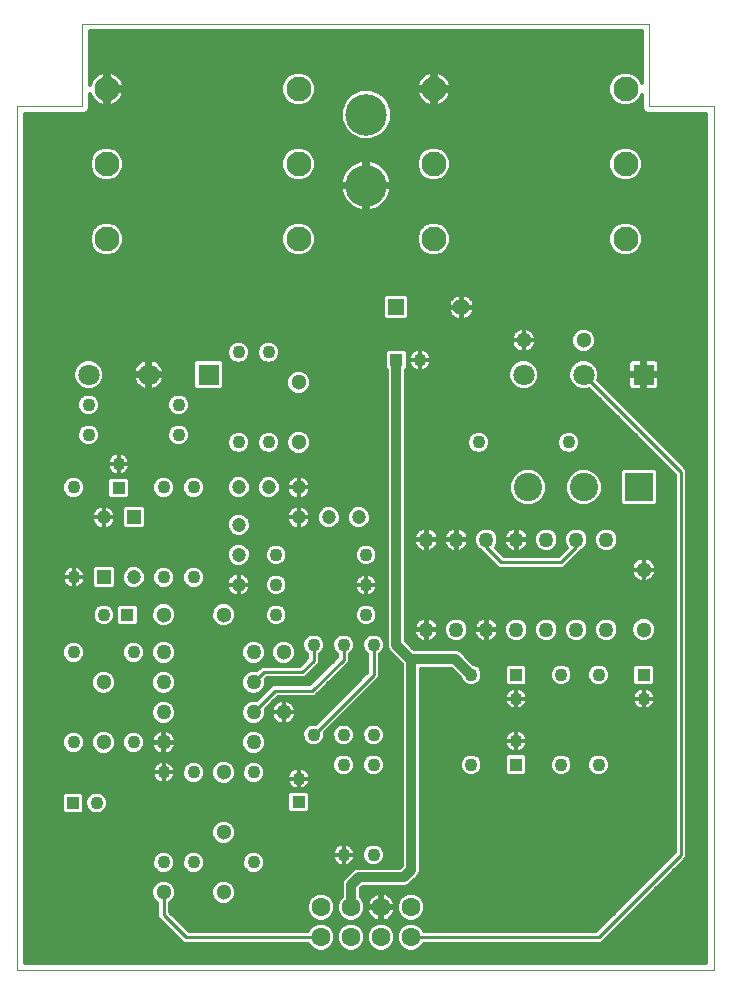
<source format=gtl>
G75*
%MOIN*%
%OFA0B0*%
%FSLAX25Y25*%
%IPPOS*%
%LPD*%
%AMOC8*
5,1,8,0,0,1.08239X$1,22.5*
%
%ADD10C,0.05118*%
%ADD11R,0.04331X0.04331*%
%ADD12C,0.04331*%
%ADD13R,0.07087X0.07087*%
%ADD14C,0.07087*%
%ADD15C,0.08268*%
%ADD16C,0.13843*%
%ADD17C,0.06299*%
%ADD18C,0.05512*%
%ADD19R,0.05512X0.05512*%
%ADD20R,0.09449X0.09449*%
%ADD21C,0.09449*%
%ADD22C,0.00000*%
%ADD23C,0.05000*%
%ADD24C,0.04724*%
%ADD25R,0.04724X0.04724*%
%ADD26C,0.03200*%
%ADD27C,0.01200*%
%ADD28C,0.03346*%
%ADD29C,0.01000*%
D10*
X0054100Y0061000D03*
X0074100Y0061000D03*
X0074100Y0081000D03*
X0074100Y0101000D03*
X0094100Y0121000D03*
X0094100Y0141000D03*
X0074100Y0153500D03*
X0054100Y0153500D03*
X0034100Y0131000D03*
X0034100Y0111000D03*
X0099100Y0211000D03*
X0099100Y0231000D03*
X0174100Y0245000D03*
X0194100Y0245000D03*
X0214100Y0168500D03*
X0214100Y0148500D03*
D11*
X0214105Y0133430D03*
X0171605Y0133430D03*
X0171595Y0103570D03*
X0099095Y0091070D03*
X0042040Y0153500D03*
X0039100Y0195810D03*
X0023920Y0090755D03*
X0131670Y0238505D03*
D12*
X0139530Y0238502D03*
X0159100Y0211000D03*
X0189100Y0211000D03*
X0186600Y0133500D03*
X0199100Y0133500D03*
X0214102Y0125570D03*
X0199100Y0103500D03*
X0186600Y0103500D03*
X0171598Y0111430D03*
X0171602Y0125570D03*
X0156600Y0133500D03*
X0156600Y0103500D03*
X0124100Y0103500D03*
X0124100Y0113500D03*
X0114100Y0113500D03*
X0114100Y0103500D03*
X0104100Y0113500D03*
X0099098Y0098930D03*
X0084100Y0101000D03*
X0064100Y0101000D03*
X0054100Y0101000D03*
X0044100Y0111000D03*
X0031780Y0090752D03*
X0024100Y0111000D03*
X0024100Y0141000D03*
X0034160Y0153500D03*
X0044100Y0141000D03*
X0054100Y0166000D03*
X0064100Y0166000D03*
X0064100Y0196000D03*
X0054100Y0196000D03*
X0059100Y0213500D03*
X0059100Y0223500D03*
X0079100Y0211000D03*
X0089100Y0211000D03*
X0089100Y0241000D03*
X0079100Y0241000D03*
X0039100Y0203690D03*
X0029100Y0213500D03*
X0029100Y0223500D03*
X0024100Y0196000D03*
X0024100Y0166000D03*
X0054100Y0071000D03*
X0064100Y0071000D03*
X0084100Y0071000D03*
X0114100Y0073500D03*
X0124100Y0073500D03*
X0124100Y0143500D03*
X0121600Y0153500D03*
X0121600Y0163500D03*
X0121600Y0173500D03*
X0114100Y0143500D03*
X0104100Y0143500D03*
X0091600Y0153500D03*
X0091600Y0163500D03*
X0091600Y0173500D03*
D13*
X0069100Y0233563D03*
X0214100Y0233563D03*
D14*
X0194100Y0233563D03*
X0174100Y0233563D03*
X0049100Y0233563D03*
X0029100Y0233563D03*
D15*
X0035151Y0278750D03*
X0035151Y0303750D03*
X0035151Y0328750D03*
X0099049Y0328750D03*
X0099049Y0303750D03*
X0099049Y0278750D03*
X0144151Y0278750D03*
X0144151Y0303750D03*
X0144151Y0328750D03*
X0208049Y0328750D03*
X0208049Y0303750D03*
X0208049Y0278750D03*
D16*
X0121600Y0296588D03*
X0121600Y0320210D03*
D17*
X0116600Y0056000D03*
X0116600Y0046000D03*
X0106600Y0046000D03*
X0106600Y0056000D03*
X0126600Y0056000D03*
X0126600Y0046000D03*
X0136600Y0046000D03*
X0136600Y0056000D03*
D18*
X0153350Y0256000D03*
D19*
X0131600Y0256000D03*
D20*
X0212600Y0196000D03*
D21*
X0194100Y0196000D03*
X0175600Y0196000D03*
D22*
X0237633Y0035000D02*
X0005350Y0035000D01*
X0005350Y0323031D01*
X0027004Y0323031D01*
X0027004Y0350591D01*
X0215980Y0350591D01*
X0215980Y0323031D01*
X0237633Y0323031D01*
X0237633Y0035000D01*
D23*
X0201600Y0148500D03*
X0191600Y0148500D03*
X0181600Y0148500D03*
X0171600Y0148500D03*
X0161600Y0148500D03*
X0151600Y0148500D03*
X0141600Y0148500D03*
X0141600Y0178500D03*
X0151600Y0178500D03*
X0161600Y0178500D03*
X0171600Y0178500D03*
X0181600Y0178500D03*
X0191600Y0178500D03*
X0201600Y0178500D03*
X0084100Y0141000D03*
X0084100Y0131000D03*
X0084100Y0121000D03*
X0084100Y0111000D03*
X0054100Y0111000D03*
X0054100Y0121000D03*
X0054100Y0131000D03*
X0054100Y0141000D03*
D24*
X0044100Y0166000D03*
X0034100Y0186000D03*
X0079100Y0183500D03*
X0079100Y0173500D03*
X0079100Y0163500D03*
X0099100Y0186000D03*
X0099100Y0196000D03*
X0089100Y0196000D03*
X0079100Y0196000D03*
X0109100Y0186000D03*
X0119100Y0186000D03*
D25*
X0044100Y0186000D03*
X0034100Y0166000D03*
D26*
X0119100Y0066000D02*
X0116600Y0063500D01*
X0116600Y0056000D01*
X0119100Y0066000D02*
X0134100Y0066000D01*
X0136600Y0068500D01*
X0136600Y0138500D01*
X0136350Y0138750D01*
X0151350Y0138750D01*
X0156600Y0133500D01*
X0136350Y0138750D02*
X0131670Y0143430D01*
X0131670Y0238505D01*
D27*
X0127905Y0238483D02*
X0091908Y0238483D01*
X0092292Y0238867D02*
X0092865Y0240251D01*
X0092865Y0241749D01*
X0092292Y0243133D01*
X0091233Y0244192D01*
X0089849Y0244765D01*
X0088351Y0244765D01*
X0086967Y0244192D01*
X0085908Y0243133D01*
X0085335Y0241749D01*
X0085335Y0240251D01*
X0085908Y0238867D01*
X0086967Y0237808D01*
X0088351Y0237235D01*
X0089849Y0237235D01*
X0091233Y0237808D01*
X0092292Y0238867D01*
X0092629Y0239681D02*
X0127905Y0239681D01*
X0127905Y0240880D02*
X0092865Y0240880D01*
X0092729Y0242078D02*
X0128650Y0242078D01*
X0128842Y0242270D02*
X0127905Y0241333D01*
X0127905Y0235677D01*
X0128470Y0235112D01*
X0128470Y0142793D01*
X0128957Y0141617D01*
X0133400Y0137175D01*
X0133400Y0069825D01*
X0132775Y0069200D01*
X0118463Y0069200D01*
X0117287Y0068713D01*
X0116387Y0067813D01*
X0113887Y0065313D01*
X0113400Y0064137D01*
X0113400Y0059517D01*
X0112573Y0058690D01*
X0111850Y0056945D01*
X0111850Y0055055D01*
X0112573Y0053310D01*
X0113910Y0051973D01*
X0115655Y0051250D01*
X0117545Y0051250D01*
X0119290Y0051973D01*
X0120627Y0053310D01*
X0121350Y0055055D01*
X0121350Y0056945D01*
X0120627Y0058690D01*
X0119800Y0059517D01*
X0119800Y0062175D01*
X0120425Y0062800D01*
X0134737Y0062800D01*
X0135913Y0063287D01*
X0138413Y0065787D01*
X0139313Y0066687D01*
X0139800Y0067863D01*
X0139800Y0135550D01*
X0150025Y0135550D01*
X0152843Y0132732D01*
X0153408Y0131367D01*
X0154467Y0130308D01*
X0155851Y0129735D01*
X0157349Y0129735D01*
X0158733Y0130308D01*
X0159792Y0131367D01*
X0160365Y0132751D01*
X0160365Y0134249D01*
X0159792Y0135633D01*
X0158733Y0136692D01*
X0157368Y0137257D01*
X0154063Y0140563D01*
X0153163Y0141463D01*
X0151987Y0141950D01*
X0137675Y0141950D01*
X0134870Y0144755D01*
X0134870Y0235112D01*
X0135435Y0235677D01*
X0135435Y0241333D01*
X0134498Y0242270D01*
X0128842Y0242270D01*
X0127905Y0237284D02*
X0089968Y0237284D01*
X0088232Y0237284D02*
X0079968Y0237284D01*
X0079849Y0237235D02*
X0081233Y0237808D01*
X0082292Y0238867D01*
X0082865Y0240251D01*
X0082865Y0241749D01*
X0082292Y0243133D01*
X0081233Y0244192D01*
X0079849Y0244765D01*
X0078351Y0244765D01*
X0076967Y0244192D01*
X0075908Y0243133D01*
X0075335Y0241749D01*
X0075335Y0240251D01*
X0075908Y0238867D01*
X0076967Y0237808D01*
X0078351Y0237235D01*
X0079849Y0237235D01*
X0078232Y0237284D02*
X0074243Y0237284D01*
X0074243Y0237769D02*
X0073306Y0238706D01*
X0064894Y0238706D01*
X0063957Y0237769D01*
X0063957Y0229357D01*
X0064894Y0228420D01*
X0073306Y0228420D01*
X0074243Y0229357D01*
X0074243Y0237769D01*
X0073530Y0238483D02*
X0076292Y0238483D01*
X0075571Y0239681D02*
X0007950Y0239681D01*
X0007950Y0238483D02*
X0027537Y0238483D01*
X0028077Y0238706D02*
X0026187Y0237923D01*
X0024740Y0236476D01*
X0023957Y0234586D01*
X0023957Y0232540D01*
X0024740Y0230650D01*
X0026187Y0229203D01*
X0028077Y0228420D01*
X0030123Y0228420D01*
X0032013Y0229203D01*
X0033460Y0230650D01*
X0034243Y0232540D01*
X0034243Y0234586D01*
X0033460Y0236476D01*
X0032013Y0237923D01*
X0030123Y0238706D01*
X0028077Y0238706D01*
X0030663Y0238483D02*
X0047597Y0238483D01*
X0047896Y0238580D02*
X0047126Y0238329D01*
X0046404Y0237962D01*
X0045749Y0237486D01*
X0045177Y0236914D01*
X0044701Y0236259D01*
X0044334Y0235537D01*
X0044083Y0234767D01*
X0043969Y0234046D01*
X0048617Y0234046D01*
X0048617Y0238694D01*
X0047896Y0238580D01*
X0048617Y0238483D02*
X0049583Y0238483D01*
X0049583Y0238694D02*
X0050304Y0238580D01*
X0051074Y0238329D01*
X0051796Y0237962D01*
X0052451Y0237486D01*
X0053023Y0236914D01*
X0053499Y0236259D01*
X0053866Y0235537D01*
X0054117Y0234767D01*
X0054231Y0234046D01*
X0049583Y0234046D01*
X0049583Y0233080D01*
X0054231Y0233080D01*
X0054117Y0232359D01*
X0053866Y0231589D01*
X0053499Y0230867D01*
X0053023Y0230212D01*
X0052451Y0229640D01*
X0051796Y0229164D01*
X0051074Y0228797D01*
X0050304Y0228546D01*
X0049583Y0228432D01*
X0049583Y0233080D01*
X0048617Y0233080D01*
X0048617Y0228432D01*
X0047896Y0228546D01*
X0047126Y0228797D01*
X0046404Y0229164D01*
X0045749Y0229640D01*
X0045177Y0230212D01*
X0044701Y0230867D01*
X0044334Y0231589D01*
X0044083Y0232359D01*
X0043969Y0233080D01*
X0048617Y0233080D01*
X0048617Y0234046D01*
X0049583Y0234046D01*
X0049583Y0238694D01*
X0050603Y0238483D02*
X0064670Y0238483D01*
X0063957Y0237284D02*
X0052653Y0237284D01*
X0053587Y0236086D02*
X0063957Y0236086D01*
X0063957Y0234887D02*
X0054078Y0234887D01*
X0054137Y0232490D02*
X0063957Y0232490D01*
X0063957Y0231292D02*
X0053715Y0231292D01*
X0052904Y0230093D02*
X0063957Y0230093D01*
X0064419Y0228895D02*
X0051267Y0228895D01*
X0049583Y0228895D02*
X0048617Y0228895D01*
X0048617Y0230093D02*
X0049583Y0230093D01*
X0049583Y0231292D02*
X0048617Y0231292D01*
X0048617Y0232490D02*
X0049583Y0232490D01*
X0049583Y0233689D02*
X0063957Y0233689D01*
X0061233Y0226692D02*
X0059849Y0227265D01*
X0058351Y0227265D01*
X0056967Y0226692D01*
X0055908Y0225633D01*
X0055335Y0224249D01*
X0055335Y0222751D01*
X0055908Y0221367D01*
X0056967Y0220308D01*
X0058351Y0219735D01*
X0059849Y0219735D01*
X0061233Y0220308D01*
X0062292Y0221367D01*
X0062865Y0222751D01*
X0062865Y0224249D01*
X0062292Y0225633D01*
X0061233Y0226692D01*
X0061427Y0226498D02*
X0128470Y0226498D01*
X0128470Y0227696D02*
X0101678Y0227696D01*
X0101456Y0227474D02*
X0102626Y0228644D01*
X0103259Y0230173D01*
X0103259Y0231827D01*
X0102626Y0233356D01*
X0101456Y0234526D01*
X0099927Y0235159D01*
X0098273Y0235159D01*
X0096744Y0234526D01*
X0095574Y0233356D01*
X0094941Y0231827D01*
X0094941Y0230173D01*
X0095574Y0228644D01*
X0096744Y0227474D01*
X0098273Y0226841D01*
X0099927Y0226841D01*
X0101456Y0227474D01*
X0102730Y0228895D02*
X0128470Y0228895D01*
X0128470Y0230093D02*
X0103226Y0230093D01*
X0103259Y0231292D02*
X0128470Y0231292D01*
X0128470Y0232490D02*
X0102984Y0232490D01*
X0102293Y0233689D02*
X0128470Y0233689D01*
X0128470Y0234887D02*
X0100584Y0234887D01*
X0097616Y0234887D02*
X0074243Y0234887D01*
X0074243Y0233689D02*
X0095907Y0233689D01*
X0095216Y0232490D02*
X0074243Y0232490D01*
X0074243Y0231292D02*
X0094941Y0231292D01*
X0094974Y0230093D02*
X0074243Y0230093D01*
X0073781Y0228895D02*
X0095470Y0228895D01*
X0096522Y0227696D02*
X0007950Y0227696D01*
X0007950Y0226498D02*
X0026773Y0226498D01*
X0026967Y0226692D02*
X0025908Y0225633D01*
X0025335Y0224249D01*
X0025335Y0222751D01*
X0025908Y0221367D01*
X0026967Y0220308D01*
X0028351Y0219735D01*
X0029849Y0219735D01*
X0031233Y0220308D01*
X0032292Y0221367D01*
X0032865Y0222751D01*
X0032865Y0224249D01*
X0032292Y0225633D01*
X0031233Y0226692D01*
X0029849Y0227265D01*
X0028351Y0227265D01*
X0026967Y0226692D01*
X0025770Y0225299D02*
X0007950Y0225299D01*
X0007950Y0224101D02*
X0025335Y0224101D01*
X0025335Y0222902D02*
X0007950Y0222902D01*
X0007950Y0221703D02*
X0025769Y0221703D01*
X0026770Y0220505D02*
X0007950Y0220505D01*
X0007950Y0219306D02*
X0128470Y0219306D01*
X0128470Y0218108D02*
X0007950Y0218108D01*
X0007950Y0216909D02*
X0027492Y0216909D01*
X0026967Y0216692D02*
X0025908Y0215633D01*
X0025335Y0214249D01*
X0025335Y0212751D01*
X0025908Y0211367D01*
X0026967Y0210308D01*
X0028351Y0209735D01*
X0029849Y0209735D01*
X0031233Y0210308D01*
X0032292Y0211367D01*
X0032865Y0212751D01*
X0032865Y0214249D01*
X0032292Y0215633D01*
X0031233Y0216692D01*
X0029849Y0217265D01*
X0028351Y0217265D01*
X0026967Y0216692D01*
X0025986Y0215711D02*
X0007950Y0215711D01*
X0007950Y0214512D02*
X0025444Y0214512D01*
X0025335Y0213314D02*
X0007950Y0213314D01*
X0007950Y0212115D02*
X0025598Y0212115D01*
X0026358Y0210917D02*
X0007950Y0210917D01*
X0007950Y0209718D02*
X0075555Y0209718D01*
X0075335Y0210251D02*
X0075908Y0208867D01*
X0076967Y0207808D01*
X0078351Y0207235D01*
X0079849Y0207235D01*
X0081233Y0207808D01*
X0082292Y0208867D01*
X0082865Y0210251D01*
X0082865Y0211749D01*
X0082292Y0213133D01*
X0081233Y0214192D01*
X0079849Y0214765D01*
X0078351Y0214765D01*
X0076967Y0214192D01*
X0075908Y0213133D01*
X0075335Y0211749D01*
X0075335Y0210251D01*
X0075335Y0210917D02*
X0061842Y0210917D01*
X0062292Y0211367D02*
X0061233Y0210308D01*
X0059849Y0209735D01*
X0058351Y0209735D01*
X0056967Y0210308D01*
X0055908Y0211367D01*
X0055335Y0212751D01*
X0055335Y0214249D01*
X0055908Y0215633D01*
X0056967Y0216692D01*
X0058351Y0217265D01*
X0059849Y0217265D01*
X0061233Y0216692D01*
X0062292Y0215633D01*
X0062865Y0214249D01*
X0062865Y0212751D01*
X0062292Y0211367D01*
X0062602Y0212115D02*
X0075486Y0212115D01*
X0076089Y0213314D02*
X0062865Y0213314D01*
X0062756Y0214512D02*
X0077740Y0214512D01*
X0080460Y0214512D02*
X0087740Y0214512D01*
X0088351Y0214765D02*
X0086967Y0214192D01*
X0085908Y0213133D01*
X0085335Y0211749D01*
X0085335Y0210251D01*
X0085908Y0208867D01*
X0086967Y0207808D01*
X0088351Y0207235D01*
X0089849Y0207235D01*
X0091233Y0207808D01*
X0092292Y0208867D01*
X0092865Y0210251D01*
X0092865Y0211749D01*
X0092292Y0213133D01*
X0091233Y0214192D01*
X0089849Y0214765D01*
X0088351Y0214765D01*
X0090460Y0214512D02*
X0096731Y0214512D01*
X0096744Y0214526D02*
X0095574Y0213356D01*
X0094941Y0211827D01*
X0094941Y0210173D01*
X0095574Y0208644D01*
X0096744Y0207474D01*
X0098273Y0206841D01*
X0099927Y0206841D01*
X0101456Y0207474D01*
X0102626Y0208644D01*
X0103259Y0210173D01*
X0103259Y0211827D01*
X0102626Y0213356D01*
X0101456Y0214526D01*
X0099927Y0215159D01*
X0098273Y0215159D01*
X0096744Y0214526D01*
X0095557Y0213314D02*
X0092111Y0213314D01*
X0092714Y0212115D02*
X0095060Y0212115D01*
X0094941Y0210917D02*
X0092865Y0210917D01*
X0092645Y0209718D02*
X0095129Y0209718D01*
X0095698Y0208520D02*
X0091945Y0208520D01*
X0090058Y0207321D02*
X0097113Y0207321D01*
X0101087Y0207321D02*
X0128470Y0207321D01*
X0128470Y0206123D02*
X0041992Y0206123D01*
X0042025Y0206090D02*
X0041500Y0206615D01*
X0040884Y0207027D01*
X0040198Y0207311D01*
X0039471Y0207455D01*
X0039100Y0207455D01*
X0038729Y0207455D01*
X0038002Y0207311D01*
X0037316Y0207027D01*
X0036700Y0206615D01*
X0036175Y0206090D01*
X0035763Y0205474D01*
X0035479Y0204788D01*
X0035335Y0204061D01*
X0035335Y0203690D01*
X0035335Y0203319D01*
X0035479Y0202592D01*
X0035763Y0201906D01*
X0036175Y0201290D01*
X0036700Y0200765D01*
X0037316Y0200353D01*
X0038002Y0200069D01*
X0038729Y0199925D01*
X0039100Y0199925D01*
X0039471Y0199925D01*
X0040198Y0200069D01*
X0040884Y0200353D01*
X0041500Y0200765D01*
X0042025Y0201290D01*
X0042437Y0201906D01*
X0042721Y0202592D01*
X0042865Y0203319D01*
X0042865Y0203690D01*
X0042865Y0204061D01*
X0042721Y0204788D01*
X0042437Y0205474D01*
X0042025Y0206090D01*
X0042664Y0204924D02*
X0128470Y0204924D01*
X0128470Y0203726D02*
X0042865Y0203726D01*
X0042865Y0203690D02*
X0039100Y0203690D01*
X0039100Y0199925D01*
X0039100Y0203690D01*
X0039100Y0203690D01*
X0039100Y0203690D01*
X0039100Y0207455D01*
X0039100Y0203690D01*
X0039100Y0203690D01*
X0042865Y0203690D01*
X0042694Y0202527D02*
X0128470Y0202527D01*
X0128470Y0201329D02*
X0042051Y0201329D01*
X0041928Y0199575D02*
X0042865Y0198638D01*
X0042865Y0192982D01*
X0041928Y0192045D01*
X0036272Y0192045D01*
X0035335Y0192982D01*
X0035335Y0198638D01*
X0036272Y0199575D01*
X0041928Y0199575D01*
X0042572Y0198932D02*
X0051707Y0198932D01*
X0051967Y0199192D02*
X0050908Y0198133D01*
X0050335Y0196749D01*
X0050335Y0195251D01*
X0050908Y0193867D01*
X0051967Y0192808D01*
X0053351Y0192235D01*
X0054849Y0192235D01*
X0056233Y0192808D01*
X0057292Y0193867D01*
X0057865Y0195251D01*
X0057865Y0196749D01*
X0057292Y0198133D01*
X0056233Y0199192D01*
X0054849Y0199765D01*
X0053351Y0199765D01*
X0051967Y0199192D01*
X0050742Y0197733D02*
X0042865Y0197733D01*
X0042865Y0196535D02*
X0050335Y0196535D01*
X0050335Y0195336D02*
X0042865Y0195336D01*
X0042865Y0194138D02*
X0050796Y0194138D01*
X0051836Y0192939D02*
X0042823Y0192939D01*
X0041075Y0189962D02*
X0040138Y0189025D01*
X0040138Y0182975D01*
X0041075Y0182038D01*
X0047125Y0182038D01*
X0048062Y0182975D01*
X0048062Y0189025D01*
X0047125Y0189962D01*
X0041075Y0189962D01*
X0040457Y0189344D02*
X0036228Y0189344D01*
X0035977Y0189511D02*
X0036626Y0189078D01*
X0037178Y0188526D01*
X0037611Y0187877D01*
X0037910Y0187156D01*
X0038062Y0186390D01*
X0038062Y0186000D01*
X0034100Y0186000D01*
X0034100Y0186000D01*
X0034100Y0189962D01*
X0034490Y0189962D01*
X0035256Y0189810D01*
X0035977Y0189511D01*
X0034100Y0189344D02*
X0034100Y0189344D01*
X0034100Y0189962D02*
X0034100Y0186000D01*
X0034100Y0186000D01*
X0034100Y0186000D01*
X0030138Y0186000D01*
X0030138Y0186390D01*
X0030290Y0187156D01*
X0030589Y0187877D01*
X0031022Y0188526D01*
X0031574Y0189078D01*
X0032223Y0189511D01*
X0032944Y0189810D01*
X0033710Y0189962D01*
X0034100Y0189962D01*
X0034100Y0188145D02*
X0034100Y0188145D01*
X0034100Y0186947D02*
X0034100Y0186947D01*
X0034100Y0186000D02*
X0030138Y0186000D01*
X0030138Y0185610D01*
X0030290Y0184844D01*
X0030589Y0184123D01*
X0031022Y0183474D01*
X0031574Y0182922D01*
X0032223Y0182489D01*
X0032944Y0182190D01*
X0033710Y0182038D01*
X0034100Y0182038D01*
X0034490Y0182038D01*
X0035256Y0182190D01*
X0035977Y0182489D01*
X0036626Y0182922D01*
X0037178Y0183474D01*
X0037611Y0184123D01*
X0037910Y0184844D01*
X0038062Y0185610D01*
X0038062Y0186000D01*
X0034100Y0186000D01*
X0034100Y0182038D01*
X0034100Y0186000D01*
X0034100Y0186000D01*
X0034100Y0185748D02*
X0034100Y0185748D01*
X0034100Y0184550D02*
X0034100Y0184550D01*
X0034100Y0183351D02*
X0034100Y0183351D01*
X0034100Y0182153D02*
X0034100Y0182153D01*
X0035068Y0182153D02*
X0040960Y0182153D01*
X0040138Y0183351D02*
X0037055Y0183351D01*
X0037788Y0184550D02*
X0040138Y0184550D01*
X0040138Y0185748D02*
X0038062Y0185748D01*
X0037952Y0186947D02*
X0040138Y0186947D01*
X0040138Y0188145D02*
X0037432Y0188145D01*
X0035377Y0192939D02*
X0026364Y0192939D01*
X0026233Y0192808D02*
X0027292Y0193867D01*
X0027865Y0195251D01*
X0027865Y0196749D01*
X0027292Y0198133D01*
X0026233Y0199192D01*
X0024849Y0199765D01*
X0023351Y0199765D01*
X0021967Y0199192D01*
X0020908Y0198133D01*
X0020335Y0196749D01*
X0020335Y0195251D01*
X0020908Y0193867D01*
X0021967Y0192808D01*
X0023351Y0192235D01*
X0024849Y0192235D01*
X0026233Y0192808D01*
X0027404Y0194138D02*
X0035335Y0194138D01*
X0035335Y0195336D02*
X0027865Y0195336D01*
X0027865Y0196535D02*
X0035335Y0196535D01*
X0035335Y0197733D02*
X0027458Y0197733D01*
X0026493Y0198932D02*
X0035628Y0198932D01*
X0036149Y0201329D02*
X0007950Y0201329D01*
X0007950Y0202527D02*
X0035506Y0202527D01*
X0035335Y0203690D02*
X0039100Y0203690D01*
X0039100Y0203690D01*
X0035335Y0203690D01*
X0035335Y0203726D02*
X0007950Y0203726D01*
X0007950Y0204924D02*
X0035536Y0204924D01*
X0036208Y0206123D02*
X0007950Y0206123D01*
X0007950Y0207321D02*
X0038055Y0207321D01*
X0039100Y0207321D02*
X0039100Y0207321D01*
X0040145Y0207321D02*
X0078142Y0207321D01*
X0080058Y0207321D02*
X0088142Y0207321D01*
X0086255Y0208520D02*
X0081945Y0208520D01*
X0082645Y0209718D02*
X0085555Y0209718D01*
X0085335Y0210917D02*
X0082865Y0210917D01*
X0082714Y0212115D02*
X0085486Y0212115D01*
X0086089Y0213314D02*
X0082111Y0213314D01*
X0076255Y0208520D02*
X0007950Y0208520D01*
X0007950Y0200130D02*
X0037855Y0200130D01*
X0039100Y0200130D02*
X0039100Y0200130D01*
X0039100Y0201329D02*
X0039100Y0201329D01*
X0039100Y0202527D02*
X0039100Y0202527D01*
X0039100Y0203726D02*
X0039100Y0203726D01*
X0039100Y0204924D02*
X0039100Y0204924D01*
X0039100Y0206123D02*
X0039100Y0206123D01*
X0040345Y0200130D02*
X0128470Y0200130D01*
X0128470Y0198932D02*
X0101772Y0198932D01*
X0101626Y0199078D02*
X0100977Y0199511D01*
X0100256Y0199810D01*
X0099490Y0199962D01*
X0099100Y0199962D01*
X0099100Y0196000D01*
X0103062Y0196000D01*
X0103062Y0196390D01*
X0102910Y0197156D01*
X0102611Y0197877D01*
X0102178Y0198526D01*
X0101626Y0199078D01*
X0102671Y0197733D02*
X0128470Y0197733D01*
X0128470Y0196535D02*
X0103033Y0196535D01*
X0103062Y0196000D02*
X0099100Y0196000D01*
X0099100Y0196000D01*
X0099100Y0196000D01*
X0099100Y0192038D01*
X0099490Y0192038D01*
X0100256Y0192190D01*
X0100977Y0192489D01*
X0101626Y0192922D01*
X0102178Y0193474D01*
X0102611Y0194123D01*
X0102910Y0194844D01*
X0103062Y0195610D01*
X0103062Y0196000D01*
X0103008Y0195336D02*
X0128470Y0195336D01*
X0128470Y0194138D02*
X0102617Y0194138D01*
X0101643Y0192939D02*
X0128470Y0192939D01*
X0128470Y0191741D02*
X0007950Y0191741D01*
X0007950Y0192939D02*
X0021836Y0192939D01*
X0020796Y0194138D02*
X0007950Y0194138D01*
X0007950Y0195336D02*
X0020335Y0195336D01*
X0020335Y0196535D02*
X0007950Y0196535D01*
X0007950Y0197733D02*
X0020742Y0197733D01*
X0021707Y0198932D02*
X0007950Y0198932D01*
X0007950Y0190542D02*
X0128470Y0190542D01*
X0128470Y0189344D02*
X0121360Y0189344D01*
X0121344Y0189359D02*
X0119888Y0189962D01*
X0118312Y0189962D01*
X0116856Y0189359D01*
X0115741Y0188244D01*
X0115138Y0186788D01*
X0115138Y0185212D01*
X0115741Y0183756D01*
X0116856Y0182641D01*
X0118312Y0182038D01*
X0119888Y0182038D01*
X0121344Y0182641D01*
X0122459Y0183756D01*
X0123062Y0185212D01*
X0123062Y0186788D01*
X0122459Y0188244D01*
X0121344Y0189359D01*
X0122500Y0188145D02*
X0128470Y0188145D01*
X0128470Y0186947D02*
X0122997Y0186947D01*
X0123062Y0185748D02*
X0128470Y0185748D01*
X0128470Y0184550D02*
X0122788Y0184550D01*
X0122055Y0183351D02*
X0128470Y0183351D01*
X0128470Y0182153D02*
X0120165Y0182153D01*
X0118035Y0182153D02*
X0110165Y0182153D01*
X0109888Y0182038D02*
X0111344Y0182641D01*
X0112459Y0183756D01*
X0113062Y0185212D01*
X0113062Y0186788D01*
X0112459Y0188244D01*
X0111344Y0189359D01*
X0109888Y0189962D01*
X0108312Y0189962D01*
X0106856Y0189359D01*
X0105741Y0188244D01*
X0105138Y0186788D01*
X0105138Y0185212D01*
X0105741Y0183756D01*
X0106856Y0182641D01*
X0108312Y0182038D01*
X0109888Y0182038D01*
X0108035Y0182153D02*
X0100068Y0182153D01*
X0100256Y0182190D02*
X0100977Y0182489D01*
X0101626Y0182922D01*
X0102178Y0183474D01*
X0102611Y0184123D01*
X0102910Y0184844D01*
X0103062Y0185610D01*
X0103062Y0186000D01*
X0103062Y0186390D01*
X0102910Y0187156D01*
X0102611Y0187877D01*
X0102178Y0188526D01*
X0101626Y0189078D01*
X0100977Y0189511D01*
X0100256Y0189810D01*
X0099490Y0189962D01*
X0099100Y0189962D01*
X0099100Y0186000D01*
X0103062Y0186000D01*
X0099100Y0186000D01*
X0099100Y0186000D01*
X0099100Y0186000D01*
X0099100Y0182038D01*
X0099490Y0182038D01*
X0100256Y0182190D01*
X0099100Y0182153D02*
X0099100Y0182153D01*
X0099100Y0182038D02*
X0099100Y0186000D01*
X0099100Y0186000D01*
X0099100Y0186000D01*
X0095138Y0186000D01*
X0095138Y0186390D01*
X0095290Y0187156D01*
X0095589Y0187877D01*
X0096022Y0188526D01*
X0096574Y0189078D01*
X0097223Y0189511D01*
X0097944Y0189810D01*
X0098710Y0189962D01*
X0099100Y0189962D01*
X0099100Y0186000D01*
X0095138Y0186000D01*
X0095138Y0185610D01*
X0095290Y0184844D01*
X0095589Y0184123D01*
X0096022Y0183474D01*
X0096574Y0182922D01*
X0097223Y0182489D01*
X0097944Y0182190D01*
X0098710Y0182038D01*
X0099100Y0182038D01*
X0098132Y0182153D02*
X0082831Y0182153D01*
X0083062Y0182712D02*
X0082459Y0181256D01*
X0081344Y0180141D01*
X0079888Y0179538D01*
X0078312Y0179538D01*
X0076856Y0180141D01*
X0075741Y0181256D01*
X0075138Y0182712D01*
X0075138Y0184288D01*
X0075741Y0185744D01*
X0076856Y0186859D01*
X0078312Y0187462D01*
X0079888Y0187462D01*
X0081344Y0186859D01*
X0082459Y0185744D01*
X0083062Y0184288D01*
X0083062Y0182712D01*
X0083062Y0183351D02*
X0096145Y0183351D01*
X0095412Y0184550D02*
X0082954Y0184550D01*
X0082455Y0185748D02*
X0095138Y0185748D01*
X0095248Y0186947D02*
X0081133Y0186947D01*
X0077067Y0186947D02*
X0048062Y0186947D01*
X0048062Y0188145D02*
X0095768Y0188145D01*
X0096972Y0189344D02*
X0047743Y0189344D01*
X0048062Y0185748D02*
X0075745Y0185748D01*
X0075246Y0184550D02*
X0048062Y0184550D01*
X0048062Y0183351D02*
X0075138Y0183351D01*
X0075369Y0182153D02*
X0047240Y0182153D01*
X0044888Y0169962D02*
X0043312Y0169962D01*
X0041856Y0169359D01*
X0040741Y0168244D01*
X0040138Y0166788D01*
X0040138Y0165212D01*
X0040741Y0163756D01*
X0041856Y0162641D01*
X0043312Y0162038D01*
X0044888Y0162038D01*
X0046344Y0162641D01*
X0047459Y0163756D01*
X0048062Y0165212D01*
X0048062Y0166788D01*
X0047459Y0168244D01*
X0046344Y0169359D01*
X0044888Y0169962D01*
X0046734Y0168969D02*
X0051744Y0168969D01*
X0051967Y0169192D02*
X0050908Y0168133D01*
X0050335Y0166749D01*
X0050335Y0165251D01*
X0050908Y0163867D01*
X0051967Y0162808D01*
X0053351Y0162235D01*
X0054849Y0162235D01*
X0056233Y0162808D01*
X0057292Y0163867D01*
X0057865Y0165251D01*
X0057865Y0166749D01*
X0057292Y0168133D01*
X0056233Y0169192D01*
X0054849Y0169765D01*
X0053351Y0169765D01*
X0051967Y0169192D01*
X0050758Y0167770D02*
X0047655Y0167770D01*
X0048062Y0166572D02*
X0050335Y0166572D01*
X0050335Y0165373D02*
X0048062Y0165373D01*
X0047633Y0164175D02*
X0050780Y0164175D01*
X0051799Y0162976D02*
X0046680Y0162976D01*
X0041520Y0162976D02*
X0038062Y0162976D01*
X0038062Y0162975D02*
X0038062Y0169025D01*
X0037125Y0169962D01*
X0031075Y0169962D01*
X0030138Y0169025D01*
X0030138Y0162975D01*
X0031075Y0162038D01*
X0037125Y0162038D01*
X0038062Y0162975D01*
X0038062Y0164175D02*
X0040567Y0164175D01*
X0040138Y0165373D02*
X0038062Y0165373D01*
X0038062Y0166572D02*
X0040138Y0166572D01*
X0040545Y0167770D02*
X0038062Y0167770D01*
X0038062Y0168969D02*
X0041466Y0168969D01*
X0039212Y0157265D02*
X0038275Y0156328D01*
X0038275Y0150672D01*
X0039212Y0149735D01*
X0044868Y0149735D01*
X0045805Y0150672D01*
X0045805Y0156328D01*
X0044868Y0157265D01*
X0039212Y0157265D01*
X0038930Y0156984D02*
X0035588Y0156984D01*
X0034909Y0157265D02*
X0033411Y0157265D01*
X0032027Y0156692D01*
X0030968Y0155633D01*
X0030395Y0154249D01*
X0030395Y0152751D01*
X0030968Y0151367D01*
X0032027Y0150308D01*
X0033411Y0149735D01*
X0034909Y0149735D01*
X0036293Y0150308D01*
X0037352Y0151367D01*
X0037925Y0152751D01*
X0037925Y0154249D01*
X0037352Y0155633D01*
X0036293Y0156692D01*
X0034909Y0157265D01*
X0032732Y0156984D02*
X0007950Y0156984D01*
X0007950Y0158182D02*
X0128470Y0158182D01*
X0128470Y0156984D02*
X0123028Y0156984D01*
X0122349Y0157265D02*
X0123733Y0156692D01*
X0124792Y0155633D01*
X0125365Y0154249D01*
X0125365Y0152751D01*
X0124792Y0151367D01*
X0123733Y0150308D01*
X0122349Y0149735D01*
X0120851Y0149735D01*
X0119467Y0150308D01*
X0118408Y0151367D01*
X0117835Y0152751D01*
X0117835Y0154249D01*
X0118408Y0155633D01*
X0119467Y0156692D01*
X0120851Y0157265D01*
X0122349Y0157265D01*
X0120172Y0156984D02*
X0093028Y0156984D01*
X0092349Y0157265D02*
X0090851Y0157265D01*
X0089467Y0156692D01*
X0088408Y0155633D01*
X0087835Y0154249D01*
X0087835Y0152751D01*
X0088408Y0151367D01*
X0089467Y0150308D01*
X0090851Y0149735D01*
X0092349Y0149735D01*
X0093733Y0150308D01*
X0094792Y0151367D01*
X0095365Y0152751D01*
X0095365Y0154249D01*
X0094792Y0155633D01*
X0093733Y0156692D01*
X0092349Y0157265D01*
X0090172Y0156984D02*
X0076498Y0156984D01*
X0076456Y0157026D02*
X0074927Y0157659D01*
X0073273Y0157659D01*
X0071744Y0157026D01*
X0070574Y0155856D01*
X0069941Y0154327D01*
X0069941Y0152673D01*
X0070574Y0151144D01*
X0071744Y0149974D01*
X0073273Y0149341D01*
X0074927Y0149341D01*
X0076456Y0149974D01*
X0077626Y0151144D01*
X0078259Y0152673D01*
X0078259Y0154327D01*
X0077626Y0155856D01*
X0076456Y0157026D01*
X0077655Y0155785D02*
X0088560Y0155785D01*
X0087975Y0154587D02*
X0078152Y0154587D01*
X0078259Y0153388D02*
X0087835Y0153388D01*
X0088067Y0152190D02*
X0078059Y0152190D01*
X0077473Y0150991D02*
X0088784Y0150991D01*
X0090711Y0149793D02*
X0076018Y0149793D01*
X0072182Y0149793D02*
X0056018Y0149793D01*
X0056456Y0149974D02*
X0057626Y0151144D01*
X0058259Y0152673D01*
X0058259Y0154327D01*
X0057626Y0155856D01*
X0056456Y0157026D01*
X0054927Y0157659D01*
X0053273Y0157659D01*
X0051744Y0157026D01*
X0050574Y0155856D01*
X0049941Y0154327D01*
X0049941Y0152673D01*
X0050574Y0151144D01*
X0051744Y0149974D01*
X0053273Y0149341D01*
X0054927Y0149341D01*
X0056456Y0149974D01*
X0057473Y0150991D02*
X0070727Y0150991D01*
X0070141Y0152190D02*
X0058059Y0152190D01*
X0058259Y0153388D02*
X0069941Y0153388D01*
X0070048Y0154587D02*
X0058152Y0154587D01*
X0057655Y0155785D02*
X0070545Y0155785D01*
X0071702Y0156984D02*
X0056498Y0156984D01*
X0051702Y0156984D02*
X0045150Y0156984D01*
X0045805Y0155785D02*
X0050545Y0155785D01*
X0050048Y0154587D02*
X0045805Y0154587D01*
X0045805Y0153388D02*
X0049941Y0153388D01*
X0050141Y0152190D02*
X0045805Y0152190D01*
X0045805Y0150991D02*
X0050727Y0150991D01*
X0052182Y0149793D02*
X0044926Y0149793D01*
X0044849Y0144765D02*
X0043351Y0144765D01*
X0041967Y0144192D01*
X0040908Y0143133D01*
X0040335Y0141749D01*
X0040335Y0140251D01*
X0040908Y0138867D01*
X0041967Y0137808D01*
X0043351Y0137235D01*
X0044849Y0137235D01*
X0046233Y0137808D01*
X0047292Y0138867D01*
X0047865Y0140251D01*
X0047865Y0141749D01*
X0047292Y0143133D01*
X0046233Y0144192D01*
X0044849Y0144765D01*
X0046625Y0143800D02*
X0051102Y0143800D01*
X0050624Y0143322D02*
X0050000Y0141816D01*
X0050000Y0140184D01*
X0050624Y0138678D01*
X0051778Y0137524D01*
X0053284Y0136900D01*
X0054916Y0136900D01*
X0056422Y0137524D01*
X0057576Y0138678D01*
X0058200Y0140184D01*
X0058200Y0141816D01*
X0057576Y0143322D01*
X0056422Y0144476D01*
X0054916Y0145100D01*
X0053284Y0145100D01*
X0051778Y0144476D01*
X0050624Y0143322D01*
X0050326Y0142602D02*
X0047512Y0142602D01*
X0047865Y0141403D02*
X0050000Y0141403D01*
X0050000Y0140205D02*
X0047846Y0140205D01*
X0047350Y0139006D02*
X0050488Y0139006D01*
X0051494Y0137808D02*
X0046232Y0137808D01*
X0050496Y0133014D02*
X0037768Y0133014D01*
X0037626Y0133356D02*
X0036456Y0134526D01*
X0034927Y0135159D01*
X0033273Y0135159D01*
X0031744Y0134526D01*
X0030574Y0133356D01*
X0029941Y0131827D01*
X0029941Y0130173D01*
X0030574Y0128644D01*
X0031744Y0127474D01*
X0033273Y0126841D01*
X0034927Y0126841D01*
X0036456Y0127474D01*
X0037626Y0128644D01*
X0038259Y0130173D01*
X0038259Y0131827D01*
X0037626Y0133356D01*
X0036770Y0134212D02*
X0051514Y0134212D01*
X0051778Y0134476D02*
X0050624Y0133322D01*
X0050000Y0131816D01*
X0050000Y0130184D01*
X0050624Y0128678D01*
X0051778Y0127524D01*
X0053284Y0126900D01*
X0054916Y0126900D01*
X0056422Y0127524D01*
X0057576Y0128678D01*
X0058200Y0130184D01*
X0058200Y0131816D01*
X0057576Y0133322D01*
X0056422Y0134476D01*
X0054916Y0135100D01*
X0053284Y0135100D01*
X0051778Y0134476D01*
X0050000Y0131815D02*
X0038259Y0131815D01*
X0038259Y0130617D02*
X0050000Y0130617D01*
X0050317Y0129418D02*
X0037946Y0129418D01*
X0037201Y0128220D02*
X0051082Y0128220D01*
X0052992Y0127021D02*
X0035362Y0127021D01*
X0032838Y0127021D02*
X0007950Y0127021D01*
X0007950Y0125823D02*
X0085953Y0125823D01*
X0085138Y0125008D02*
X0084916Y0125100D01*
X0083284Y0125100D01*
X0081778Y0124476D01*
X0080624Y0123322D01*
X0080000Y0121816D01*
X0080000Y0120184D01*
X0080624Y0118678D01*
X0081778Y0117524D01*
X0083284Y0116900D01*
X0084916Y0116900D01*
X0086422Y0117524D01*
X0087576Y0118678D01*
X0088200Y0120184D01*
X0088200Y0121816D01*
X0088108Y0122038D01*
X0092220Y0126150D01*
X0103587Y0126150D01*
X0104444Y0126140D01*
X0104455Y0126150D01*
X0104470Y0126150D01*
X0105076Y0126757D01*
X0114955Y0136400D01*
X0114970Y0136400D01*
X0115576Y0137006D01*
X0116189Y0137605D01*
X0116190Y0137620D01*
X0116200Y0137630D01*
X0116200Y0138487D01*
X0116210Y0139344D01*
X0116200Y0139355D01*
X0116200Y0140294D01*
X0116233Y0140308D01*
X0117292Y0141367D01*
X0117865Y0142751D01*
X0117865Y0144249D01*
X0117292Y0145633D01*
X0116233Y0146692D01*
X0114849Y0147265D01*
X0113351Y0147265D01*
X0111967Y0146692D01*
X0110908Y0145633D01*
X0110335Y0144249D01*
X0110335Y0142751D01*
X0110908Y0141367D01*
X0111967Y0140308D01*
X0112000Y0140294D01*
X0112000Y0139385D01*
X0102745Y0130350D01*
X0090480Y0130350D01*
X0089250Y0129120D01*
X0085138Y0125008D01*
X0084916Y0126900D02*
X0083284Y0126900D01*
X0081778Y0127524D01*
X0080624Y0128678D01*
X0080000Y0130184D01*
X0080000Y0131816D01*
X0080624Y0133322D01*
X0081778Y0134476D01*
X0083284Y0135100D01*
X0084916Y0135100D01*
X0085138Y0135008D01*
X0085500Y0135370D01*
X0086730Y0136600D01*
X0099480Y0136600D01*
X0102000Y0139120D01*
X0102000Y0140294D01*
X0101967Y0140308D01*
X0100908Y0141367D01*
X0100335Y0142751D01*
X0100335Y0144249D01*
X0100908Y0145633D01*
X0101967Y0146692D01*
X0103351Y0147265D01*
X0104849Y0147265D01*
X0106233Y0146692D01*
X0107292Y0145633D01*
X0107865Y0144249D01*
X0107865Y0142751D01*
X0107292Y0141367D01*
X0106233Y0140308D01*
X0106200Y0140294D01*
X0106200Y0137380D01*
X0104970Y0136150D01*
X0101220Y0132400D01*
X0088470Y0132400D01*
X0088108Y0132038D01*
X0088200Y0131816D01*
X0088200Y0130184D01*
X0087576Y0128678D01*
X0086422Y0127524D01*
X0084916Y0126900D01*
X0085208Y0127021D02*
X0087151Y0127021D01*
X0087118Y0128220D02*
X0088350Y0128220D01*
X0087883Y0129418D02*
X0089548Y0129418D01*
X0088200Y0130617D02*
X0103018Y0130617D01*
X0104246Y0131815D02*
X0088200Y0131815D01*
X0085541Y0135411D02*
X0007950Y0135411D01*
X0007950Y0136609D02*
X0099489Y0136609D01*
X0100688Y0137808D02*
X0096789Y0137808D01*
X0096456Y0137474D02*
X0097626Y0138644D01*
X0098259Y0140173D01*
X0098259Y0141827D01*
X0097626Y0143356D01*
X0096456Y0144526D01*
X0094927Y0145159D01*
X0093273Y0145159D01*
X0091744Y0144526D01*
X0090574Y0143356D01*
X0089941Y0141827D01*
X0089941Y0140173D01*
X0090574Y0138644D01*
X0091744Y0137474D01*
X0093273Y0136841D01*
X0094927Y0136841D01*
X0096456Y0137474D01*
X0097776Y0139006D02*
X0101886Y0139006D01*
X0102000Y0140205D02*
X0098259Y0140205D01*
X0098259Y0141403D02*
X0100893Y0141403D01*
X0100396Y0142602D02*
X0097938Y0142602D01*
X0097182Y0143800D02*
X0100335Y0143800D01*
X0100645Y0144999D02*
X0095314Y0144999D01*
X0092886Y0144999D02*
X0085160Y0144999D01*
X0084916Y0145100D02*
X0083284Y0145100D01*
X0081778Y0144476D01*
X0080624Y0143322D01*
X0080000Y0141816D01*
X0080000Y0140184D01*
X0080624Y0138678D01*
X0081778Y0137524D01*
X0083284Y0136900D01*
X0084916Y0136900D01*
X0086422Y0137524D01*
X0087576Y0138678D01*
X0088200Y0140184D01*
X0088200Y0141816D01*
X0087576Y0143322D01*
X0086422Y0144476D01*
X0084916Y0145100D01*
X0083040Y0144999D02*
X0055160Y0144999D01*
X0053040Y0144999D02*
X0007950Y0144999D01*
X0007950Y0146197D02*
X0101472Y0146197D01*
X0106728Y0146197D02*
X0111472Y0146197D01*
X0110645Y0144999D02*
X0107555Y0144999D01*
X0107865Y0143800D02*
X0110335Y0143800D01*
X0110396Y0142602D02*
X0107804Y0142602D01*
X0107307Y0141403D02*
X0110893Y0141403D01*
X0112000Y0140205D02*
X0106200Y0140205D01*
X0106200Y0139006D02*
X0111612Y0139006D01*
X0110385Y0137808D02*
X0106200Y0137808D01*
X0105429Y0136609D02*
X0109157Y0136609D01*
X0107929Y0135411D02*
X0104231Y0135411D01*
X0103032Y0134212D02*
X0106701Y0134212D01*
X0105474Y0133014D02*
X0101834Y0133014D01*
X0106575Y0128220D02*
X0115850Y0128220D01*
X0117048Y0129418D02*
X0107803Y0129418D01*
X0109031Y0130617D02*
X0118247Y0130617D01*
X0119445Y0131815D02*
X0110258Y0131815D01*
X0111486Y0133014D02*
X0120644Y0133014D01*
X0121842Y0134212D02*
X0112714Y0134212D01*
X0113942Y0135411D02*
X0122000Y0135411D01*
X0122000Y0134370D02*
X0104882Y0117252D01*
X0104849Y0117265D01*
X0103351Y0117265D01*
X0101967Y0116692D01*
X0100908Y0115633D01*
X0100335Y0114249D01*
X0100335Y0112751D01*
X0100908Y0111367D01*
X0101967Y0110308D01*
X0103351Y0109735D01*
X0104849Y0109735D01*
X0106233Y0110308D01*
X0107292Y0111367D01*
X0107865Y0112751D01*
X0107865Y0114249D01*
X0107852Y0114282D01*
X0124970Y0131400D01*
X0126200Y0132630D01*
X0126200Y0140294D01*
X0126233Y0140308D01*
X0127292Y0141367D01*
X0127865Y0142751D01*
X0127865Y0144249D01*
X0127292Y0145633D01*
X0126233Y0146692D01*
X0124849Y0147265D01*
X0123351Y0147265D01*
X0121967Y0146692D01*
X0120908Y0145633D01*
X0120335Y0144249D01*
X0120335Y0142751D01*
X0120908Y0141367D01*
X0121967Y0140308D01*
X0122000Y0140294D01*
X0122000Y0134370D01*
X0122000Y0136609D02*
X0115179Y0136609D01*
X0116200Y0137808D02*
X0122000Y0137808D01*
X0122000Y0139006D02*
X0116206Y0139006D01*
X0116200Y0140205D02*
X0122000Y0140205D01*
X0120893Y0141403D02*
X0117307Y0141403D01*
X0117804Y0142602D02*
X0120396Y0142602D01*
X0120335Y0143800D02*
X0117865Y0143800D01*
X0117555Y0144999D02*
X0120645Y0144999D01*
X0121472Y0146197D02*
X0116728Y0146197D01*
X0118784Y0150991D02*
X0094416Y0150991D01*
X0095133Y0152190D02*
X0118067Y0152190D01*
X0117835Y0153388D02*
X0095365Y0153388D01*
X0095225Y0154587D02*
X0117975Y0154587D01*
X0118560Y0155785D02*
X0094640Y0155785D01*
X0092349Y0159735D02*
X0093733Y0160308D01*
X0094792Y0161367D01*
X0095365Y0162751D01*
X0095365Y0164249D01*
X0094792Y0165633D01*
X0093733Y0166692D01*
X0092349Y0167265D01*
X0090851Y0167265D01*
X0089467Y0166692D01*
X0088408Y0165633D01*
X0087835Y0164249D01*
X0087835Y0162751D01*
X0088408Y0161367D01*
X0089467Y0160308D01*
X0090851Y0159735D01*
X0092349Y0159735D01*
X0094004Y0160579D02*
X0119196Y0160579D01*
X0119200Y0160575D02*
X0119816Y0160163D01*
X0120502Y0159879D01*
X0121229Y0159735D01*
X0121600Y0159735D01*
X0121971Y0159735D01*
X0122698Y0159879D01*
X0123384Y0160163D01*
X0124000Y0160575D01*
X0124525Y0161100D01*
X0124937Y0161716D01*
X0125221Y0162402D01*
X0125365Y0163129D01*
X0125365Y0163500D01*
X0125365Y0163871D01*
X0125221Y0164598D01*
X0124937Y0165284D01*
X0124525Y0165900D01*
X0124000Y0166425D01*
X0123384Y0166837D01*
X0122698Y0167121D01*
X0121971Y0167265D01*
X0121600Y0167265D01*
X0121229Y0167265D01*
X0120502Y0167121D01*
X0119816Y0166837D01*
X0119200Y0166425D01*
X0118675Y0165900D01*
X0118263Y0165284D01*
X0117979Y0164598D01*
X0117835Y0163871D01*
X0117835Y0163500D01*
X0117835Y0163129D01*
X0117979Y0162402D01*
X0118263Y0161716D01*
X0118675Y0161100D01*
X0119200Y0160575D01*
X0118238Y0161778D02*
X0094962Y0161778D01*
X0095365Y0162976D02*
X0117865Y0162976D01*
X0117835Y0163500D02*
X0121600Y0163500D01*
X0125365Y0163500D01*
X0121600Y0163500D01*
X0121600Y0163500D01*
X0121600Y0163500D01*
X0121600Y0167265D01*
X0121600Y0163500D01*
X0121600Y0159735D01*
X0121600Y0163500D01*
X0121600Y0163500D01*
X0121600Y0163500D01*
X0117835Y0163500D01*
X0117895Y0164175D02*
X0095365Y0164175D01*
X0094900Y0165373D02*
X0118323Y0165373D01*
X0119420Y0166572D02*
X0093853Y0166572D01*
X0092349Y0169735D02*
X0090851Y0169735D01*
X0089467Y0170308D01*
X0088408Y0171367D01*
X0087835Y0172751D01*
X0087835Y0174249D01*
X0088408Y0175633D01*
X0089467Y0176692D01*
X0090851Y0177265D01*
X0092349Y0177265D01*
X0093733Y0176692D01*
X0094792Y0175633D01*
X0095365Y0174249D01*
X0095365Y0172751D01*
X0094792Y0171367D01*
X0093733Y0170308D01*
X0092349Y0169735D01*
X0093394Y0170168D02*
X0119806Y0170168D01*
X0119467Y0170308D02*
X0120851Y0169735D01*
X0122349Y0169735D01*
X0123733Y0170308D01*
X0124792Y0171367D01*
X0125365Y0172751D01*
X0125365Y0174249D01*
X0124792Y0175633D01*
X0123733Y0176692D01*
X0122349Y0177265D01*
X0120851Y0177265D01*
X0119467Y0176692D01*
X0118408Y0175633D01*
X0117835Y0174249D01*
X0117835Y0172751D01*
X0118408Y0171367D01*
X0119467Y0170308D01*
X0118409Y0171366D02*
X0094791Y0171366D01*
X0095288Y0172565D02*
X0117912Y0172565D01*
X0117835Y0173763D02*
X0095365Y0173763D01*
X0095070Y0174962D02*
X0118130Y0174962D01*
X0118935Y0176160D02*
X0094265Y0176160D01*
X0089806Y0170168D02*
X0081371Y0170168D01*
X0081344Y0170141D02*
X0082459Y0171256D01*
X0083062Y0172712D01*
X0083062Y0174288D01*
X0082459Y0175744D01*
X0081344Y0176859D01*
X0079888Y0177462D01*
X0078312Y0177462D01*
X0076856Y0176859D01*
X0075741Y0175744D01*
X0075138Y0174288D01*
X0075138Y0172712D01*
X0075741Y0171256D01*
X0076856Y0170141D01*
X0078312Y0169538D01*
X0079888Y0169538D01*
X0081344Y0170141D01*
X0082505Y0171366D02*
X0088409Y0171366D01*
X0087912Y0172565D02*
X0083001Y0172565D01*
X0083062Y0173763D02*
X0087835Y0173763D01*
X0088130Y0174962D02*
X0082783Y0174962D01*
X0082043Y0176160D02*
X0088935Y0176160D01*
X0082158Y0180954D02*
X0128470Y0180954D01*
X0128470Y0179756D02*
X0080414Y0179756D01*
X0080138Y0177359D02*
X0128470Y0177359D01*
X0128470Y0178557D02*
X0007950Y0178557D01*
X0007950Y0177359D02*
X0078062Y0177359D01*
X0076157Y0176160D02*
X0007950Y0176160D01*
X0007950Y0174962D02*
X0075417Y0174962D01*
X0075138Y0173763D02*
X0007950Y0173763D01*
X0007950Y0172565D02*
X0075199Y0172565D01*
X0075695Y0171366D02*
X0007950Y0171366D01*
X0007950Y0170168D02*
X0076829Y0170168D01*
X0077944Y0167310D02*
X0077223Y0167011D01*
X0076574Y0166578D01*
X0076022Y0166026D01*
X0075589Y0165377D01*
X0075290Y0164656D01*
X0075138Y0163890D01*
X0075138Y0163500D01*
X0079100Y0163500D01*
X0079100Y0163500D01*
X0079100Y0167462D01*
X0079490Y0167462D01*
X0080256Y0167310D01*
X0080977Y0167011D01*
X0081626Y0166578D01*
X0082178Y0166026D01*
X0082611Y0165377D01*
X0082910Y0164656D01*
X0083062Y0163890D01*
X0083062Y0163500D01*
X0079100Y0163500D01*
X0079100Y0163500D01*
X0079100Y0163500D01*
X0079100Y0167462D01*
X0078710Y0167462D01*
X0077944Y0167310D01*
X0079100Y0166572D02*
X0079100Y0166572D01*
X0079100Y0165373D02*
X0079100Y0165373D01*
X0079100Y0164175D02*
X0079100Y0164175D01*
X0079100Y0163500D02*
X0075138Y0163500D01*
X0075138Y0163110D01*
X0075290Y0162344D01*
X0075589Y0161623D01*
X0076022Y0160974D01*
X0076574Y0160422D01*
X0077223Y0159989D01*
X0077944Y0159690D01*
X0078710Y0159538D01*
X0079100Y0159538D01*
X0079490Y0159538D01*
X0080256Y0159690D01*
X0080977Y0159989D01*
X0081626Y0160422D01*
X0082178Y0160974D01*
X0082611Y0161623D01*
X0082910Y0162344D01*
X0083062Y0163110D01*
X0083062Y0163500D01*
X0079100Y0163500D01*
X0079100Y0159538D01*
X0079100Y0163500D01*
X0079100Y0163500D01*
X0079100Y0162976D02*
X0079100Y0162976D01*
X0079100Y0161778D02*
X0079100Y0161778D01*
X0079100Y0160579D02*
X0079100Y0160579D01*
X0081783Y0160579D02*
X0089196Y0160579D01*
X0088238Y0161778D02*
X0082675Y0161778D01*
X0083036Y0162976D02*
X0087835Y0162976D01*
X0087835Y0164175D02*
X0083006Y0164175D01*
X0082613Y0165373D02*
X0088300Y0165373D01*
X0089347Y0166572D02*
X0081631Y0166572D01*
X0076569Y0166572D02*
X0067865Y0166572D01*
X0067865Y0166749D02*
X0067292Y0168133D01*
X0066233Y0169192D01*
X0064849Y0169765D01*
X0063351Y0169765D01*
X0061967Y0169192D01*
X0060908Y0168133D01*
X0060335Y0166749D01*
X0060335Y0165251D01*
X0060908Y0163867D01*
X0061967Y0162808D01*
X0063351Y0162235D01*
X0064849Y0162235D01*
X0066233Y0162808D01*
X0067292Y0163867D01*
X0067865Y0165251D01*
X0067865Y0166749D01*
X0067442Y0167770D02*
X0128470Y0167770D01*
X0128470Y0166572D02*
X0123780Y0166572D01*
X0124877Y0165373D02*
X0128470Y0165373D01*
X0128470Y0164175D02*
X0125305Y0164175D01*
X0125335Y0162976D02*
X0128470Y0162976D01*
X0128470Y0161778D02*
X0124962Y0161778D01*
X0124004Y0160579D02*
X0128470Y0160579D01*
X0128470Y0159381D02*
X0007950Y0159381D01*
X0007950Y0160579D02*
X0076417Y0160579D01*
X0075525Y0161778D02*
X0007950Y0161778D01*
X0007950Y0162976D02*
X0021848Y0162976D01*
X0021700Y0163075D02*
X0022316Y0162663D01*
X0023002Y0162379D01*
X0023729Y0162235D01*
X0024100Y0162235D01*
X0024471Y0162235D01*
X0025198Y0162379D01*
X0025884Y0162663D01*
X0026500Y0163075D01*
X0027025Y0163600D01*
X0027437Y0164216D01*
X0027721Y0164902D01*
X0027865Y0165629D01*
X0027865Y0166000D01*
X0027865Y0166371D01*
X0027721Y0167098D01*
X0027437Y0167784D01*
X0027025Y0168400D01*
X0026500Y0168925D01*
X0025884Y0169337D01*
X0025198Y0169621D01*
X0024471Y0169765D01*
X0024100Y0169765D01*
X0023729Y0169765D01*
X0023002Y0169621D01*
X0022316Y0169337D01*
X0021700Y0168925D01*
X0021175Y0168400D01*
X0020763Y0167784D01*
X0020479Y0167098D01*
X0020335Y0166371D01*
X0020335Y0166000D01*
X0020335Y0165629D01*
X0020479Y0164902D01*
X0020763Y0164216D01*
X0021175Y0163600D01*
X0021700Y0163075D01*
X0020791Y0164175D02*
X0007950Y0164175D01*
X0007950Y0165373D02*
X0020385Y0165373D01*
X0020335Y0166000D02*
X0024100Y0166000D01*
X0024100Y0166000D01*
X0024100Y0169765D01*
X0024100Y0166000D01*
X0027865Y0166000D01*
X0024100Y0166000D01*
X0024100Y0166000D01*
X0024100Y0166000D01*
X0020335Y0166000D01*
X0020375Y0166572D02*
X0007950Y0166572D01*
X0007950Y0167770D02*
X0020758Y0167770D01*
X0021766Y0168969D02*
X0007950Y0168969D01*
X0007950Y0179756D02*
X0077786Y0179756D01*
X0076042Y0180954D02*
X0007950Y0180954D01*
X0007950Y0182153D02*
X0033132Y0182153D01*
X0031145Y0183351D02*
X0007950Y0183351D01*
X0007950Y0184550D02*
X0030412Y0184550D01*
X0030138Y0185748D02*
X0007950Y0185748D01*
X0007950Y0186947D02*
X0030248Y0186947D01*
X0030768Y0188145D02*
X0007950Y0188145D01*
X0007950Y0189344D02*
X0031972Y0189344D01*
X0030138Y0168969D02*
X0026434Y0168969D01*
X0027442Y0167770D02*
X0030138Y0167770D01*
X0030138Y0166572D02*
X0027825Y0166572D01*
X0027814Y0165373D02*
X0030138Y0165373D01*
X0030138Y0164175D02*
X0027409Y0164175D01*
X0026352Y0162976D02*
X0030138Y0162976D01*
X0024100Y0162976D02*
X0024100Y0162976D01*
X0024100Y0162235D02*
X0024100Y0166000D01*
X0024100Y0166000D01*
X0024100Y0162235D01*
X0024100Y0164175D02*
X0024100Y0164175D01*
X0024100Y0165373D02*
X0024100Y0165373D01*
X0024100Y0166572D02*
X0024100Y0166572D01*
X0024100Y0167770D02*
X0024100Y0167770D01*
X0024100Y0168969D02*
X0024100Y0168969D01*
X0031120Y0155785D02*
X0007950Y0155785D01*
X0007950Y0154587D02*
X0030535Y0154587D01*
X0030395Y0153388D02*
X0007950Y0153388D01*
X0007950Y0152190D02*
X0030627Y0152190D01*
X0031344Y0150991D02*
X0007950Y0150991D01*
X0007950Y0149793D02*
X0033271Y0149793D01*
X0035049Y0149793D02*
X0039154Y0149793D01*
X0038275Y0150991D02*
X0036976Y0150991D01*
X0037693Y0152190D02*
X0038275Y0152190D01*
X0038275Y0153388D02*
X0037925Y0153388D01*
X0037785Y0154587D02*
X0038275Y0154587D01*
X0038275Y0155785D02*
X0037200Y0155785D01*
X0041575Y0143800D02*
X0026625Y0143800D01*
X0026233Y0144192D02*
X0027292Y0143133D01*
X0027865Y0141749D01*
X0027865Y0140251D01*
X0027292Y0138867D01*
X0026233Y0137808D01*
X0024849Y0137235D01*
X0023351Y0137235D01*
X0021967Y0137808D01*
X0020908Y0138867D01*
X0020335Y0140251D01*
X0020335Y0141749D01*
X0020908Y0143133D01*
X0021967Y0144192D01*
X0023351Y0144765D01*
X0024849Y0144765D01*
X0026233Y0144192D01*
X0027512Y0142602D02*
X0040688Y0142602D01*
X0040335Y0141403D02*
X0027865Y0141403D01*
X0027846Y0140205D02*
X0040354Y0140205D01*
X0040850Y0139006D02*
X0027350Y0139006D01*
X0026232Y0137808D02*
X0041968Y0137808D01*
X0031430Y0134212D02*
X0007950Y0134212D01*
X0007950Y0133014D02*
X0030432Y0133014D01*
X0029941Y0131815D02*
X0007950Y0131815D01*
X0007950Y0130617D02*
X0029941Y0130617D01*
X0030253Y0129418D02*
X0007950Y0129418D01*
X0007950Y0128220D02*
X0030999Y0128220D01*
X0021968Y0137808D02*
X0007950Y0137808D01*
X0007950Y0139006D02*
X0020850Y0139006D01*
X0020354Y0140205D02*
X0007950Y0140205D01*
X0007950Y0141403D02*
X0020335Y0141403D01*
X0020688Y0142602D02*
X0007950Y0142602D01*
X0007950Y0143800D02*
X0021575Y0143800D01*
X0007950Y0147396D02*
X0128470Y0147396D01*
X0128470Y0148594D02*
X0007950Y0148594D01*
X0007950Y0124624D02*
X0052136Y0124624D01*
X0051778Y0124476D02*
X0050624Y0123322D01*
X0050000Y0121816D01*
X0050000Y0120184D01*
X0050624Y0118678D01*
X0051778Y0117524D01*
X0053284Y0116900D01*
X0054916Y0116900D01*
X0056422Y0117524D01*
X0057576Y0118678D01*
X0058200Y0120184D01*
X0058200Y0121816D01*
X0057576Y0123322D01*
X0056422Y0124476D01*
X0054916Y0125100D01*
X0053284Y0125100D01*
X0051778Y0124476D01*
X0050727Y0123426D02*
X0007950Y0123426D01*
X0007950Y0122227D02*
X0050170Y0122227D01*
X0050000Y0121029D02*
X0007950Y0121029D01*
X0007950Y0119830D02*
X0050147Y0119830D01*
X0050670Y0118632D02*
X0007950Y0118632D01*
X0007950Y0117433D02*
X0051998Y0117433D01*
X0052526Y0114800D02*
X0051951Y0114507D01*
X0051429Y0114127D01*
X0050973Y0113671D01*
X0050593Y0113149D01*
X0050300Y0112574D01*
X0050101Y0111960D01*
X0050000Y0111323D01*
X0050000Y0111200D01*
X0053900Y0111200D01*
X0053900Y0115100D01*
X0053777Y0115100D01*
X0053140Y0114999D01*
X0052526Y0114800D01*
X0053373Y0115036D02*
X0035224Y0115036D01*
X0034927Y0115159D02*
X0033273Y0115159D01*
X0031744Y0114526D01*
X0030574Y0113356D01*
X0029941Y0111827D01*
X0029941Y0110173D01*
X0030574Y0108644D01*
X0031744Y0107474D01*
X0033273Y0106841D01*
X0034927Y0106841D01*
X0036456Y0107474D01*
X0037626Y0108644D01*
X0038259Y0110173D01*
X0038259Y0111827D01*
X0037626Y0113356D01*
X0036456Y0114526D01*
X0034927Y0115159D01*
X0032976Y0115036D02*
X0007950Y0115036D01*
X0007950Y0116234D02*
X0101509Y0116234D01*
X0100661Y0115036D02*
X0085070Y0115036D01*
X0084916Y0115100D02*
X0083284Y0115100D01*
X0081778Y0114476D01*
X0080624Y0113322D01*
X0080000Y0111816D01*
X0080000Y0110184D01*
X0080624Y0108678D01*
X0081778Y0107524D01*
X0083284Y0106900D01*
X0084916Y0106900D01*
X0086422Y0107524D01*
X0087576Y0108678D01*
X0088200Y0110184D01*
X0088200Y0111816D01*
X0087576Y0113322D01*
X0086422Y0114476D01*
X0084916Y0115100D01*
X0083130Y0115036D02*
X0054827Y0115036D01*
X0055060Y0114999D02*
X0054423Y0115100D01*
X0054300Y0115100D01*
X0054300Y0111200D01*
X0058200Y0111200D01*
X0058200Y0111323D01*
X0058099Y0111960D01*
X0057900Y0112574D01*
X0057607Y0113149D01*
X0057227Y0113671D01*
X0056771Y0114127D01*
X0056249Y0114507D01*
X0055674Y0114800D01*
X0055060Y0114999D01*
X0054300Y0115036D02*
X0053900Y0115036D01*
X0053900Y0113837D02*
X0054300Y0113837D01*
X0054300Y0112639D02*
X0053900Y0112639D01*
X0053900Y0111440D02*
X0054300Y0111440D01*
X0054300Y0111200D02*
X0053900Y0111200D01*
X0053900Y0110800D01*
X0054300Y0110800D01*
X0054300Y0111200D01*
X0054300Y0110800D02*
X0058200Y0110800D01*
X0058200Y0110677D01*
X0058099Y0110040D01*
X0057900Y0109426D01*
X0057607Y0108851D01*
X0057227Y0108329D01*
X0056771Y0107873D01*
X0056249Y0107493D01*
X0055674Y0107200D01*
X0055060Y0107001D01*
X0054423Y0106900D01*
X0054300Y0106900D01*
X0054300Y0110800D01*
X0053900Y0110800D02*
X0053900Y0106900D01*
X0053777Y0106900D01*
X0053140Y0107001D01*
X0052526Y0107200D01*
X0051951Y0107493D01*
X0051429Y0107873D01*
X0050973Y0108329D01*
X0050593Y0108851D01*
X0050300Y0109426D01*
X0050101Y0110040D01*
X0050000Y0110677D01*
X0050000Y0110800D01*
X0053900Y0110800D01*
X0053900Y0110242D02*
X0054300Y0110242D01*
X0054300Y0109043D02*
X0053900Y0109043D01*
X0053900Y0107845D02*
X0054300Y0107845D01*
X0056733Y0107845D02*
X0081457Y0107845D01*
X0080473Y0109043D02*
X0057705Y0109043D01*
X0058131Y0110242D02*
X0080000Y0110242D01*
X0080000Y0111440D02*
X0058181Y0111440D01*
X0057866Y0112639D02*
X0080341Y0112639D01*
X0081139Y0113837D02*
X0057061Y0113837D01*
X0056202Y0117433D02*
X0081998Y0117433D01*
X0080670Y0118632D02*
X0057530Y0118632D01*
X0058053Y0119830D02*
X0080147Y0119830D01*
X0080000Y0121029D02*
X0058200Y0121029D01*
X0058030Y0122227D02*
X0080170Y0122227D01*
X0080727Y0123426D02*
X0057473Y0123426D01*
X0056064Y0124624D02*
X0082136Y0124624D01*
X0082992Y0127021D02*
X0055208Y0127021D01*
X0057118Y0128220D02*
X0081082Y0128220D01*
X0080317Y0129418D02*
X0057883Y0129418D01*
X0058200Y0130617D02*
X0080000Y0130617D01*
X0080000Y0131815D02*
X0058200Y0131815D01*
X0057704Y0133014D02*
X0080496Y0133014D01*
X0081514Y0134212D02*
X0056686Y0134212D01*
X0056706Y0137808D02*
X0081494Y0137808D01*
X0080488Y0139006D02*
X0057712Y0139006D01*
X0058200Y0140205D02*
X0080000Y0140205D01*
X0080000Y0141403D02*
X0058200Y0141403D01*
X0057874Y0142602D02*
X0080326Y0142602D01*
X0081102Y0143800D02*
X0057098Y0143800D01*
X0056401Y0162976D02*
X0061799Y0162976D01*
X0060780Y0164175D02*
X0057420Y0164175D01*
X0057865Y0165373D02*
X0060335Y0165373D01*
X0060335Y0166572D02*
X0057865Y0166572D01*
X0057442Y0167770D02*
X0060758Y0167770D01*
X0061744Y0168969D02*
X0056456Y0168969D01*
X0066456Y0168969D02*
X0128470Y0168969D01*
X0128470Y0170168D02*
X0123394Y0170168D01*
X0124791Y0171366D02*
X0128470Y0171366D01*
X0128470Y0172565D02*
X0125288Y0172565D01*
X0125365Y0173763D02*
X0128470Y0173763D01*
X0128470Y0174962D02*
X0125070Y0174962D01*
X0124265Y0176160D02*
X0128470Y0176160D01*
X0134870Y0176160D02*
X0138232Y0176160D01*
X0138093Y0176351D02*
X0138473Y0175829D01*
X0138929Y0175373D01*
X0139451Y0174993D01*
X0140026Y0174700D01*
X0140640Y0174501D01*
X0141277Y0174400D01*
X0141400Y0174400D01*
X0141400Y0178300D01*
X0137500Y0178300D01*
X0137500Y0178177D01*
X0137601Y0177540D01*
X0137800Y0176926D01*
X0138093Y0176351D01*
X0137660Y0177359D02*
X0134870Y0177359D01*
X0134870Y0178557D02*
X0141400Y0178557D01*
X0141400Y0178700D02*
X0141400Y0178300D01*
X0141800Y0178300D01*
X0141800Y0178700D01*
X0141400Y0178700D01*
X0141400Y0182600D01*
X0141277Y0182600D01*
X0140640Y0182499D01*
X0140026Y0182300D01*
X0139451Y0182007D01*
X0138929Y0181627D01*
X0138473Y0181171D01*
X0138093Y0180649D01*
X0137800Y0180074D01*
X0137601Y0179460D01*
X0137500Y0178823D01*
X0137500Y0178700D01*
X0141400Y0178700D01*
X0141800Y0178700D02*
X0141800Y0182600D01*
X0141923Y0182600D01*
X0142560Y0182499D01*
X0143174Y0182300D01*
X0143749Y0182007D01*
X0144271Y0181627D01*
X0144727Y0181171D01*
X0145107Y0180649D01*
X0145400Y0180074D01*
X0145599Y0179460D01*
X0145700Y0178823D01*
X0145700Y0178700D01*
X0141800Y0178700D01*
X0141800Y0178557D02*
X0151400Y0178557D01*
X0151400Y0178700D02*
X0151400Y0178300D01*
X0147500Y0178300D01*
X0147500Y0178177D01*
X0147601Y0177540D01*
X0147800Y0176926D01*
X0148093Y0176351D01*
X0148473Y0175829D01*
X0148929Y0175373D01*
X0149451Y0174993D01*
X0150026Y0174700D01*
X0150640Y0174501D01*
X0151277Y0174400D01*
X0151400Y0174400D01*
X0151400Y0178300D01*
X0151800Y0178300D01*
X0151800Y0178700D01*
X0151400Y0178700D01*
X0151400Y0182600D01*
X0151277Y0182600D01*
X0150640Y0182499D01*
X0150026Y0182300D01*
X0149451Y0182007D01*
X0148929Y0181627D01*
X0148473Y0181171D01*
X0148093Y0180649D01*
X0147800Y0180074D01*
X0147601Y0179460D01*
X0147500Y0178823D01*
X0147500Y0178700D01*
X0151400Y0178700D01*
X0151800Y0178700D02*
X0151800Y0182600D01*
X0151923Y0182600D01*
X0152560Y0182499D01*
X0153174Y0182300D01*
X0153749Y0182007D01*
X0154271Y0181627D01*
X0154727Y0181171D01*
X0155107Y0180649D01*
X0155400Y0180074D01*
X0155599Y0179460D01*
X0155700Y0178823D01*
X0155700Y0178700D01*
X0151800Y0178700D01*
X0151800Y0178557D02*
X0157500Y0178557D01*
X0157500Y0179316D02*
X0157500Y0177684D01*
X0158124Y0176178D01*
X0159278Y0175024D01*
X0159838Y0174792D01*
X0164500Y0170130D01*
X0165730Y0168900D01*
X0187470Y0168900D01*
X0188700Y0170130D01*
X0193362Y0174792D01*
X0193922Y0175024D01*
X0195076Y0176178D01*
X0195700Y0177684D01*
X0195700Y0179316D01*
X0195076Y0180822D01*
X0193922Y0181976D01*
X0192416Y0182600D01*
X0190784Y0182600D01*
X0189278Y0181976D01*
X0188124Y0180822D01*
X0187500Y0179316D01*
X0187500Y0177684D01*
X0188124Y0176178D01*
X0188466Y0175836D01*
X0185730Y0173100D01*
X0167470Y0173100D01*
X0164734Y0175836D01*
X0165076Y0176178D01*
X0165700Y0177684D01*
X0165700Y0179316D01*
X0165076Y0180822D01*
X0163922Y0181976D01*
X0162416Y0182600D01*
X0160784Y0182600D01*
X0159278Y0181976D01*
X0158124Y0180822D01*
X0157500Y0179316D01*
X0157682Y0179756D02*
X0155503Y0179756D01*
X0154885Y0180954D02*
X0158256Y0180954D01*
X0159704Y0182153D02*
X0153462Y0182153D01*
X0151800Y0182153D02*
X0151400Y0182153D01*
X0151400Y0180954D02*
X0151800Y0180954D01*
X0151800Y0179756D02*
X0151400Y0179756D01*
X0151800Y0178300D02*
X0155700Y0178300D01*
X0155700Y0178177D01*
X0155599Y0177540D01*
X0155400Y0176926D01*
X0155107Y0176351D01*
X0154727Y0175829D01*
X0154271Y0175373D01*
X0153749Y0174993D01*
X0153174Y0174700D01*
X0152560Y0174501D01*
X0151923Y0174400D01*
X0151800Y0174400D01*
X0151800Y0178300D01*
X0151800Y0177359D02*
X0151400Y0177359D01*
X0151400Y0176160D02*
X0151800Y0176160D01*
X0151800Y0174962D02*
X0151400Y0174962D01*
X0149514Y0174962D02*
X0143686Y0174962D01*
X0143749Y0174993D02*
X0144271Y0175373D01*
X0144727Y0175829D01*
X0145107Y0176351D01*
X0145400Y0176926D01*
X0145599Y0177540D01*
X0145700Y0178177D01*
X0145700Y0178300D01*
X0141800Y0178300D01*
X0141800Y0174400D01*
X0141923Y0174400D01*
X0142560Y0174501D01*
X0143174Y0174700D01*
X0143749Y0174993D01*
X0144968Y0176160D02*
X0148232Y0176160D01*
X0147660Y0177359D02*
X0145540Y0177359D01*
X0145503Y0179756D02*
X0147697Y0179756D01*
X0148315Y0180954D02*
X0144885Y0180954D01*
X0143462Y0182153D02*
X0149738Y0182153D01*
X0155540Y0177359D02*
X0157635Y0177359D01*
X0158142Y0176160D02*
X0154968Y0176160D01*
X0153686Y0174962D02*
X0159429Y0174962D01*
X0160867Y0173763D02*
X0134870Y0173763D01*
X0134870Y0172565D02*
X0162066Y0172565D01*
X0163264Y0171366D02*
X0134870Y0171366D01*
X0134870Y0170168D02*
X0164463Y0170168D01*
X0165661Y0168969D02*
X0134870Y0168969D01*
X0134870Y0167770D02*
X0210005Y0167770D01*
X0210043Y0167526D02*
X0210246Y0166903D01*
X0210543Y0166320D01*
X0210928Y0165791D01*
X0211391Y0165328D01*
X0211920Y0164943D01*
X0212503Y0164646D01*
X0213126Y0164443D01*
X0213773Y0164341D01*
X0214100Y0164341D01*
X0214427Y0164341D01*
X0215074Y0164443D01*
X0215697Y0164646D01*
X0216280Y0164943D01*
X0216809Y0165328D01*
X0217272Y0165791D01*
X0217657Y0166320D01*
X0217954Y0166903D01*
X0218157Y0167526D01*
X0218259Y0168173D01*
X0218259Y0168500D01*
X0218259Y0168827D01*
X0218157Y0169474D01*
X0217954Y0170097D01*
X0217657Y0170680D01*
X0217272Y0171209D01*
X0216809Y0171672D01*
X0216280Y0172057D01*
X0215697Y0172354D01*
X0215074Y0172557D01*
X0214427Y0172659D01*
X0214100Y0172659D01*
X0214100Y0168500D01*
X0214100Y0168500D01*
X0218259Y0168500D01*
X0214100Y0168500D01*
X0214100Y0168500D01*
X0214100Y0168500D01*
X0209941Y0168500D01*
X0209941Y0168827D01*
X0210043Y0169474D01*
X0210246Y0170097D01*
X0210543Y0170680D01*
X0210928Y0171209D01*
X0211391Y0171672D01*
X0211920Y0172057D01*
X0212503Y0172354D01*
X0213126Y0172557D01*
X0213773Y0172659D01*
X0214100Y0172659D01*
X0214100Y0168500D01*
X0214100Y0164341D01*
X0214100Y0168500D01*
X0214100Y0168500D01*
X0209941Y0168500D01*
X0209941Y0168173D01*
X0210043Y0167526D01*
X0210415Y0166572D02*
X0134870Y0166572D01*
X0134870Y0165373D02*
X0211345Y0165373D01*
X0214100Y0165373D02*
X0214100Y0165373D01*
X0214100Y0166572D02*
X0214100Y0166572D01*
X0214100Y0167770D02*
X0214100Y0167770D01*
X0214100Y0168969D02*
X0214100Y0168969D01*
X0214100Y0170168D02*
X0214100Y0170168D01*
X0214100Y0171366D02*
X0214100Y0171366D01*
X0214100Y0172565D02*
X0214100Y0172565D01*
X0213176Y0172565D02*
X0191134Y0172565D01*
X0192333Y0173763D02*
X0224500Y0173763D01*
X0224500Y0172565D02*
X0215024Y0172565D01*
X0217116Y0171366D02*
X0224500Y0171366D01*
X0224500Y0170168D02*
X0217918Y0170168D01*
X0218237Y0168969D02*
X0224500Y0168969D01*
X0224500Y0167770D02*
X0218195Y0167770D01*
X0217785Y0166572D02*
X0224500Y0166572D01*
X0224500Y0165373D02*
X0216855Y0165373D01*
X0224500Y0164175D02*
X0134870Y0164175D01*
X0134870Y0162976D02*
X0224500Y0162976D01*
X0224500Y0161778D02*
X0134870Y0161778D01*
X0134870Y0160579D02*
X0224500Y0160579D01*
X0224500Y0159381D02*
X0134870Y0159381D01*
X0134870Y0158182D02*
X0224500Y0158182D01*
X0224500Y0156984D02*
X0134870Y0156984D01*
X0134870Y0155785D02*
X0224500Y0155785D01*
X0224500Y0154587D02*
X0134870Y0154587D01*
X0134870Y0153388D02*
X0224500Y0153388D01*
X0224500Y0152190D02*
X0216060Y0152190D01*
X0216456Y0152026D02*
X0214927Y0152659D01*
X0213273Y0152659D01*
X0211744Y0152026D01*
X0210574Y0150856D01*
X0209941Y0149327D01*
X0209941Y0147673D01*
X0210574Y0146144D01*
X0211744Y0144974D01*
X0213273Y0144341D01*
X0214927Y0144341D01*
X0216456Y0144974D01*
X0217626Y0146144D01*
X0218259Y0147673D01*
X0218259Y0149327D01*
X0217626Y0150856D01*
X0216456Y0152026D01*
X0217490Y0150991D02*
X0224500Y0150991D01*
X0224500Y0149793D02*
X0218066Y0149793D01*
X0218259Y0148594D02*
X0224500Y0148594D01*
X0224500Y0147396D02*
X0218144Y0147396D01*
X0217648Y0146197D02*
X0224500Y0146197D01*
X0224500Y0144999D02*
X0216481Y0144999D01*
X0211719Y0144999D02*
X0203861Y0144999D01*
X0203922Y0145024D02*
X0205076Y0146178D01*
X0205700Y0147684D01*
X0205700Y0149316D01*
X0205076Y0150822D01*
X0203922Y0151976D01*
X0202416Y0152600D01*
X0200784Y0152600D01*
X0199278Y0151976D01*
X0198124Y0150822D01*
X0197500Y0149316D01*
X0197500Y0147684D01*
X0198124Y0146178D01*
X0199278Y0145024D01*
X0200784Y0144400D01*
X0202416Y0144400D01*
X0203922Y0145024D01*
X0205084Y0146197D02*
X0210552Y0146197D01*
X0210056Y0147396D02*
X0205580Y0147396D01*
X0205700Y0148594D02*
X0209941Y0148594D01*
X0210134Y0149793D02*
X0205502Y0149793D01*
X0204907Y0150991D02*
X0210710Y0150991D01*
X0212140Y0152190D02*
X0203406Y0152190D01*
X0199794Y0152190D02*
X0193406Y0152190D01*
X0193922Y0151976D02*
X0192416Y0152600D01*
X0190784Y0152600D01*
X0189278Y0151976D01*
X0188124Y0150822D01*
X0187500Y0149316D01*
X0187500Y0147684D01*
X0188124Y0146178D01*
X0189278Y0145024D01*
X0190784Y0144400D01*
X0192416Y0144400D01*
X0193922Y0145024D01*
X0195076Y0146178D01*
X0195700Y0147684D01*
X0195700Y0149316D01*
X0195076Y0150822D01*
X0193922Y0151976D01*
X0194907Y0150991D02*
X0198293Y0150991D01*
X0197698Y0149793D02*
X0195502Y0149793D01*
X0195700Y0148594D02*
X0197500Y0148594D01*
X0197620Y0147396D02*
X0195580Y0147396D01*
X0195084Y0146197D02*
X0198116Y0146197D01*
X0199339Y0144999D02*
X0193861Y0144999D01*
X0189339Y0144999D02*
X0183861Y0144999D01*
X0183922Y0145024D02*
X0185076Y0146178D01*
X0185700Y0147684D01*
X0185700Y0149316D01*
X0185076Y0150822D01*
X0183922Y0151976D01*
X0182416Y0152600D01*
X0180784Y0152600D01*
X0179278Y0151976D01*
X0178124Y0150822D01*
X0177500Y0149316D01*
X0177500Y0147684D01*
X0178124Y0146178D01*
X0179278Y0145024D01*
X0180784Y0144400D01*
X0182416Y0144400D01*
X0183922Y0145024D01*
X0185084Y0146197D02*
X0188116Y0146197D01*
X0187620Y0147396D02*
X0185580Y0147396D01*
X0185700Y0148594D02*
X0187500Y0148594D01*
X0187698Y0149793D02*
X0185502Y0149793D01*
X0184907Y0150991D02*
X0188293Y0150991D01*
X0189794Y0152190D02*
X0183406Y0152190D01*
X0179794Y0152190D02*
X0173406Y0152190D01*
X0173922Y0151976D02*
X0172416Y0152600D01*
X0170784Y0152600D01*
X0169278Y0151976D01*
X0168124Y0150822D01*
X0167500Y0149316D01*
X0167500Y0147684D01*
X0168124Y0146178D01*
X0169278Y0145024D01*
X0170784Y0144400D01*
X0172416Y0144400D01*
X0173922Y0145024D01*
X0175076Y0146178D01*
X0175700Y0147684D01*
X0175700Y0149316D01*
X0175076Y0150822D01*
X0173922Y0151976D01*
X0174907Y0150991D02*
X0178293Y0150991D01*
X0177698Y0149793D02*
X0175502Y0149793D01*
X0175700Y0148594D02*
X0177500Y0148594D01*
X0177620Y0147396D02*
X0175580Y0147396D01*
X0175084Y0146197D02*
X0178116Y0146197D01*
X0179339Y0144999D02*
X0173861Y0144999D01*
X0169339Y0144999D02*
X0163756Y0144999D01*
X0163749Y0144993D02*
X0164271Y0145373D01*
X0164727Y0145829D01*
X0165107Y0146351D01*
X0165400Y0146926D01*
X0165599Y0147540D01*
X0165700Y0148177D01*
X0165700Y0148300D01*
X0161800Y0148300D01*
X0161800Y0148700D01*
X0161400Y0148700D01*
X0161400Y0152600D01*
X0161277Y0152600D01*
X0160640Y0152499D01*
X0160026Y0152300D01*
X0159451Y0152007D01*
X0158929Y0151627D01*
X0158473Y0151171D01*
X0158093Y0150649D01*
X0157800Y0150074D01*
X0157601Y0149460D01*
X0157500Y0148823D01*
X0157500Y0148700D01*
X0161400Y0148700D01*
X0161400Y0148300D01*
X0157500Y0148300D01*
X0157500Y0148177D01*
X0157601Y0147540D01*
X0157800Y0146926D01*
X0158093Y0146351D01*
X0158473Y0145829D01*
X0158929Y0145373D01*
X0159451Y0144993D01*
X0160026Y0144700D01*
X0160640Y0144501D01*
X0161277Y0144400D01*
X0161400Y0144400D01*
X0161400Y0148300D01*
X0161800Y0148300D01*
X0161800Y0144400D01*
X0161923Y0144400D01*
X0162560Y0144501D01*
X0163174Y0144700D01*
X0163749Y0144993D01*
X0164995Y0146197D02*
X0168116Y0146197D01*
X0167620Y0147396D02*
X0165552Y0147396D01*
X0165700Y0148700D02*
X0165700Y0148823D01*
X0165599Y0149460D01*
X0165400Y0150074D01*
X0165107Y0150649D01*
X0164727Y0151171D01*
X0164271Y0151627D01*
X0163749Y0152007D01*
X0163174Y0152300D01*
X0162560Y0152499D01*
X0161923Y0152600D01*
X0161800Y0152600D01*
X0161800Y0148700D01*
X0165700Y0148700D01*
X0165491Y0149793D02*
X0167698Y0149793D01*
X0167500Y0148594D02*
X0161800Y0148594D01*
X0161400Y0148594D02*
X0155700Y0148594D01*
X0155700Y0149316D02*
X0155076Y0150822D01*
X0153922Y0151976D01*
X0152416Y0152600D01*
X0150784Y0152600D01*
X0149278Y0151976D01*
X0148124Y0150822D01*
X0147500Y0149316D01*
X0147500Y0147684D01*
X0148124Y0146178D01*
X0149278Y0145024D01*
X0150784Y0144400D01*
X0152416Y0144400D01*
X0153922Y0145024D01*
X0155076Y0146178D01*
X0155700Y0147684D01*
X0155700Y0149316D01*
X0155502Y0149793D02*
X0157709Y0149793D01*
X0158342Y0150991D02*
X0154907Y0150991D01*
X0153406Y0152190D02*
X0159811Y0152190D01*
X0161400Y0152190D02*
X0161800Y0152190D01*
X0161800Y0150991D02*
X0161400Y0150991D01*
X0161400Y0149793D02*
X0161800Y0149793D01*
X0161800Y0147396D02*
X0161400Y0147396D01*
X0161400Y0146197D02*
X0161800Y0146197D01*
X0161800Y0144999D02*
X0161400Y0144999D01*
X0159444Y0144999D02*
X0153861Y0144999D01*
X0155084Y0146197D02*
X0158205Y0146197D01*
X0157648Y0147396D02*
X0155580Y0147396D01*
X0153222Y0141403D02*
X0224500Y0141403D01*
X0224500Y0140205D02*
X0154421Y0140205D01*
X0155619Y0139006D02*
X0224500Y0139006D01*
X0224500Y0137808D02*
X0156818Y0137808D01*
X0158816Y0136609D02*
X0168191Y0136609D01*
X0167840Y0136258D02*
X0167840Y0130602D01*
X0168777Y0129665D01*
X0174433Y0129665D01*
X0175370Y0130602D01*
X0175370Y0136258D01*
X0174433Y0137195D01*
X0168777Y0137195D01*
X0167840Y0136258D01*
X0167840Y0135411D02*
X0159884Y0135411D01*
X0160365Y0134212D02*
X0167840Y0134212D01*
X0167840Y0133014D02*
X0160365Y0133014D01*
X0159978Y0131815D02*
X0167840Y0131815D01*
X0167840Y0130617D02*
X0159042Y0130617D01*
X0154158Y0130617D02*
X0139800Y0130617D01*
X0139800Y0131815D02*
X0153222Y0131815D01*
X0152561Y0133014D02*
X0139800Y0133014D01*
X0139800Y0134212D02*
X0151362Y0134212D01*
X0150164Y0135411D02*
X0139800Y0135411D01*
X0139800Y0129418D02*
X0224500Y0129418D01*
X0224500Y0128220D02*
X0216778Y0128220D01*
X0217027Y0127970D02*
X0216503Y0128495D01*
X0215886Y0128907D01*
X0215201Y0129191D01*
X0214473Y0129335D01*
X0214103Y0129335D01*
X0214103Y0125570D01*
X0217868Y0125570D01*
X0217868Y0125941D01*
X0217723Y0126668D01*
X0217439Y0127354D01*
X0217027Y0127970D01*
X0217577Y0127021D02*
X0224500Y0127021D01*
X0224500Y0125823D02*
X0217868Y0125823D01*
X0217868Y0125570D02*
X0214103Y0125570D01*
X0214103Y0125570D01*
X0214102Y0125570D01*
X0210337Y0125570D01*
X0214102Y0125570D01*
X0214102Y0125570D01*
X0214102Y0129335D01*
X0213732Y0129335D01*
X0213004Y0129191D01*
X0212319Y0128907D01*
X0211702Y0128495D01*
X0211178Y0127970D01*
X0210766Y0127354D01*
X0210482Y0126668D01*
X0210337Y0125941D01*
X0210337Y0125570D01*
X0210337Y0125199D01*
X0210482Y0124472D01*
X0210766Y0123786D01*
X0211178Y0123170D01*
X0211702Y0122645D01*
X0212319Y0122233D01*
X0213004Y0121949D01*
X0213732Y0121805D01*
X0214102Y0121805D01*
X0214102Y0125570D01*
X0214103Y0125570D01*
X0214103Y0121805D01*
X0214473Y0121805D01*
X0215201Y0121949D01*
X0215886Y0122233D01*
X0216503Y0122645D01*
X0217027Y0123170D01*
X0217439Y0123786D01*
X0217723Y0124472D01*
X0217868Y0125199D01*
X0217868Y0125570D01*
X0217753Y0124624D02*
X0224500Y0124624D01*
X0224500Y0123426D02*
X0217198Y0123426D01*
X0215871Y0122227D02*
X0224500Y0122227D01*
X0224500Y0121029D02*
X0139800Y0121029D01*
X0139800Y0122227D02*
X0169834Y0122227D01*
X0169819Y0122233D02*
X0170504Y0121949D01*
X0171232Y0121805D01*
X0171602Y0121805D01*
X0171602Y0125570D01*
X0167837Y0125570D01*
X0171602Y0125570D01*
X0171602Y0125570D01*
X0171602Y0129335D01*
X0171232Y0129335D01*
X0170504Y0129191D01*
X0169819Y0128907D01*
X0169202Y0128495D01*
X0168678Y0127970D01*
X0168266Y0127354D01*
X0167982Y0126668D01*
X0167837Y0125941D01*
X0167837Y0125570D01*
X0167837Y0125199D01*
X0167982Y0124472D01*
X0168266Y0123786D01*
X0168678Y0123170D01*
X0169202Y0122645D01*
X0169819Y0122233D01*
X0168507Y0123426D02*
X0139800Y0123426D01*
X0139800Y0124624D02*
X0167952Y0124624D01*
X0167837Y0125823D02*
X0139800Y0125823D01*
X0139800Y0127021D02*
X0168128Y0127021D01*
X0168927Y0128220D02*
X0139800Y0128220D01*
X0139800Y0119830D02*
X0224500Y0119830D01*
X0224500Y0118632D02*
X0139800Y0118632D01*
X0139800Y0117433D02*
X0224500Y0117433D01*
X0224500Y0116234D02*
X0139800Y0116234D01*
X0139800Y0115036D02*
X0170464Y0115036D01*
X0170499Y0115051D02*
X0169814Y0114767D01*
X0169197Y0114355D01*
X0168673Y0113830D01*
X0168261Y0113214D01*
X0167977Y0112528D01*
X0167832Y0111801D01*
X0167832Y0111430D01*
X0171597Y0111430D01*
X0167832Y0111430D01*
X0167832Y0111059D01*
X0167977Y0110332D01*
X0168261Y0109646D01*
X0168673Y0109030D01*
X0169197Y0108505D01*
X0169814Y0108093D01*
X0170499Y0107809D01*
X0171227Y0107665D01*
X0171597Y0107665D01*
X0171597Y0111430D01*
X0171597Y0111430D01*
X0171597Y0115195D01*
X0171227Y0115195D01*
X0170499Y0115051D01*
X0171597Y0115036D02*
X0171598Y0115036D01*
X0171598Y0115195D02*
X0171598Y0111430D01*
X0175363Y0111430D01*
X0175363Y0111801D01*
X0175218Y0112528D01*
X0174934Y0113214D01*
X0174522Y0113830D01*
X0173998Y0114355D01*
X0173381Y0114767D01*
X0172696Y0115051D01*
X0171968Y0115195D01*
X0171598Y0115195D01*
X0172731Y0115036D02*
X0224500Y0115036D01*
X0224500Y0113837D02*
X0174515Y0113837D01*
X0175172Y0112639D02*
X0224500Y0112639D01*
X0224500Y0111440D02*
X0175363Y0111440D01*
X0175363Y0111430D02*
X0171598Y0111430D01*
X0171598Y0111430D01*
X0171597Y0111430D01*
X0171598Y0111430D01*
X0171598Y0107665D01*
X0171968Y0107665D01*
X0172696Y0107809D01*
X0173381Y0108093D01*
X0173998Y0108505D01*
X0174522Y0109030D01*
X0174934Y0109646D01*
X0175218Y0110332D01*
X0175363Y0111059D01*
X0175363Y0111430D01*
X0175181Y0110242D02*
X0224500Y0110242D01*
X0224500Y0109043D02*
X0174531Y0109043D01*
X0174423Y0107335D02*
X0175360Y0106398D01*
X0175360Y0100742D01*
X0174423Y0099805D01*
X0168767Y0099805D01*
X0167830Y0100742D01*
X0167830Y0106398D01*
X0168767Y0107335D01*
X0174423Y0107335D01*
X0175112Y0106646D02*
X0184421Y0106646D01*
X0184467Y0106692D02*
X0183408Y0105633D01*
X0182835Y0104249D01*
X0182835Y0102751D01*
X0183408Y0101367D01*
X0184467Y0100308D01*
X0185851Y0099735D01*
X0187349Y0099735D01*
X0188733Y0100308D01*
X0189792Y0101367D01*
X0190365Y0102751D01*
X0190365Y0104249D01*
X0189792Y0105633D01*
X0188733Y0106692D01*
X0187349Y0107265D01*
X0185851Y0107265D01*
X0184467Y0106692D01*
X0183331Y0105448D02*
X0175360Y0105448D01*
X0175360Y0104249D02*
X0182835Y0104249D01*
X0182835Y0103051D02*
X0175360Y0103051D01*
X0175360Y0101852D02*
X0183207Y0101852D01*
X0184121Y0100654D02*
X0175272Y0100654D01*
X0172782Y0107845D02*
X0224500Y0107845D01*
X0224500Y0106646D02*
X0201279Y0106646D01*
X0201233Y0106692D02*
X0199849Y0107265D01*
X0198351Y0107265D01*
X0196967Y0106692D01*
X0195908Y0105633D01*
X0195335Y0104249D01*
X0195335Y0102751D01*
X0195908Y0101367D01*
X0196967Y0100308D01*
X0198351Y0099735D01*
X0199849Y0099735D01*
X0201233Y0100308D01*
X0202292Y0101367D01*
X0202865Y0102751D01*
X0202865Y0104249D01*
X0202292Y0105633D01*
X0201233Y0106692D01*
X0202369Y0105448D02*
X0224500Y0105448D01*
X0224500Y0104249D02*
X0202865Y0104249D01*
X0202865Y0103051D02*
X0224500Y0103051D01*
X0224500Y0101852D02*
X0202493Y0101852D01*
X0201579Y0100654D02*
X0224500Y0100654D01*
X0224500Y0099455D02*
X0139800Y0099455D01*
X0139800Y0098257D02*
X0224500Y0098257D01*
X0224500Y0097058D02*
X0139800Y0097058D01*
X0139800Y0095860D02*
X0224500Y0095860D01*
X0224500Y0094661D02*
X0139800Y0094661D01*
X0139800Y0093463D02*
X0224500Y0093463D01*
X0224500Y0092264D02*
X0139800Y0092264D01*
X0139800Y0091066D02*
X0224500Y0091066D01*
X0224500Y0089867D02*
X0139800Y0089867D01*
X0139800Y0088669D02*
X0224500Y0088669D01*
X0224500Y0087470D02*
X0139800Y0087470D01*
X0139800Y0086272D02*
X0224500Y0086272D01*
X0224500Y0085073D02*
X0139800Y0085073D01*
X0139800Y0083875D02*
X0224500Y0083875D01*
X0224500Y0082676D02*
X0139800Y0082676D01*
X0139800Y0081478D02*
X0224500Y0081478D01*
X0224500Y0080279D02*
X0139800Y0080279D01*
X0139800Y0079081D02*
X0224500Y0079081D01*
X0224500Y0077882D02*
X0139800Y0077882D01*
X0139800Y0076684D02*
X0224500Y0076684D01*
X0224500Y0075485D02*
X0139800Y0075485D01*
X0139800Y0074287D02*
X0224417Y0074287D01*
X0224500Y0074370D02*
X0198230Y0048100D01*
X0140871Y0048100D01*
X0140627Y0048690D01*
X0139290Y0050027D01*
X0137545Y0050750D01*
X0135655Y0050750D01*
X0133910Y0050027D01*
X0132573Y0048690D01*
X0131850Y0046945D01*
X0131850Y0045055D01*
X0132573Y0043310D01*
X0133910Y0041973D01*
X0135655Y0041250D01*
X0137545Y0041250D01*
X0139290Y0041973D01*
X0140627Y0043310D01*
X0140871Y0043900D01*
X0199970Y0043900D01*
X0227470Y0071400D01*
X0228700Y0072630D01*
X0228700Y0201933D01*
X0227470Y0203163D01*
X0227470Y0203163D01*
X0198906Y0231726D01*
X0199243Y0232540D01*
X0199243Y0234586D01*
X0198460Y0236476D01*
X0197013Y0237923D01*
X0195123Y0238706D01*
X0193077Y0238706D01*
X0191187Y0237923D01*
X0189740Y0236476D01*
X0188957Y0234586D01*
X0188957Y0232540D01*
X0189740Y0230650D01*
X0191187Y0229203D01*
X0193077Y0228420D01*
X0195123Y0228420D01*
X0195937Y0228757D01*
X0224500Y0200193D01*
X0224500Y0074370D01*
X0223218Y0073088D02*
X0139800Y0073088D01*
X0139800Y0071890D02*
X0222020Y0071890D01*
X0220821Y0070691D02*
X0139800Y0070691D01*
X0139800Y0069493D02*
X0219623Y0069493D01*
X0218424Y0068294D02*
X0139800Y0068294D01*
X0139482Y0067096D02*
X0217226Y0067096D01*
X0216027Y0065897D02*
X0138523Y0065897D01*
X0137324Y0064699D02*
X0214829Y0064699D01*
X0213630Y0063500D02*
X0136125Y0063500D01*
X0135655Y0060750D02*
X0133910Y0060027D01*
X0132573Y0058690D01*
X0131850Y0056945D01*
X0131850Y0055055D01*
X0132573Y0053310D01*
X0133910Y0051973D01*
X0135655Y0051250D01*
X0137545Y0051250D01*
X0139290Y0051973D01*
X0140627Y0053310D01*
X0141350Y0055055D01*
X0141350Y0056945D01*
X0140627Y0058690D01*
X0139290Y0060027D01*
X0137545Y0060750D01*
X0135655Y0060750D01*
X0133788Y0059904D02*
X0129306Y0059904D01*
X0129089Y0060062D02*
X0128423Y0060402D01*
X0127712Y0060633D01*
X0126974Y0060750D01*
X0126886Y0060750D01*
X0126886Y0056286D01*
X0131350Y0056286D01*
X0131350Y0056374D01*
X0131233Y0057112D01*
X0131002Y0057823D01*
X0130662Y0058489D01*
X0130223Y0059094D01*
X0129694Y0059623D01*
X0129089Y0060062D01*
X0130505Y0058706D02*
X0132589Y0058706D01*
X0132083Y0057507D02*
X0131104Y0057507D01*
X0131350Y0056309D02*
X0131850Y0056309D01*
X0131350Y0055714D02*
X0126886Y0055714D01*
X0126886Y0056286D01*
X0126314Y0056286D01*
X0126314Y0060750D01*
X0126226Y0060750D01*
X0125488Y0060633D01*
X0124777Y0060402D01*
X0124111Y0060062D01*
X0123506Y0059623D01*
X0122977Y0059094D01*
X0122538Y0058489D01*
X0122198Y0057823D01*
X0121967Y0057112D01*
X0121850Y0056374D01*
X0121850Y0056286D01*
X0126314Y0056286D01*
X0126314Y0055714D01*
X0126886Y0055714D01*
X0126886Y0051250D01*
X0126974Y0051250D01*
X0127712Y0051367D01*
X0128423Y0051598D01*
X0129089Y0051938D01*
X0129694Y0052377D01*
X0130223Y0052906D01*
X0130662Y0053511D01*
X0131002Y0054177D01*
X0131233Y0054888D01*
X0131350Y0055626D01*
X0131350Y0055714D01*
X0131268Y0055110D02*
X0131850Y0055110D01*
X0132324Y0053912D02*
X0130867Y0053912D01*
X0130030Y0052713D02*
X0133170Y0052713D01*
X0135017Y0051515D02*
X0128166Y0051515D01*
X0127545Y0050750D02*
X0129290Y0050027D01*
X0130627Y0048690D01*
X0131350Y0046945D01*
X0131350Y0045055D01*
X0130627Y0043310D01*
X0129290Y0041973D01*
X0127545Y0041250D01*
X0125655Y0041250D01*
X0123910Y0041973D01*
X0122573Y0043310D01*
X0121850Y0045055D01*
X0121850Y0046945D01*
X0122573Y0048690D01*
X0123910Y0050027D01*
X0125655Y0050750D01*
X0127545Y0050750D01*
X0126886Y0051515D02*
X0126314Y0051515D01*
X0126314Y0051250D02*
X0126314Y0055714D01*
X0121850Y0055714D01*
X0121850Y0055626D01*
X0121967Y0054888D01*
X0122198Y0054177D01*
X0122538Y0053511D01*
X0122977Y0052906D01*
X0123506Y0052377D01*
X0124111Y0051938D01*
X0124777Y0051598D01*
X0125488Y0051367D01*
X0126226Y0051250D01*
X0126314Y0051250D01*
X0125034Y0051515D02*
X0118183Y0051515D01*
X0117545Y0050750D02*
X0119290Y0050027D01*
X0120627Y0048690D01*
X0121350Y0046945D01*
X0121350Y0045055D01*
X0120627Y0043310D01*
X0119290Y0041973D01*
X0117545Y0041250D01*
X0115655Y0041250D01*
X0113910Y0041973D01*
X0112573Y0043310D01*
X0111850Y0045055D01*
X0111850Y0046945D01*
X0112573Y0048690D01*
X0113910Y0050027D01*
X0115655Y0050750D01*
X0117545Y0050750D01*
X0118591Y0050316D02*
X0124609Y0050316D01*
X0123001Y0049118D02*
X0120199Y0049118D01*
X0120946Y0047919D02*
X0122254Y0047919D01*
X0121850Y0046721D02*
X0121350Y0046721D01*
X0121350Y0045522D02*
X0121850Y0045522D01*
X0122153Y0044324D02*
X0121047Y0044324D01*
X0120442Y0043125D02*
X0122758Y0043125D01*
X0124022Y0041927D02*
X0119178Y0041927D01*
X0114022Y0041927D02*
X0109178Y0041927D01*
X0109290Y0041973D02*
X0110627Y0043310D01*
X0111350Y0045055D01*
X0111350Y0046945D01*
X0110627Y0048690D01*
X0109290Y0050027D01*
X0107545Y0050750D01*
X0105655Y0050750D01*
X0103910Y0050027D01*
X0102573Y0048690D01*
X0102329Y0048100D01*
X0062470Y0048100D01*
X0056200Y0054370D01*
X0056200Y0057368D01*
X0056456Y0057474D01*
X0057626Y0058644D01*
X0058259Y0060173D01*
X0058259Y0061827D01*
X0057626Y0063356D01*
X0056456Y0064526D01*
X0054927Y0065159D01*
X0053273Y0065159D01*
X0051744Y0064526D01*
X0050574Y0063356D01*
X0049941Y0061827D01*
X0049941Y0060173D01*
X0050574Y0058644D01*
X0051744Y0057474D01*
X0052000Y0057368D01*
X0052000Y0052630D01*
X0059500Y0045130D01*
X0060730Y0043900D01*
X0102329Y0043900D01*
X0102573Y0043310D01*
X0103910Y0041973D01*
X0105655Y0041250D01*
X0107545Y0041250D01*
X0109290Y0041973D01*
X0110442Y0043125D02*
X0112758Y0043125D01*
X0112153Y0044324D02*
X0111047Y0044324D01*
X0111350Y0045522D02*
X0111850Y0045522D01*
X0111850Y0046721D02*
X0111350Y0046721D01*
X0110946Y0047919D02*
X0112254Y0047919D01*
X0113001Y0049118D02*
X0110199Y0049118D01*
X0108591Y0050316D02*
X0114609Y0050316D01*
X0115017Y0051515D02*
X0108183Y0051515D01*
X0107545Y0051250D02*
X0109290Y0051973D01*
X0110627Y0053310D01*
X0111350Y0055055D01*
X0111350Y0056945D01*
X0110627Y0058690D01*
X0109290Y0060027D01*
X0107545Y0060750D01*
X0105655Y0060750D01*
X0103910Y0060027D01*
X0102573Y0058690D01*
X0101850Y0056945D01*
X0101850Y0055055D01*
X0102573Y0053310D01*
X0103910Y0051973D01*
X0105655Y0051250D01*
X0107545Y0051250D01*
X0105017Y0051515D02*
X0059055Y0051515D01*
X0057856Y0052713D02*
X0103170Y0052713D01*
X0102324Y0053912D02*
X0056658Y0053912D01*
X0056200Y0055110D02*
X0101850Y0055110D01*
X0101850Y0056309D02*
X0056200Y0056309D01*
X0056489Y0057507D02*
X0071711Y0057507D01*
X0071744Y0057474D02*
X0073273Y0056841D01*
X0074927Y0056841D01*
X0076456Y0057474D01*
X0077626Y0058644D01*
X0078259Y0060173D01*
X0078259Y0061827D01*
X0077626Y0063356D01*
X0076456Y0064526D01*
X0074927Y0065159D01*
X0073273Y0065159D01*
X0071744Y0064526D01*
X0070574Y0063356D01*
X0069941Y0061827D01*
X0069941Y0060173D01*
X0070574Y0058644D01*
X0071744Y0057474D01*
X0070548Y0058706D02*
X0057651Y0058706D01*
X0058148Y0059904D02*
X0070052Y0059904D01*
X0069941Y0061103D02*
X0058259Y0061103D01*
X0058063Y0062301D02*
X0070137Y0062301D01*
X0070718Y0063500D02*
X0057482Y0063500D01*
X0056039Y0064699D02*
X0072161Y0064699D01*
X0067292Y0068867D02*
X0067865Y0070251D01*
X0067865Y0071749D01*
X0067292Y0073133D01*
X0066233Y0074192D01*
X0064849Y0074765D01*
X0063351Y0074765D01*
X0061967Y0074192D01*
X0060908Y0073133D01*
X0060335Y0071749D01*
X0060335Y0070251D01*
X0060908Y0068867D01*
X0061967Y0067808D01*
X0063351Y0067235D01*
X0064849Y0067235D01*
X0066233Y0067808D01*
X0067292Y0068867D01*
X0067551Y0069493D02*
X0080649Y0069493D01*
X0080908Y0068867D02*
X0081967Y0067808D01*
X0083351Y0067235D01*
X0084849Y0067235D01*
X0086233Y0067808D01*
X0087292Y0068867D01*
X0087865Y0070251D01*
X0087865Y0071749D01*
X0087292Y0073133D01*
X0086233Y0074192D01*
X0084849Y0074765D01*
X0083351Y0074765D01*
X0081967Y0074192D01*
X0080908Y0073133D01*
X0080335Y0071749D01*
X0080335Y0070251D01*
X0080908Y0068867D01*
X0081481Y0068294D02*
X0066719Y0068294D01*
X0067865Y0070691D02*
X0080335Y0070691D01*
X0080393Y0071890D02*
X0067807Y0071890D01*
X0067311Y0073088D02*
X0080889Y0073088D01*
X0082195Y0074287D02*
X0066005Y0074287D01*
X0062195Y0074287D02*
X0056005Y0074287D01*
X0056233Y0074192D02*
X0054849Y0074765D01*
X0053351Y0074765D01*
X0051967Y0074192D01*
X0050908Y0073133D01*
X0050335Y0071749D01*
X0050335Y0070251D01*
X0050908Y0068867D01*
X0051967Y0067808D01*
X0053351Y0067235D01*
X0054849Y0067235D01*
X0056233Y0067808D01*
X0057292Y0068867D01*
X0057865Y0070251D01*
X0057865Y0071749D01*
X0057292Y0073133D01*
X0056233Y0074192D01*
X0057311Y0073088D02*
X0060889Y0073088D01*
X0060393Y0071890D02*
X0057807Y0071890D01*
X0057865Y0070691D02*
X0060335Y0070691D01*
X0060649Y0069493D02*
X0057551Y0069493D01*
X0056719Y0068294D02*
X0061481Y0068294D01*
X0052161Y0064699D02*
X0007950Y0064699D01*
X0007950Y0065897D02*
X0114472Y0065897D01*
X0113633Y0064699D02*
X0076039Y0064699D01*
X0077482Y0063500D02*
X0113400Y0063500D01*
X0113400Y0062301D02*
X0078063Y0062301D01*
X0078259Y0061103D02*
X0113400Y0061103D01*
X0113400Y0059904D02*
X0109412Y0059904D01*
X0110611Y0058706D02*
X0112589Y0058706D01*
X0112083Y0057507D02*
X0111117Y0057507D01*
X0111350Y0056309D02*
X0111850Y0056309D01*
X0111850Y0055110D02*
X0111350Y0055110D01*
X0110876Y0053912D02*
X0112324Y0053912D01*
X0113170Y0052713D02*
X0110030Y0052713D01*
X0104609Y0050316D02*
X0060253Y0050316D01*
X0061452Y0049118D02*
X0103001Y0049118D01*
X0102758Y0043125D02*
X0007950Y0043125D01*
X0007950Y0041927D02*
X0104022Y0041927D01*
X0102083Y0057507D02*
X0076489Y0057507D01*
X0077651Y0058706D02*
X0102589Y0058706D01*
X0103788Y0059904D02*
X0078148Y0059904D01*
X0086719Y0068294D02*
X0116869Y0068294D01*
X0115670Y0067096D02*
X0007950Y0067096D01*
X0007950Y0068294D02*
X0051481Y0068294D01*
X0050649Y0069493D02*
X0007950Y0069493D01*
X0007950Y0070691D02*
X0050335Y0070691D01*
X0050393Y0071890D02*
X0007950Y0071890D01*
X0007950Y0073088D02*
X0050889Y0073088D01*
X0052195Y0074287D02*
X0007950Y0074287D01*
X0007950Y0075485D02*
X0110898Y0075485D01*
X0110763Y0075284D02*
X0110479Y0074598D01*
X0110335Y0073871D01*
X0110335Y0073500D01*
X0110335Y0073129D01*
X0110479Y0072402D01*
X0110763Y0071716D01*
X0111175Y0071100D01*
X0111700Y0070575D01*
X0112316Y0070163D01*
X0113002Y0069879D01*
X0113729Y0069735D01*
X0114100Y0069735D01*
X0114471Y0069735D01*
X0115198Y0069879D01*
X0115884Y0070163D01*
X0116500Y0070575D01*
X0117025Y0071100D01*
X0117437Y0071716D01*
X0117721Y0072402D01*
X0117865Y0073129D01*
X0117865Y0073500D01*
X0117865Y0073871D01*
X0117721Y0074598D01*
X0117437Y0075284D01*
X0117025Y0075900D01*
X0116500Y0076425D01*
X0115884Y0076837D01*
X0115198Y0077121D01*
X0114471Y0077265D01*
X0114100Y0077265D01*
X0113729Y0077265D01*
X0113002Y0077121D01*
X0112316Y0076837D01*
X0111700Y0076425D01*
X0111175Y0075900D01*
X0110763Y0075284D01*
X0110417Y0074287D02*
X0086005Y0074287D01*
X0087311Y0073088D02*
X0110343Y0073088D01*
X0110335Y0073500D02*
X0114100Y0073500D01*
X0114100Y0073500D01*
X0114100Y0077265D01*
X0114100Y0073500D01*
X0117865Y0073500D01*
X0114100Y0073500D01*
X0114100Y0073500D01*
X0114100Y0073500D01*
X0110335Y0073500D01*
X0110691Y0071890D02*
X0087807Y0071890D01*
X0087865Y0070691D02*
X0111584Y0070691D01*
X0114100Y0070691D02*
X0114100Y0070691D01*
X0114100Y0069735D02*
X0114100Y0073500D01*
X0114100Y0073500D01*
X0114100Y0069735D01*
X0114100Y0071890D02*
X0114100Y0071890D01*
X0114100Y0073088D02*
X0114100Y0073088D01*
X0114100Y0074287D02*
X0114100Y0074287D01*
X0114100Y0075485D02*
X0114100Y0075485D01*
X0114100Y0076684D02*
X0114100Y0076684D01*
X0112087Y0076684D02*
X0007950Y0076684D01*
X0007950Y0077882D02*
X0071336Y0077882D01*
X0071744Y0077474D02*
X0073273Y0076841D01*
X0074927Y0076841D01*
X0076456Y0077474D01*
X0077626Y0078644D01*
X0078259Y0080173D01*
X0078259Y0081827D01*
X0077626Y0083356D01*
X0076456Y0084526D01*
X0074927Y0085159D01*
X0073273Y0085159D01*
X0071744Y0084526D01*
X0070574Y0083356D01*
X0069941Y0081827D01*
X0069941Y0080173D01*
X0070574Y0078644D01*
X0071744Y0077474D01*
X0070393Y0079081D02*
X0007950Y0079081D01*
X0007950Y0080279D02*
X0069941Y0080279D01*
X0069941Y0081478D02*
X0007950Y0081478D01*
X0007950Y0082676D02*
X0070293Y0082676D01*
X0071093Y0083875D02*
X0007950Y0083875D01*
X0007950Y0085073D02*
X0073065Y0085073D01*
X0075135Y0085073D02*
X0133400Y0085073D01*
X0133400Y0083875D02*
X0077107Y0083875D01*
X0077907Y0082676D02*
X0133400Y0082676D01*
X0133400Y0081478D02*
X0078259Y0081478D01*
X0078259Y0080279D02*
X0133400Y0080279D01*
X0133400Y0079081D02*
X0077807Y0079081D01*
X0076864Y0077882D02*
X0133400Y0077882D01*
X0133400Y0076684D02*
X0126241Y0076684D01*
X0126233Y0076692D02*
X0124849Y0077265D01*
X0123351Y0077265D01*
X0121967Y0076692D01*
X0120908Y0075633D01*
X0120335Y0074249D01*
X0120335Y0072751D01*
X0120908Y0071367D01*
X0121967Y0070308D01*
X0123351Y0069735D01*
X0124849Y0069735D01*
X0126233Y0070308D01*
X0127292Y0071367D01*
X0127865Y0072751D01*
X0127865Y0074249D01*
X0127292Y0075633D01*
X0126233Y0076692D01*
X0127353Y0075485D02*
X0133400Y0075485D01*
X0133400Y0074287D02*
X0127850Y0074287D01*
X0127865Y0073088D02*
X0133400Y0073088D01*
X0133400Y0071890D02*
X0127509Y0071890D01*
X0126616Y0070691D02*
X0133400Y0070691D01*
X0133067Y0069493D02*
X0087551Y0069493D01*
X0096267Y0087305D02*
X0101923Y0087305D01*
X0102860Y0088242D01*
X0102860Y0093898D01*
X0101923Y0094835D01*
X0096267Y0094835D01*
X0095330Y0093898D01*
X0095330Y0088242D01*
X0096267Y0087305D01*
X0096101Y0087470D02*
X0033695Y0087470D01*
X0033913Y0087560D02*
X0032529Y0086987D01*
X0031031Y0086987D01*
X0029647Y0087560D01*
X0028588Y0088620D01*
X0028015Y0090004D01*
X0028015Y0091501D01*
X0028588Y0092885D01*
X0029647Y0093945D01*
X0031031Y0094518D01*
X0032529Y0094518D01*
X0033913Y0093945D01*
X0034972Y0092885D01*
X0035545Y0091501D01*
X0035545Y0090004D01*
X0034972Y0088620D01*
X0033913Y0087560D01*
X0034992Y0088669D02*
X0095330Y0088669D01*
X0095330Y0089867D02*
X0035489Y0089867D01*
X0035545Y0091066D02*
X0095330Y0091066D01*
X0095330Y0092264D02*
X0035229Y0092264D01*
X0034395Y0093463D02*
X0095330Y0093463D01*
X0096093Y0094661D02*
X0007950Y0094661D01*
X0007950Y0093463D02*
X0020155Y0093463D01*
X0020155Y0093583D02*
X0020155Y0087927D01*
X0021092Y0086990D01*
X0026748Y0086990D01*
X0027685Y0087927D01*
X0027685Y0093583D01*
X0026748Y0094520D01*
X0021092Y0094520D01*
X0020155Y0093583D01*
X0020155Y0092264D02*
X0007950Y0092264D01*
X0007950Y0091066D02*
X0020155Y0091066D01*
X0020155Y0089867D02*
X0007950Y0089867D01*
X0007950Y0088669D02*
X0020155Y0088669D01*
X0020611Y0087470D02*
X0007950Y0087470D01*
X0007950Y0086272D02*
X0133400Y0086272D01*
X0133400Y0087470D02*
X0102089Y0087470D01*
X0102860Y0088669D02*
X0133400Y0088669D01*
X0133400Y0089867D02*
X0102860Y0089867D01*
X0102860Y0091066D02*
X0133400Y0091066D01*
X0133400Y0092264D02*
X0102860Y0092264D01*
X0102860Y0093463D02*
X0133400Y0093463D01*
X0133400Y0094661D02*
X0102097Y0094661D01*
X0101280Y0095860D02*
X0133400Y0095860D01*
X0133400Y0097058D02*
X0102375Y0097058D01*
X0102434Y0097146D02*
X0102718Y0097832D01*
X0102863Y0098559D01*
X0102863Y0098930D01*
X0102863Y0099301D01*
X0102718Y0100028D01*
X0102434Y0100714D01*
X0102022Y0101330D01*
X0101498Y0101855D01*
X0100881Y0102267D01*
X0100196Y0102551D01*
X0099468Y0102695D01*
X0099098Y0102695D01*
X0099098Y0098930D01*
X0102863Y0098930D01*
X0099098Y0098930D01*
X0099098Y0098930D01*
X0099097Y0098930D01*
X0095332Y0098930D01*
X0099097Y0098930D01*
X0099097Y0098930D01*
X0099097Y0102695D01*
X0098727Y0102695D01*
X0097999Y0102551D01*
X0097314Y0102267D01*
X0096697Y0101855D01*
X0096173Y0101330D01*
X0095761Y0100714D01*
X0095477Y0100028D01*
X0095332Y0099301D01*
X0095332Y0098930D01*
X0095332Y0098559D01*
X0095477Y0097832D01*
X0095761Y0097146D01*
X0096173Y0096530D01*
X0096697Y0096005D01*
X0097314Y0095593D01*
X0097999Y0095309D01*
X0098727Y0095165D01*
X0099097Y0095165D01*
X0099097Y0098930D01*
X0099098Y0098930D01*
X0099098Y0095165D01*
X0099468Y0095165D01*
X0100196Y0095309D01*
X0100881Y0095593D01*
X0101498Y0096005D01*
X0102022Y0096530D01*
X0102434Y0097146D01*
X0102803Y0098257D02*
X0133400Y0098257D01*
X0133400Y0099455D02*
X0102832Y0099455D01*
X0102459Y0100654D02*
X0111621Y0100654D01*
X0111967Y0100308D02*
X0113351Y0099735D01*
X0114849Y0099735D01*
X0116233Y0100308D01*
X0117292Y0101367D01*
X0117865Y0102751D01*
X0117865Y0104249D01*
X0117292Y0105633D01*
X0116233Y0106692D01*
X0114849Y0107265D01*
X0113351Y0107265D01*
X0111967Y0106692D01*
X0110908Y0105633D01*
X0110335Y0104249D01*
X0110335Y0102751D01*
X0110908Y0101367D01*
X0111967Y0100308D01*
X0110707Y0101852D02*
X0101500Y0101852D01*
X0099098Y0101852D02*
X0099097Y0101852D01*
X0099097Y0100654D02*
X0099098Y0100654D01*
X0099097Y0099455D02*
X0099098Y0099455D01*
X0099097Y0098257D02*
X0099098Y0098257D01*
X0099097Y0097058D02*
X0099098Y0097058D01*
X0099097Y0095860D02*
X0099098Y0095860D01*
X0096915Y0095860D02*
X0007950Y0095860D01*
X0007950Y0097058D02*
X0072748Y0097058D01*
X0073273Y0096841D02*
X0074927Y0096841D01*
X0076456Y0097474D01*
X0077626Y0098644D01*
X0078259Y0100173D01*
X0078259Y0101827D01*
X0077626Y0103356D01*
X0076456Y0104526D01*
X0074927Y0105159D01*
X0073273Y0105159D01*
X0071744Y0104526D01*
X0070574Y0103356D01*
X0069941Y0101827D01*
X0069941Y0100173D01*
X0070574Y0098644D01*
X0071744Y0097474D01*
X0073273Y0096841D01*
X0075452Y0097058D02*
X0095820Y0097058D01*
X0095392Y0098257D02*
X0086682Y0098257D01*
X0086233Y0097808D02*
X0087292Y0098867D01*
X0087865Y0100251D01*
X0087865Y0101749D01*
X0087292Y0103133D01*
X0086233Y0104192D01*
X0084849Y0104765D01*
X0083351Y0104765D01*
X0081967Y0104192D01*
X0080908Y0103133D01*
X0080335Y0101749D01*
X0080335Y0100251D01*
X0080908Y0098867D01*
X0081967Y0097808D01*
X0083351Y0097235D01*
X0084849Y0097235D01*
X0086233Y0097808D01*
X0087536Y0099455D02*
X0095363Y0099455D01*
X0095736Y0100654D02*
X0087865Y0100654D01*
X0087823Y0101852D02*
X0096695Y0101852D01*
X0102126Y0110242D02*
X0088200Y0110242D01*
X0088200Y0111440D02*
X0100877Y0111440D01*
X0100381Y0112639D02*
X0087859Y0112639D01*
X0087061Y0113837D02*
X0100335Y0113837D01*
X0096809Y0117828D02*
X0097272Y0118291D01*
X0097657Y0118820D01*
X0097954Y0119403D01*
X0098157Y0120026D01*
X0098259Y0120673D01*
X0098259Y0121000D01*
X0098259Y0121327D01*
X0098157Y0121974D01*
X0097954Y0122597D01*
X0097657Y0123180D01*
X0097272Y0123709D01*
X0096809Y0124172D01*
X0096280Y0124557D01*
X0095697Y0124854D01*
X0095074Y0125057D01*
X0094427Y0125159D01*
X0094100Y0125159D01*
X0094100Y0121000D01*
X0094100Y0121000D01*
X0098259Y0121000D01*
X0094100Y0121000D01*
X0094100Y0121000D01*
X0094100Y0121000D01*
X0089941Y0121000D01*
X0089941Y0121327D01*
X0090043Y0121974D01*
X0090246Y0122597D01*
X0090543Y0123180D01*
X0090928Y0123709D01*
X0091391Y0124172D01*
X0091920Y0124557D01*
X0092503Y0124854D01*
X0093126Y0125057D01*
X0093773Y0125159D01*
X0094100Y0125159D01*
X0094100Y0121000D01*
X0094100Y0116841D01*
X0094427Y0116841D01*
X0095074Y0116943D01*
X0095697Y0117146D01*
X0096280Y0117443D01*
X0096809Y0117828D01*
X0096260Y0117433D02*
X0105063Y0117433D01*
X0106262Y0118632D02*
X0097520Y0118632D01*
X0098093Y0119830D02*
X0107460Y0119830D01*
X0108659Y0121029D02*
X0098259Y0121029D01*
X0098074Y0122227D02*
X0109857Y0122227D01*
X0111056Y0123426D02*
X0097479Y0123426D01*
X0096148Y0124624D02*
X0112254Y0124624D01*
X0113453Y0125823D02*
X0091892Y0125823D01*
X0092052Y0124624D02*
X0090694Y0124624D01*
X0090721Y0123426D02*
X0089495Y0123426D01*
X0090126Y0122227D02*
X0088297Y0122227D01*
X0088200Y0121029D02*
X0089941Y0121029D01*
X0089941Y0121000D02*
X0089941Y0120673D01*
X0090043Y0120026D01*
X0090246Y0119403D01*
X0090543Y0118820D01*
X0090928Y0118291D01*
X0091391Y0117828D01*
X0091920Y0117443D01*
X0092503Y0117146D01*
X0093126Y0116943D01*
X0093773Y0116841D01*
X0094100Y0116841D01*
X0094100Y0121000D01*
X0094100Y0121000D01*
X0089941Y0121000D01*
X0090107Y0119830D02*
X0088053Y0119830D01*
X0087530Y0118632D02*
X0090680Y0118632D01*
X0091939Y0117433D02*
X0086202Y0117433D01*
X0087727Y0109043D02*
X0133400Y0109043D01*
X0133400Y0107845D02*
X0086743Y0107845D01*
X0086095Y0104249D02*
X0110335Y0104249D01*
X0110335Y0103051D02*
X0087326Y0103051D01*
X0082105Y0104249D02*
X0076732Y0104249D01*
X0077752Y0103051D02*
X0080874Y0103051D01*
X0080377Y0101852D02*
X0078249Y0101852D01*
X0078259Y0100654D02*
X0080335Y0100654D01*
X0080664Y0099455D02*
X0077962Y0099455D01*
X0077239Y0098257D02*
X0081518Y0098257D01*
X0070961Y0098257D02*
X0066682Y0098257D01*
X0066233Y0097808D02*
X0067292Y0098867D01*
X0067865Y0100251D01*
X0067865Y0101749D01*
X0067292Y0103133D01*
X0066233Y0104192D01*
X0064849Y0104765D01*
X0063351Y0104765D01*
X0061967Y0104192D01*
X0060908Y0103133D01*
X0060335Y0101749D01*
X0060335Y0100251D01*
X0060908Y0098867D01*
X0061967Y0097808D01*
X0063351Y0097235D01*
X0064849Y0097235D01*
X0066233Y0097808D01*
X0067536Y0099455D02*
X0070238Y0099455D01*
X0069941Y0100654D02*
X0067865Y0100654D01*
X0067823Y0101852D02*
X0069951Y0101852D01*
X0070448Y0103051D02*
X0067326Y0103051D01*
X0066095Y0104249D02*
X0071468Y0104249D01*
X0062105Y0104249D02*
X0056014Y0104249D01*
X0055884Y0104337D02*
X0055198Y0104621D01*
X0054471Y0104765D01*
X0054100Y0104765D01*
X0053729Y0104765D01*
X0053002Y0104621D01*
X0052316Y0104337D01*
X0051700Y0103925D01*
X0051175Y0103400D01*
X0050763Y0102784D01*
X0050479Y0102098D01*
X0050335Y0101371D01*
X0050335Y0101000D01*
X0050335Y0100629D01*
X0050479Y0099902D01*
X0050763Y0099216D01*
X0051175Y0098600D01*
X0051700Y0098075D01*
X0052316Y0097663D01*
X0053002Y0097379D01*
X0053729Y0097235D01*
X0054100Y0097235D01*
X0054471Y0097235D01*
X0055198Y0097379D01*
X0055884Y0097663D01*
X0056500Y0098075D01*
X0057025Y0098600D01*
X0057437Y0099216D01*
X0057721Y0099902D01*
X0057865Y0100629D01*
X0057865Y0101000D01*
X0057865Y0101371D01*
X0057721Y0102098D01*
X0057437Y0102784D01*
X0057025Y0103400D01*
X0056500Y0103925D01*
X0055884Y0104337D01*
X0054100Y0104249D02*
X0054100Y0104249D01*
X0054100Y0104765D02*
X0054100Y0101000D01*
X0054100Y0101000D01*
X0054100Y0104765D01*
X0054100Y0103051D02*
X0054100Y0103051D01*
X0054100Y0101852D02*
X0054100Y0101852D01*
X0054100Y0101000D02*
X0054100Y0101000D01*
X0057865Y0101000D01*
X0054100Y0101000D01*
X0054100Y0101000D01*
X0050335Y0101000D01*
X0054100Y0101000D01*
X0054100Y0097235D01*
X0054100Y0101000D01*
X0054100Y0101000D01*
X0054100Y0100654D02*
X0054100Y0100654D01*
X0054100Y0099455D02*
X0054100Y0099455D01*
X0054100Y0098257D02*
X0054100Y0098257D01*
X0056682Y0098257D02*
X0061518Y0098257D01*
X0060664Y0099455D02*
X0057536Y0099455D01*
X0057865Y0100654D02*
X0060335Y0100654D01*
X0060377Y0101852D02*
X0057770Y0101852D01*
X0057258Y0103051D02*
X0060874Y0103051D01*
X0052186Y0104249D02*
X0007950Y0104249D01*
X0007950Y0103051D02*
X0050942Y0103051D01*
X0050430Y0101852D02*
X0007950Y0101852D01*
X0007950Y0100654D02*
X0050335Y0100654D01*
X0050664Y0099455D02*
X0007950Y0099455D01*
X0007950Y0098257D02*
X0051518Y0098257D01*
X0051467Y0107845D02*
X0046270Y0107845D01*
X0046233Y0107808D02*
X0047292Y0108867D01*
X0047865Y0110251D01*
X0047865Y0111749D01*
X0047292Y0113133D01*
X0046233Y0114192D01*
X0044849Y0114765D01*
X0043351Y0114765D01*
X0041967Y0114192D01*
X0040908Y0113133D01*
X0040335Y0111749D01*
X0040335Y0110251D01*
X0040908Y0108867D01*
X0041967Y0107808D01*
X0043351Y0107235D01*
X0044849Y0107235D01*
X0046233Y0107808D01*
X0047365Y0109043D02*
X0050495Y0109043D01*
X0050069Y0110242D02*
X0047862Y0110242D01*
X0047865Y0111440D02*
X0050019Y0111440D01*
X0050334Y0112639D02*
X0047497Y0112639D01*
X0046588Y0113837D02*
X0051139Y0113837D01*
X0041612Y0113837D02*
X0037144Y0113837D01*
X0037923Y0112639D02*
X0040703Y0112639D01*
X0040335Y0111440D02*
X0038259Y0111440D01*
X0038259Y0110242D02*
X0040338Y0110242D01*
X0040835Y0109043D02*
X0037791Y0109043D01*
X0036827Y0107845D02*
X0041930Y0107845D01*
X0031373Y0107845D02*
X0026270Y0107845D01*
X0026233Y0107808D02*
X0027292Y0108867D01*
X0027865Y0110251D01*
X0027865Y0111749D01*
X0027292Y0113133D01*
X0026233Y0114192D01*
X0024849Y0114765D01*
X0023351Y0114765D01*
X0021967Y0114192D01*
X0020908Y0113133D01*
X0020335Y0111749D01*
X0020335Y0110251D01*
X0020908Y0108867D01*
X0021967Y0107808D01*
X0023351Y0107235D01*
X0024849Y0107235D01*
X0026233Y0107808D01*
X0027365Y0109043D02*
X0030409Y0109043D01*
X0029941Y0110242D02*
X0027862Y0110242D01*
X0027865Y0111440D02*
X0029941Y0111440D01*
X0030277Y0112639D02*
X0027497Y0112639D01*
X0026588Y0113837D02*
X0031056Y0113837D01*
X0021930Y0107845D02*
X0007950Y0107845D01*
X0007950Y0109043D02*
X0020835Y0109043D01*
X0020338Y0110242D02*
X0007950Y0110242D01*
X0007950Y0111440D02*
X0020335Y0111440D01*
X0020703Y0112639D02*
X0007950Y0112639D01*
X0007950Y0113837D02*
X0021612Y0113837D01*
X0007950Y0106646D02*
X0111921Y0106646D01*
X0110831Y0105448D02*
X0007950Y0105448D01*
X0027685Y0093463D02*
X0029165Y0093463D01*
X0028331Y0092264D02*
X0027685Y0092264D01*
X0027685Y0091066D02*
X0028015Y0091066D01*
X0028071Y0089867D02*
X0027685Y0089867D01*
X0027685Y0088669D02*
X0028568Y0088669D01*
X0029865Y0087470D02*
X0027229Y0087470D01*
X0007950Y0063500D02*
X0050718Y0063500D01*
X0050137Y0062301D02*
X0007950Y0062301D01*
X0007950Y0061103D02*
X0049941Y0061103D01*
X0050052Y0059904D02*
X0007950Y0059904D01*
X0007950Y0058706D02*
X0050548Y0058706D01*
X0051711Y0057507D02*
X0007950Y0057507D01*
X0007950Y0056309D02*
X0052000Y0056309D01*
X0052000Y0055110D02*
X0007950Y0055110D01*
X0007950Y0053912D02*
X0052000Y0053912D01*
X0052000Y0052713D02*
X0007950Y0052713D01*
X0007950Y0051515D02*
X0053115Y0051515D01*
X0054314Y0050316D02*
X0007950Y0050316D01*
X0007950Y0049118D02*
X0055512Y0049118D01*
X0056711Y0047919D02*
X0007950Y0047919D01*
X0007950Y0046721D02*
X0057909Y0046721D01*
X0059108Y0045522D02*
X0007950Y0045522D01*
X0007950Y0044324D02*
X0060306Y0044324D01*
X0106074Y0110242D02*
X0112126Y0110242D01*
X0111967Y0110308D02*
X0113351Y0109735D01*
X0114849Y0109735D01*
X0116233Y0110308D01*
X0117292Y0111367D01*
X0117865Y0112751D01*
X0117865Y0114249D01*
X0117292Y0115633D01*
X0116233Y0116692D01*
X0114849Y0117265D01*
X0113351Y0117265D01*
X0111967Y0116692D01*
X0110908Y0115633D01*
X0110335Y0114249D01*
X0110335Y0112751D01*
X0110908Y0111367D01*
X0111967Y0110308D01*
X0110877Y0111440D02*
X0107322Y0111440D01*
X0107819Y0112639D02*
X0110381Y0112639D01*
X0110335Y0113837D02*
X0107865Y0113837D01*
X0108606Y0115036D02*
X0110661Y0115036D01*
X0111509Y0116234D02*
X0109804Y0116234D01*
X0111003Y0117433D02*
X0133400Y0117433D01*
X0133400Y0116234D02*
X0126691Y0116234D01*
X0126233Y0116692D02*
X0124849Y0117265D01*
X0123351Y0117265D01*
X0121967Y0116692D01*
X0120908Y0115633D01*
X0120335Y0114249D01*
X0120335Y0112751D01*
X0120908Y0111367D01*
X0121967Y0110308D01*
X0123351Y0109735D01*
X0124849Y0109735D01*
X0126233Y0110308D01*
X0127292Y0111367D01*
X0127865Y0112751D01*
X0127865Y0114249D01*
X0127292Y0115633D01*
X0126233Y0116692D01*
X0127539Y0115036D02*
X0133400Y0115036D01*
X0133400Y0113837D02*
X0127865Y0113837D01*
X0127819Y0112639D02*
X0133400Y0112639D01*
X0133400Y0111440D02*
X0127322Y0111440D01*
X0126074Y0110242D02*
X0133400Y0110242D01*
X0133400Y0106646D02*
X0126279Y0106646D01*
X0126233Y0106692D02*
X0124849Y0107265D01*
X0123351Y0107265D01*
X0121967Y0106692D01*
X0120908Y0105633D01*
X0120335Y0104249D01*
X0120335Y0102751D01*
X0120908Y0101367D01*
X0121967Y0100308D01*
X0123351Y0099735D01*
X0124849Y0099735D01*
X0126233Y0100308D01*
X0127292Y0101367D01*
X0127865Y0102751D01*
X0127865Y0104249D01*
X0127292Y0105633D01*
X0126233Y0106692D01*
X0127369Y0105448D02*
X0133400Y0105448D01*
X0133400Y0104249D02*
X0127865Y0104249D01*
X0127865Y0103051D02*
X0133400Y0103051D01*
X0133400Y0101852D02*
X0127493Y0101852D01*
X0126579Y0100654D02*
X0133400Y0100654D01*
X0139800Y0100654D02*
X0154121Y0100654D01*
X0154467Y0100308D02*
X0155851Y0099735D01*
X0157349Y0099735D01*
X0158733Y0100308D01*
X0159792Y0101367D01*
X0160365Y0102751D01*
X0160365Y0104249D01*
X0159792Y0105633D01*
X0158733Y0106692D01*
X0157349Y0107265D01*
X0155851Y0107265D01*
X0154467Y0106692D01*
X0153408Y0105633D01*
X0152835Y0104249D01*
X0152835Y0102751D01*
X0153408Y0101367D01*
X0154467Y0100308D01*
X0153207Y0101852D02*
X0139800Y0101852D01*
X0139800Y0103051D02*
X0152835Y0103051D01*
X0152835Y0104249D02*
X0139800Y0104249D01*
X0139800Y0105448D02*
X0153331Y0105448D01*
X0154421Y0106646D02*
X0139800Y0106646D01*
X0139800Y0107845D02*
X0170413Y0107845D01*
X0171597Y0107845D02*
X0171598Y0107845D01*
X0171597Y0109043D02*
X0171598Y0109043D01*
X0171597Y0110242D02*
X0171598Y0110242D01*
X0171597Y0111440D02*
X0171598Y0111440D01*
X0171597Y0112639D02*
X0171598Y0112639D01*
X0171597Y0113837D02*
X0171598Y0113837D01*
X0168680Y0113837D02*
X0139800Y0113837D01*
X0139800Y0112639D02*
X0168023Y0112639D01*
X0167832Y0111440D02*
X0139800Y0111440D01*
X0139800Y0110242D02*
X0168014Y0110242D01*
X0168664Y0109043D02*
X0139800Y0109043D01*
X0133400Y0118632D02*
X0112201Y0118632D01*
X0113400Y0119830D02*
X0133400Y0119830D01*
X0133400Y0121029D02*
X0114598Y0121029D01*
X0115797Y0122227D02*
X0133400Y0122227D01*
X0133400Y0123426D02*
X0116995Y0123426D01*
X0118194Y0124624D02*
X0133400Y0124624D01*
X0133400Y0125823D02*
X0119392Y0125823D01*
X0120591Y0127021D02*
X0133400Y0127021D01*
X0133400Y0128220D02*
X0121789Y0128220D01*
X0122988Y0129418D02*
X0133400Y0129418D01*
X0133400Y0130617D02*
X0124186Y0130617D01*
X0125385Y0131815D02*
X0133400Y0131815D01*
X0133400Y0133014D02*
X0126200Y0133014D01*
X0126200Y0134212D02*
X0133400Y0134212D01*
X0133400Y0135411D02*
X0126200Y0135411D01*
X0126200Y0136609D02*
X0133400Y0136609D01*
X0132767Y0137808D02*
X0126200Y0137808D01*
X0126200Y0139006D02*
X0131568Y0139006D01*
X0130370Y0140205D02*
X0126200Y0140205D01*
X0127307Y0141403D02*
X0129171Y0141403D01*
X0128549Y0142602D02*
X0127804Y0142602D01*
X0127865Y0143800D02*
X0128470Y0143800D01*
X0128470Y0144999D02*
X0127555Y0144999D01*
X0126728Y0146197D02*
X0128470Y0146197D01*
X0128470Y0149793D02*
X0122489Y0149793D01*
X0120711Y0149793D02*
X0092489Y0149793D01*
X0091018Y0143800D02*
X0087098Y0143800D01*
X0087874Y0142602D02*
X0090262Y0142602D01*
X0089941Y0141403D02*
X0088200Y0141403D01*
X0088200Y0140205D02*
X0089941Y0140205D01*
X0090424Y0139006D02*
X0087712Y0139006D01*
X0086706Y0137808D02*
X0091411Y0137808D01*
X0094100Y0124624D02*
X0094100Y0124624D01*
X0094100Y0123426D02*
X0094100Y0123426D01*
X0094100Y0122227D02*
X0094100Y0122227D01*
X0094100Y0121029D02*
X0094100Y0121029D01*
X0094100Y0119830D02*
X0094100Y0119830D01*
X0094100Y0118632D02*
X0094100Y0118632D01*
X0094100Y0117433D02*
X0094100Y0117433D01*
X0105347Y0127021D02*
X0114651Y0127021D01*
X0116691Y0116234D02*
X0121509Y0116234D01*
X0120661Y0115036D02*
X0117539Y0115036D01*
X0117865Y0113837D02*
X0120335Y0113837D01*
X0120381Y0112639D02*
X0117819Y0112639D01*
X0117322Y0111440D02*
X0120877Y0111440D01*
X0122126Y0110242D02*
X0116074Y0110242D01*
X0116279Y0106646D02*
X0121921Y0106646D01*
X0120831Y0105448D02*
X0117369Y0105448D01*
X0117865Y0104249D02*
X0120335Y0104249D01*
X0120335Y0103051D02*
X0117865Y0103051D01*
X0117493Y0101852D02*
X0120707Y0101852D01*
X0121621Y0100654D02*
X0116579Y0100654D01*
X0116113Y0076684D02*
X0121959Y0076684D01*
X0120847Y0075485D02*
X0117302Y0075485D01*
X0117783Y0074287D02*
X0120350Y0074287D01*
X0120335Y0073088D02*
X0117857Y0073088D01*
X0117509Y0071890D02*
X0120691Y0071890D01*
X0121584Y0070691D02*
X0116616Y0070691D01*
X0119927Y0062301D02*
X0212432Y0062301D01*
X0211233Y0061103D02*
X0119800Y0061103D01*
X0119800Y0059904D02*
X0123894Y0059904D01*
X0122695Y0058706D02*
X0120611Y0058706D01*
X0121117Y0057507D02*
X0122096Y0057507D01*
X0121850Y0056309D02*
X0121350Y0056309D01*
X0121350Y0055110D02*
X0121932Y0055110D01*
X0122333Y0053912D02*
X0120876Y0053912D01*
X0120030Y0052713D02*
X0123170Y0052713D01*
X0126314Y0052713D02*
X0126886Y0052713D01*
X0126886Y0053912D02*
X0126314Y0053912D01*
X0126314Y0055110D02*
X0126886Y0055110D01*
X0126886Y0056309D02*
X0126314Y0056309D01*
X0126314Y0057507D02*
X0126886Y0057507D01*
X0126886Y0058706D02*
X0126314Y0058706D01*
X0126314Y0059904D02*
X0126886Y0059904D01*
X0128591Y0050316D02*
X0134609Y0050316D01*
X0133001Y0049118D02*
X0130199Y0049118D01*
X0130946Y0047919D02*
X0132254Y0047919D01*
X0131850Y0046721D02*
X0131350Y0046721D01*
X0131350Y0045522D02*
X0131850Y0045522D01*
X0132153Y0044324D02*
X0131047Y0044324D01*
X0130442Y0043125D02*
X0132758Y0043125D01*
X0134022Y0041927D02*
X0129178Y0041927D01*
X0139178Y0041927D02*
X0235033Y0041927D01*
X0235033Y0043125D02*
X0140442Y0043125D01*
X0140199Y0049118D02*
X0199248Y0049118D01*
X0200447Y0050316D02*
X0138591Y0050316D01*
X0138183Y0051515D02*
X0201645Y0051515D01*
X0202844Y0052713D02*
X0140030Y0052713D01*
X0140876Y0053912D02*
X0204042Y0053912D01*
X0205241Y0055110D02*
X0141350Y0055110D01*
X0141350Y0056309D02*
X0206439Y0056309D01*
X0207638Y0057507D02*
X0141117Y0057507D01*
X0140611Y0058706D02*
X0208836Y0058706D01*
X0210035Y0059904D02*
X0139412Y0059904D01*
X0159079Y0100654D02*
X0167918Y0100654D01*
X0167830Y0101852D02*
X0159993Y0101852D01*
X0160365Y0103051D02*
X0167830Y0103051D01*
X0167830Y0104249D02*
X0160365Y0104249D01*
X0159869Y0105448D02*
X0167830Y0105448D01*
X0168078Y0106646D02*
X0158779Y0106646D01*
X0171603Y0121805D02*
X0171603Y0125570D01*
X0175368Y0125570D01*
X0175368Y0125941D01*
X0175223Y0126668D01*
X0174939Y0127354D01*
X0174527Y0127970D01*
X0174003Y0128495D01*
X0173386Y0128907D01*
X0172701Y0129191D01*
X0171973Y0129335D01*
X0171603Y0129335D01*
X0171603Y0125570D01*
X0171603Y0125570D01*
X0175368Y0125570D01*
X0175368Y0125199D01*
X0175223Y0124472D01*
X0174939Y0123786D01*
X0174527Y0123170D01*
X0174003Y0122645D01*
X0173386Y0122233D01*
X0172701Y0121949D01*
X0171973Y0121805D01*
X0171603Y0121805D01*
X0171602Y0122227D02*
X0171603Y0122227D01*
X0171602Y0123426D02*
X0171603Y0123426D01*
X0171602Y0124624D02*
X0171603Y0124624D01*
X0171602Y0125570D02*
X0171603Y0125570D01*
X0171602Y0125570D01*
X0171602Y0125823D02*
X0171603Y0125823D01*
X0171602Y0127021D02*
X0171603Y0127021D01*
X0171602Y0128220D02*
X0171603Y0128220D01*
X0174278Y0128220D02*
X0211427Y0128220D01*
X0210628Y0127021D02*
X0175077Y0127021D01*
X0175368Y0125823D02*
X0210337Y0125823D01*
X0210452Y0124624D02*
X0175253Y0124624D01*
X0174698Y0123426D02*
X0211007Y0123426D01*
X0212334Y0122227D02*
X0173371Y0122227D01*
X0175370Y0130617D02*
X0184158Y0130617D01*
X0184467Y0130308D02*
X0185851Y0129735D01*
X0187349Y0129735D01*
X0188733Y0130308D01*
X0189792Y0131367D01*
X0190365Y0132751D01*
X0190365Y0134249D01*
X0189792Y0135633D01*
X0188733Y0136692D01*
X0187349Y0137265D01*
X0185851Y0137265D01*
X0184467Y0136692D01*
X0183408Y0135633D01*
X0182835Y0134249D01*
X0182835Y0132751D01*
X0183408Y0131367D01*
X0184467Y0130308D01*
X0183222Y0131815D02*
X0175370Y0131815D01*
X0175370Y0133014D02*
X0182835Y0133014D01*
X0182835Y0134212D02*
X0175370Y0134212D01*
X0175370Y0135411D02*
X0183316Y0135411D01*
X0184384Y0136609D02*
X0175019Y0136609D01*
X0168293Y0150991D02*
X0164858Y0150991D01*
X0163389Y0152190D02*
X0169794Y0152190D01*
X0166807Y0173763D02*
X0186393Y0173763D01*
X0187592Y0174962D02*
X0183771Y0174962D01*
X0183922Y0175024D02*
X0185076Y0176178D01*
X0185700Y0177684D01*
X0185700Y0179316D01*
X0185076Y0180822D01*
X0183922Y0181976D01*
X0182416Y0182600D01*
X0180784Y0182600D01*
X0179278Y0181976D01*
X0178124Y0180822D01*
X0177500Y0179316D01*
X0177500Y0177684D01*
X0178124Y0176178D01*
X0179278Y0175024D01*
X0180784Y0174400D01*
X0182416Y0174400D01*
X0183922Y0175024D01*
X0185058Y0176160D02*
X0188142Y0176160D01*
X0187635Y0177359D02*
X0185565Y0177359D01*
X0185700Y0178557D02*
X0187500Y0178557D01*
X0187682Y0179756D02*
X0185518Y0179756D01*
X0184944Y0180954D02*
X0188256Y0180954D01*
X0189704Y0182153D02*
X0183496Y0182153D01*
X0179704Y0182153D02*
X0173462Y0182153D01*
X0173749Y0182007D02*
X0173174Y0182300D01*
X0172560Y0182499D01*
X0171923Y0182600D01*
X0171800Y0182600D01*
X0171800Y0178700D01*
X0171400Y0178700D01*
X0171400Y0182600D01*
X0171277Y0182600D01*
X0170640Y0182499D01*
X0170026Y0182300D01*
X0169451Y0182007D01*
X0168929Y0181627D01*
X0168473Y0181171D01*
X0168093Y0180649D01*
X0167800Y0180074D01*
X0167601Y0179460D01*
X0167500Y0178823D01*
X0167500Y0178700D01*
X0171400Y0178700D01*
X0171400Y0178300D01*
X0167500Y0178300D01*
X0167500Y0178177D01*
X0167601Y0177540D01*
X0167800Y0176926D01*
X0168093Y0176351D01*
X0168473Y0175829D01*
X0168929Y0175373D01*
X0169451Y0174993D01*
X0170026Y0174700D01*
X0170640Y0174501D01*
X0171277Y0174400D01*
X0171400Y0174400D01*
X0171400Y0178300D01*
X0171800Y0178300D01*
X0171800Y0178700D01*
X0175700Y0178700D01*
X0175700Y0178823D01*
X0175599Y0179460D01*
X0175400Y0180074D01*
X0175107Y0180649D01*
X0174727Y0181171D01*
X0174271Y0181627D01*
X0173749Y0182007D01*
X0174885Y0180954D02*
X0178256Y0180954D01*
X0177682Y0179756D02*
X0175503Y0179756D01*
X0175700Y0178300D02*
X0171800Y0178300D01*
X0171800Y0174400D01*
X0171923Y0174400D01*
X0172560Y0174501D01*
X0173174Y0174700D01*
X0173749Y0174993D01*
X0174271Y0175373D01*
X0174727Y0175829D01*
X0175107Y0176351D01*
X0175400Y0176926D01*
X0175599Y0177540D01*
X0175700Y0178177D01*
X0175700Y0178300D01*
X0175540Y0177359D02*
X0177635Y0177359D01*
X0177500Y0178557D02*
X0171800Y0178557D01*
X0171400Y0178557D02*
X0165700Y0178557D01*
X0165565Y0177359D02*
X0167660Y0177359D01*
X0168232Y0176160D02*
X0165058Y0176160D01*
X0165608Y0174962D02*
X0169514Y0174962D01*
X0171400Y0174962D02*
X0171800Y0174962D01*
X0171800Y0176160D02*
X0171400Y0176160D01*
X0171400Y0177359D02*
X0171800Y0177359D01*
X0171800Y0179756D02*
X0171400Y0179756D01*
X0171400Y0180954D02*
X0171800Y0180954D01*
X0171800Y0182153D02*
X0171400Y0182153D01*
X0169738Y0182153D02*
X0163496Y0182153D01*
X0164944Y0180954D02*
X0168315Y0180954D01*
X0167697Y0179756D02*
X0165518Y0179756D01*
X0172018Y0190638D02*
X0170238Y0192418D01*
X0169276Y0194742D01*
X0169276Y0197258D01*
X0170238Y0199582D01*
X0172018Y0201362D01*
X0174342Y0202324D01*
X0176858Y0202324D01*
X0179182Y0201362D01*
X0180962Y0199582D01*
X0181924Y0197258D01*
X0181924Y0194742D01*
X0180962Y0192418D01*
X0179182Y0190638D01*
X0176858Y0189676D01*
X0174342Y0189676D01*
X0172018Y0190638D01*
X0172250Y0190542D02*
X0134870Y0190542D01*
X0134870Y0189344D02*
X0224500Y0189344D01*
X0224500Y0190542D02*
X0218854Y0190542D01*
X0218924Y0190613D02*
X0218924Y0201387D01*
X0217987Y0202324D01*
X0207213Y0202324D01*
X0206276Y0201387D01*
X0206276Y0190613D01*
X0207213Y0189676D01*
X0217987Y0189676D01*
X0218924Y0190613D01*
X0218924Y0191741D02*
X0224500Y0191741D01*
X0224500Y0192939D02*
X0218924Y0192939D01*
X0218924Y0194138D02*
X0224500Y0194138D01*
X0224500Y0195336D02*
X0218924Y0195336D01*
X0218924Y0196535D02*
X0224500Y0196535D01*
X0224500Y0197733D02*
X0218924Y0197733D01*
X0218924Y0198932D02*
X0224500Y0198932D01*
X0224500Y0200130D02*
X0218924Y0200130D01*
X0218924Y0201329D02*
X0223364Y0201329D01*
X0222166Y0202527D02*
X0134870Y0202527D01*
X0134870Y0201329D02*
X0171985Y0201329D01*
X0170786Y0200130D02*
X0134870Y0200130D01*
X0134870Y0198932D02*
X0169969Y0198932D01*
X0169472Y0197733D02*
X0134870Y0197733D01*
X0134870Y0196535D02*
X0169276Y0196535D01*
X0169276Y0195336D02*
X0134870Y0195336D01*
X0134870Y0194138D02*
X0169526Y0194138D01*
X0170022Y0192939D02*
X0134870Y0192939D01*
X0134870Y0191741D02*
X0170915Y0191741D01*
X0178950Y0190542D02*
X0190750Y0190542D01*
X0190518Y0190638D02*
X0192842Y0189676D01*
X0195358Y0189676D01*
X0197682Y0190638D01*
X0199462Y0192418D01*
X0200424Y0194742D01*
X0200424Y0197258D01*
X0199462Y0199582D01*
X0197682Y0201362D01*
X0195358Y0202324D01*
X0192842Y0202324D01*
X0190518Y0201362D01*
X0188738Y0199582D01*
X0187776Y0197258D01*
X0187776Y0194742D01*
X0188738Y0192418D01*
X0190518Y0190638D01*
X0189415Y0191741D02*
X0180285Y0191741D01*
X0181178Y0192939D02*
X0188522Y0192939D01*
X0188026Y0194138D02*
X0181674Y0194138D01*
X0181924Y0195336D02*
X0187776Y0195336D01*
X0187776Y0196535D02*
X0181924Y0196535D01*
X0181728Y0197733D02*
X0187972Y0197733D01*
X0188469Y0198932D02*
X0181231Y0198932D01*
X0180414Y0200130D02*
X0189286Y0200130D01*
X0190485Y0201329D02*
X0179215Y0201329D01*
X0185908Y0208867D02*
X0185335Y0210251D01*
X0185335Y0211749D01*
X0185908Y0213133D01*
X0186967Y0214192D01*
X0188351Y0214765D01*
X0189849Y0214765D01*
X0191233Y0214192D01*
X0192292Y0213133D01*
X0192865Y0211749D01*
X0192865Y0210251D01*
X0192292Y0208867D01*
X0191233Y0207808D01*
X0189849Y0207235D01*
X0188351Y0207235D01*
X0186967Y0207808D01*
X0185908Y0208867D01*
X0186255Y0208520D02*
X0161945Y0208520D01*
X0162292Y0208867D02*
X0162865Y0210251D01*
X0162865Y0211749D01*
X0162292Y0213133D01*
X0161233Y0214192D01*
X0159849Y0214765D01*
X0158351Y0214765D01*
X0156967Y0214192D01*
X0155908Y0213133D01*
X0155335Y0211749D01*
X0155335Y0210251D01*
X0155908Y0208867D01*
X0156967Y0207808D01*
X0158351Y0207235D01*
X0159849Y0207235D01*
X0161233Y0207808D01*
X0162292Y0208867D01*
X0162645Y0209718D02*
X0185555Y0209718D01*
X0185335Y0210917D02*
X0162865Y0210917D01*
X0162714Y0212115D02*
X0185486Y0212115D01*
X0186089Y0213314D02*
X0162111Y0213314D01*
X0160460Y0214512D02*
X0187740Y0214512D01*
X0190460Y0214512D02*
X0210181Y0214512D01*
X0211379Y0213314D02*
X0192111Y0213314D01*
X0192714Y0212115D02*
X0212578Y0212115D01*
X0213776Y0210917D02*
X0192865Y0210917D01*
X0192645Y0209718D02*
X0214975Y0209718D01*
X0216173Y0208520D02*
X0191945Y0208520D01*
X0190058Y0207321D02*
X0217372Y0207321D01*
X0218570Y0206123D02*
X0134870Y0206123D01*
X0134870Y0207321D02*
X0158142Y0207321D01*
X0160058Y0207321D02*
X0188142Y0207321D01*
X0197715Y0201329D02*
X0206276Y0201329D01*
X0206276Y0200130D02*
X0198914Y0200130D01*
X0199731Y0198932D02*
X0206276Y0198932D01*
X0206276Y0197733D02*
X0200228Y0197733D01*
X0200424Y0196535D02*
X0206276Y0196535D01*
X0206276Y0195336D02*
X0200424Y0195336D01*
X0200174Y0194138D02*
X0206276Y0194138D01*
X0206276Y0192939D02*
X0199678Y0192939D01*
X0198785Y0191741D02*
X0206276Y0191741D01*
X0206346Y0190542D02*
X0197450Y0190542D01*
X0200784Y0182600D02*
X0199278Y0181976D01*
X0198124Y0180822D01*
X0197500Y0179316D01*
X0197500Y0177684D01*
X0198124Y0176178D01*
X0199278Y0175024D01*
X0200784Y0174400D01*
X0202416Y0174400D01*
X0203922Y0175024D01*
X0205076Y0176178D01*
X0205700Y0177684D01*
X0205700Y0179316D01*
X0205076Y0180822D01*
X0203922Y0181976D01*
X0202416Y0182600D01*
X0200784Y0182600D01*
X0199704Y0182153D02*
X0193496Y0182153D01*
X0194944Y0180954D02*
X0198256Y0180954D01*
X0197682Y0179756D02*
X0195518Y0179756D01*
X0195700Y0178557D02*
X0197500Y0178557D01*
X0197635Y0177359D02*
X0195565Y0177359D01*
X0195058Y0176160D02*
X0198142Y0176160D01*
X0199429Y0174962D02*
X0193771Y0174962D01*
X0189936Y0171366D02*
X0211084Y0171366D01*
X0210282Y0170168D02*
X0188737Y0170168D01*
X0187539Y0168969D02*
X0209963Y0168969D01*
X0205058Y0176160D02*
X0224500Y0176160D01*
X0224500Y0174962D02*
X0203771Y0174962D01*
X0205565Y0177359D02*
X0224500Y0177359D01*
X0224500Y0178557D02*
X0205700Y0178557D01*
X0205518Y0179756D02*
X0224500Y0179756D01*
X0224500Y0180954D02*
X0204944Y0180954D01*
X0203496Y0182153D02*
X0224500Y0182153D01*
X0224500Y0183351D02*
X0134870Y0183351D01*
X0134870Y0182153D02*
X0139738Y0182153D01*
X0141400Y0182153D02*
X0141800Y0182153D01*
X0141800Y0180954D02*
X0141400Y0180954D01*
X0141400Y0179756D02*
X0141800Y0179756D01*
X0141800Y0177359D02*
X0141400Y0177359D01*
X0141400Y0176160D02*
X0141800Y0176160D01*
X0141800Y0174962D02*
X0141400Y0174962D01*
X0139514Y0174962D02*
X0134870Y0174962D01*
X0134870Y0179756D02*
X0137697Y0179756D01*
X0138315Y0180954D02*
X0134870Y0180954D01*
X0134870Y0184550D02*
X0224500Y0184550D01*
X0224500Y0185748D02*
X0134870Y0185748D01*
X0134870Y0186947D02*
X0224500Y0186947D01*
X0224500Y0188145D02*
X0134870Y0188145D01*
X0134870Y0203726D02*
X0220967Y0203726D01*
X0219769Y0204924D02*
X0134870Y0204924D01*
X0134870Y0208520D02*
X0156255Y0208520D01*
X0155555Y0209718D02*
X0134870Y0209718D01*
X0134870Y0210917D02*
X0155335Y0210917D01*
X0155486Y0212115D02*
X0134870Y0212115D01*
X0134870Y0213314D02*
X0156089Y0213314D01*
X0157740Y0214512D02*
X0134870Y0214512D01*
X0134870Y0215711D02*
X0208982Y0215711D01*
X0207784Y0216909D02*
X0134870Y0216909D01*
X0134870Y0218108D02*
X0206585Y0218108D01*
X0205387Y0219306D02*
X0134870Y0219306D01*
X0134870Y0220505D02*
X0204188Y0220505D01*
X0202990Y0221703D02*
X0134870Y0221703D01*
X0134870Y0222902D02*
X0201791Y0222902D01*
X0200593Y0224101D02*
X0134870Y0224101D01*
X0134870Y0225299D02*
X0199394Y0225299D01*
X0198196Y0226498D02*
X0134870Y0226498D01*
X0134870Y0227696D02*
X0196997Y0227696D01*
X0199341Y0231292D02*
X0208957Y0231292D01*
X0208957Y0232490D02*
X0199223Y0232490D01*
X0199243Y0233689D02*
X0213617Y0233689D01*
X0213617Y0234046D02*
X0213617Y0233080D01*
X0208957Y0233080D01*
X0208957Y0229809D01*
X0209066Y0229402D01*
X0209276Y0229037D01*
X0209574Y0228739D01*
X0209939Y0228529D01*
X0210346Y0228420D01*
X0213617Y0228420D01*
X0213617Y0233080D01*
X0214583Y0233080D01*
X0214583Y0234046D01*
X0213617Y0234046D01*
X0213617Y0238706D01*
X0210346Y0238706D01*
X0209939Y0238597D01*
X0209574Y0238387D01*
X0209276Y0238089D01*
X0209066Y0237724D01*
X0208957Y0237317D01*
X0208957Y0234046D01*
X0213617Y0234046D01*
X0213617Y0234887D02*
X0214583Y0234887D01*
X0214583Y0234046D02*
X0214583Y0238706D01*
X0217854Y0238706D01*
X0218261Y0238597D01*
X0218626Y0238387D01*
X0218924Y0238089D01*
X0219134Y0237724D01*
X0219243Y0237317D01*
X0219243Y0234046D01*
X0214583Y0234046D01*
X0214583Y0233689D02*
X0235033Y0233689D01*
X0235033Y0234887D02*
X0219243Y0234887D01*
X0219243Y0236086D02*
X0235033Y0236086D01*
X0235033Y0237284D02*
X0219243Y0237284D01*
X0218459Y0238483D02*
X0235033Y0238483D01*
X0235033Y0239681D02*
X0143117Y0239681D01*
X0143151Y0239601D02*
X0142867Y0240286D01*
X0142455Y0240903D01*
X0141930Y0241427D01*
X0141314Y0241839D01*
X0140628Y0242123D01*
X0139901Y0242268D01*
X0139530Y0242268D01*
X0139530Y0238503D01*
X0139530Y0242268D01*
X0139159Y0242268D01*
X0138432Y0242123D01*
X0137746Y0241839D01*
X0137130Y0241427D01*
X0136605Y0240903D01*
X0136193Y0240286D01*
X0135909Y0239601D01*
X0135765Y0238873D01*
X0135765Y0238503D01*
X0139530Y0238503D01*
X0139530Y0238503D01*
X0143295Y0238503D01*
X0143295Y0238873D01*
X0143151Y0239601D01*
X0143295Y0238502D02*
X0139530Y0238502D01*
X0139530Y0234737D01*
X0139901Y0234737D01*
X0140628Y0234882D01*
X0141314Y0235166D01*
X0141930Y0235578D01*
X0142455Y0236102D01*
X0142867Y0236719D01*
X0143151Y0237404D01*
X0143295Y0238132D01*
X0143295Y0238502D01*
X0143295Y0238483D02*
X0172537Y0238483D01*
X0173077Y0238706D02*
X0171187Y0237923D01*
X0169740Y0236476D01*
X0168957Y0234586D01*
X0168957Y0232540D01*
X0169740Y0230650D01*
X0171187Y0229203D01*
X0173077Y0228420D01*
X0175123Y0228420D01*
X0177013Y0229203D01*
X0178460Y0230650D01*
X0179243Y0232540D01*
X0179243Y0234586D01*
X0178460Y0236476D01*
X0177013Y0237923D01*
X0175123Y0238706D01*
X0173077Y0238706D01*
X0173528Y0240880D02*
X0142470Y0240880D01*
X0140737Y0242078D02*
X0171140Y0242078D01*
X0170928Y0242291D02*
X0171391Y0241828D01*
X0171920Y0241443D01*
X0172503Y0241146D01*
X0173126Y0240943D01*
X0173773Y0240841D01*
X0174100Y0240841D01*
X0174427Y0240841D01*
X0175074Y0240943D01*
X0175697Y0241146D01*
X0176280Y0241443D01*
X0176809Y0241828D01*
X0177272Y0242291D01*
X0177657Y0242820D01*
X0177954Y0243403D01*
X0178157Y0244026D01*
X0178259Y0244673D01*
X0178259Y0245000D01*
X0178259Y0245327D01*
X0178157Y0245974D01*
X0177954Y0246597D01*
X0177657Y0247180D01*
X0177272Y0247709D01*
X0176809Y0248172D01*
X0176280Y0248557D01*
X0175697Y0248854D01*
X0175074Y0249057D01*
X0174427Y0249159D01*
X0174100Y0249159D01*
X0174100Y0245000D01*
X0178259Y0245000D01*
X0174100Y0245000D01*
X0174100Y0245000D01*
X0174100Y0245000D01*
X0174100Y0240841D01*
X0174100Y0245000D01*
X0174100Y0245000D01*
X0174100Y0245000D01*
X0169941Y0245000D01*
X0169941Y0245327D01*
X0170043Y0245974D01*
X0170246Y0246597D01*
X0170543Y0247180D01*
X0170928Y0247709D01*
X0171391Y0248172D01*
X0171920Y0248557D01*
X0172503Y0248854D01*
X0173126Y0249057D01*
X0173773Y0249159D01*
X0174100Y0249159D01*
X0174100Y0245000D01*
X0169941Y0245000D01*
X0169941Y0244673D01*
X0170043Y0244026D01*
X0170246Y0243403D01*
X0170543Y0242820D01*
X0170928Y0242291D01*
X0170310Y0243277D02*
X0092148Y0243277D01*
X0090549Y0244475D02*
X0169972Y0244475D01*
X0169996Y0245674D02*
X0007950Y0245674D01*
X0007950Y0246872D02*
X0170386Y0246872D01*
X0171289Y0248071D02*
X0007950Y0248071D01*
X0007950Y0249269D02*
X0235033Y0249269D01*
X0235033Y0248071D02*
X0196911Y0248071D01*
X0196456Y0248526D02*
X0194927Y0249159D01*
X0193273Y0249159D01*
X0191744Y0248526D01*
X0190574Y0247356D01*
X0189941Y0245827D01*
X0189941Y0244173D01*
X0190574Y0242644D01*
X0191744Y0241474D01*
X0193273Y0240841D01*
X0194927Y0240841D01*
X0196456Y0241474D01*
X0197626Y0242644D01*
X0198259Y0244173D01*
X0198259Y0245827D01*
X0197626Y0247356D01*
X0196456Y0248526D01*
X0197826Y0246872D02*
X0235033Y0246872D01*
X0235033Y0245674D02*
X0198259Y0245674D01*
X0198259Y0244475D02*
X0235033Y0244475D01*
X0235033Y0243277D02*
X0197888Y0243277D01*
X0197060Y0242078D02*
X0235033Y0242078D01*
X0235033Y0240880D02*
X0195021Y0240880D01*
X0193179Y0240880D02*
X0174672Y0240880D01*
X0174100Y0240880D02*
X0174100Y0240880D01*
X0174100Y0242078D02*
X0174100Y0242078D01*
X0174100Y0243277D02*
X0174100Y0243277D01*
X0174100Y0244475D02*
X0174100Y0244475D01*
X0174100Y0245674D02*
X0174100Y0245674D01*
X0174100Y0246872D02*
X0174100Y0246872D01*
X0174100Y0248071D02*
X0174100Y0248071D01*
X0176911Y0248071D02*
X0191289Y0248071D01*
X0190374Y0246872D02*
X0177814Y0246872D01*
X0178204Y0245674D02*
X0189941Y0245674D01*
X0189941Y0244475D02*
X0178228Y0244475D01*
X0177890Y0243277D02*
X0190312Y0243277D01*
X0191140Y0242078D02*
X0177060Y0242078D01*
X0175663Y0238483D02*
X0192537Y0238483D01*
X0190547Y0237284D02*
X0177653Y0237284D01*
X0178622Y0236086D02*
X0189578Y0236086D01*
X0189081Y0234887D02*
X0179119Y0234887D01*
X0179243Y0233689D02*
X0188957Y0233689D01*
X0188977Y0232490D02*
X0179223Y0232490D01*
X0178726Y0231292D02*
X0189474Y0231292D01*
X0190296Y0230093D02*
X0177904Y0230093D01*
X0176270Y0228895D02*
X0191930Y0228895D01*
X0195663Y0238483D02*
X0209741Y0238483D01*
X0208957Y0237284D02*
X0197653Y0237284D01*
X0198622Y0236086D02*
X0208957Y0236086D01*
X0208957Y0234887D02*
X0199119Y0234887D01*
X0200540Y0230093D02*
X0208957Y0230093D01*
X0209419Y0228895D02*
X0201738Y0228895D01*
X0202937Y0227696D02*
X0235033Y0227696D01*
X0235033Y0226498D02*
X0204135Y0226498D01*
X0205334Y0225299D02*
X0235033Y0225299D01*
X0235033Y0224101D02*
X0206532Y0224101D01*
X0207731Y0222902D02*
X0235033Y0222902D01*
X0235033Y0221703D02*
X0208929Y0221703D01*
X0210128Y0220505D02*
X0235033Y0220505D01*
X0235033Y0219306D02*
X0211326Y0219306D01*
X0212525Y0218108D02*
X0235033Y0218108D01*
X0235033Y0216909D02*
X0213723Y0216909D01*
X0214922Y0215711D02*
X0235033Y0215711D01*
X0235033Y0214512D02*
X0216120Y0214512D01*
X0217319Y0213314D02*
X0235033Y0213314D01*
X0235033Y0212115D02*
X0218517Y0212115D01*
X0219716Y0210917D02*
X0235033Y0210917D01*
X0235033Y0209718D02*
X0220914Y0209718D01*
X0222113Y0208520D02*
X0235033Y0208520D01*
X0235033Y0207321D02*
X0223311Y0207321D01*
X0224510Y0206123D02*
X0235033Y0206123D01*
X0235033Y0204924D02*
X0225708Y0204924D01*
X0226907Y0203726D02*
X0235033Y0203726D01*
X0235033Y0202527D02*
X0228106Y0202527D01*
X0228700Y0201329D02*
X0235033Y0201329D01*
X0235033Y0200130D02*
X0228700Y0200130D01*
X0228700Y0198932D02*
X0235033Y0198932D01*
X0235033Y0197733D02*
X0228700Y0197733D01*
X0228700Y0196535D02*
X0235033Y0196535D01*
X0235033Y0195336D02*
X0228700Y0195336D01*
X0228700Y0194138D02*
X0235033Y0194138D01*
X0235033Y0192939D02*
X0228700Y0192939D01*
X0228700Y0191741D02*
X0235033Y0191741D01*
X0235033Y0190542D02*
X0228700Y0190542D01*
X0228700Y0189344D02*
X0235033Y0189344D01*
X0235033Y0188145D02*
X0228700Y0188145D01*
X0228700Y0186947D02*
X0235033Y0186947D01*
X0235033Y0185748D02*
X0228700Y0185748D01*
X0228700Y0184550D02*
X0235033Y0184550D01*
X0235033Y0183351D02*
X0228700Y0183351D01*
X0228700Y0182153D02*
X0235033Y0182153D01*
X0235033Y0180954D02*
X0228700Y0180954D01*
X0228700Y0179756D02*
X0235033Y0179756D01*
X0235033Y0178557D02*
X0228700Y0178557D01*
X0228700Y0177359D02*
X0235033Y0177359D01*
X0235033Y0176160D02*
X0228700Y0176160D01*
X0228700Y0174962D02*
X0235033Y0174962D01*
X0235033Y0173763D02*
X0228700Y0173763D01*
X0228700Y0172565D02*
X0235033Y0172565D01*
X0235033Y0171366D02*
X0228700Y0171366D01*
X0228700Y0170168D02*
X0235033Y0170168D01*
X0235033Y0168969D02*
X0228700Y0168969D01*
X0228700Y0167770D02*
X0235033Y0167770D01*
X0235033Y0166572D02*
X0228700Y0166572D01*
X0228700Y0165373D02*
X0235033Y0165373D01*
X0235033Y0164175D02*
X0228700Y0164175D01*
X0228700Y0162976D02*
X0235033Y0162976D01*
X0235033Y0161778D02*
X0228700Y0161778D01*
X0228700Y0160579D02*
X0235033Y0160579D01*
X0235033Y0159381D02*
X0228700Y0159381D01*
X0228700Y0158182D02*
X0235033Y0158182D01*
X0235033Y0156984D02*
X0228700Y0156984D01*
X0228700Y0155785D02*
X0235033Y0155785D01*
X0235033Y0154587D02*
X0228700Y0154587D01*
X0228700Y0153388D02*
X0235033Y0153388D01*
X0235033Y0152190D02*
X0228700Y0152190D01*
X0228700Y0150991D02*
X0235033Y0150991D01*
X0235033Y0149793D02*
X0228700Y0149793D01*
X0228700Y0148594D02*
X0235033Y0148594D01*
X0235033Y0147396D02*
X0228700Y0147396D01*
X0228700Y0146197D02*
X0235033Y0146197D01*
X0235033Y0144999D02*
X0228700Y0144999D01*
X0228700Y0143800D02*
X0235033Y0143800D01*
X0235033Y0142602D02*
X0228700Y0142602D01*
X0228700Y0141403D02*
X0235033Y0141403D01*
X0235033Y0140205D02*
X0228700Y0140205D01*
X0228700Y0139006D02*
X0235033Y0139006D01*
X0235033Y0137808D02*
X0228700Y0137808D01*
X0228700Y0136609D02*
X0235033Y0136609D01*
X0235033Y0135411D02*
X0228700Y0135411D01*
X0228700Y0134212D02*
X0235033Y0134212D01*
X0235033Y0133014D02*
X0228700Y0133014D01*
X0228700Y0131815D02*
X0235033Y0131815D01*
X0235033Y0130617D02*
X0228700Y0130617D01*
X0228700Y0129418D02*
X0235033Y0129418D01*
X0235033Y0128220D02*
X0228700Y0128220D01*
X0228700Y0127021D02*
X0235033Y0127021D01*
X0235033Y0125823D02*
X0228700Y0125823D01*
X0228700Y0124624D02*
X0235033Y0124624D01*
X0235033Y0123426D02*
X0228700Y0123426D01*
X0228700Y0122227D02*
X0235033Y0122227D01*
X0235033Y0121029D02*
X0228700Y0121029D01*
X0228700Y0119830D02*
X0235033Y0119830D01*
X0235033Y0118632D02*
X0228700Y0118632D01*
X0228700Y0117433D02*
X0235033Y0117433D01*
X0235033Y0116234D02*
X0228700Y0116234D01*
X0228700Y0115036D02*
X0235033Y0115036D01*
X0235033Y0113837D02*
X0228700Y0113837D01*
X0228700Y0112639D02*
X0235033Y0112639D01*
X0235033Y0111440D02*
X0228700Y0111440D01*
X0228700Y0110242D02*
X0235033Y0110242D01*
X0235033Y0109043D02*
X0228700Y0109043D01*
X0228700Y0107845D02*
X0235033Y0107845D01*
X0235033Y0106646D02*
X0228700Y0106646D01*
X0228700Y0105448D02*
X0235033Y0105448D01*
X0235033Y0104249D02*
X0228700Y0104249D01*
X0228700Y0103051D02*
X0235033Y0103051D01*
X0235033Y0101852D02*
X0228700Y0101852D01*
X0228700Y0100654D02*
X0235033Y0100654D01*
X0235033Y0099455D02*
X0228700Y0099455D01*
X0228700Y0098257D02*
X0235033Y0098257D01*
X0235033Y0097058D02*
X0228700Y0097058D01*
X0228700Y0095860D02*
X0235033Y0095860D01*
X0235033Y0094661D02*
X0228700Y0094661D01*
X0228700Y0093463D02*
X0235033Y0093463D01*
X0235033Y0092264D02*
X0228700Y0092264D01*
X0228700Y0091066D02*
X0235033Y0091066D01*
X0235033Y0089867D02*
X0228700Y0089867D01*
X0228700Y0088669D02*
X0235033Y0088669D01*
X0235033Y0087470D02*
X0228700Y0087470D01*
X0228700Y0086272D02*
X0235033Y0086272D01*
X0235033Y0085073D02*
X0228700Y0085073D01*
X0228700Y0083875D02*
X0235033Y0083875D01*
X0235033Y0082676D02*
X0228700Y0082676D01*
X0228700Y0081478D02*
X0235033Y0081478D01*
X0235033Y0080279D02*
X0228700Y0080279D01*
X0228700Y0079081D02*
X0235033Y0079081D01*
X0235033Y0077882D02*
X0228700Y0077882D01*
X0228700Y0076684D02*
X0235033Y0076684D01*
X0235033Y0075485D02*
X0228700Y0075485D01*
X0228700Y0074287D02*
X0235033Y0074287D01*
X0235033Y0073088D02*
X0228700Y0073088D01*
X0227959Y0071890D02*
X0235033Y0071890D01*
X0235033Y0070691D02*
X0226761Y0070691D01*
X0225562Y0069493D02*
X0235033Y0069493D01*
X0235033Y0068294D02*
X0224364Y0068294D01*
X0223165Y0067096D02*
X0235033Y0067096D01*
X0235033Y0065897D02*
X0221967Y0065897D01*
X0220768Y0064699D02*
X0235033Y0064699D01*
X0235033Y0063500D02*
X0219570Y0063500D01*
X0218371Y0062301D02*
X0235033Y0062301D01*
X0235033Y0061103D02*
X0217173Y0061103D01*
X0215974Y0059904D02*
X0235033Y0059904D01*
X0235033Y0058706D02*
X0214776Y0058706D01*
X0213577Y0057507D02*
X0235033Y0057507D01*
X0235033Y0056309D02*
X0212379Y0056309D01*
X0211180Y0055110D02*
X0235033Y0055110D01*
X0235033Y0053912D02*
X0209982Y0053912D01*
X0208783Y0052713D02*
X0235033Y0052713D01*
X0235033Y0051515D02*
X0207585Y0051515D01*
X0206386Y0050316D02*
X0235033Y0050316D01*
X0235033Y0049118D02*
X0205188Y0049118D01*
X0203989Y0047919D02*
X0235033Y0047919D01*
X0235033Y0046721D02*
X0202791Y0046721D01*
X0201592Y0045522D02*
X0235033Y0045522D01*
X0235033Y0044324D02*
X0200394Y0044324D01*
X0235033Y0040728D02*
X0007950Y0040728D01*
X0007950Y0039530D02*
X0235033Y0039530D01*
X0235033Y0038331D02*
X0007950Y0038331D01*
X0007950Y0037600D02*
X0007950Y0320431D01*
X0027521Y0320431D01*
X0028476Y0320827D01*
X0029208Y0321559D01*
X0029604Y0322514D01*
X0029604Y0327269D01*
X0029837Y0326549D01*
X0030247Y0325745D01*
X0030778Y0325015D01*
X0031416Y0324376D01*
X0032146Y0323846D01*
X0032950Y0323436D01*
X0033808Y0323157D01*
X0034551Y0323040D01*
X0034551Y0328150D01*
X0035751Y0328150D01*
X0035751Y0323040D01*
X0036494Y0323157D01*
X0037352Y0323436D01*
X0038156Y0323846D01*
X0038887Y0324376D01*
X0039525Y0325015D01*
X0040055Y0325745D01*
X0040465Y0326549D01*
X0040744Y0327407D01*
X0040861Y0328150D01*
X0035751Y0328150D01*
X0035751Y0329350D01*
X0034551Y0329350D01*
X0034551Y0334460D01*
X0033808Y0334343D01*
X0032950Y0334064D01*
X0032146Y0333654D01*
X0031416Y0333124D01*
X0030778Y0332485D01*
X0030247Y0331755D01*
X0029837Y0330951D01*
X0029604Y0330231D01*
X0029604Y0347991D01*
X0213380Y0347991D01*
X0213380Y0330863D01*
X0212910Y0331998D01*
X0211297Y0333611D01*
X0209189Y0334484D01*
X0206908Y0334484D01*
X0204801Y0333611D01*
X0203188Y0331998D01*
X0202315Y0329891D01*
X0202315Y0327609D01*
X0203188Y0325502D01*
X0204801Y0323889D01*
X0206908Y0323016D01*
X0209189Y0323016D01*
X0211297Y0323889D01*
X0212910Y0325502D01*
X0213380Y0326637D01*
X0213380Y0322514D01*
X0213776Y0321559D01*
X0214507Y0320827D01*
X0215463Y0320431D01*
X0235033Y0320431D01*
X0235033Y0037600D01*
X0007950Y0037600D01*
X0066401Y0162976D02*
X0075164Y0162976D01*
X0075194Y0164175D02*
X0067420Y0164175D01*
X0067865Y0165373D02*
X0075587Y0165373D01*
X0078312Y0192038D02*
X0076856Y0192641D01*
X0075741Y0193756D01*
X0075138Y0195212D01*
X0075138Y0196788D01*
X0075741Y0198244D01*
X0076856Y0199359D01*
X0078312Y0199962D01*
X0079888Y0199962D01*
X0081344Y0199359D01*
X0082459Y0198244D01*
X0083062Y0196788D01*
X0083062Y0195212D01*
X0082459Y0193756D01*
X0081344Y0192641D01*
X0079888Y0192038D01*
X0078312Y0192038D01*
X0076557Y0192939D02*
X0066364Y0192939D01*
X0066233Y0192808D02*
X0067292Y0193867D01*
X0067865Y0195251D01*
X0067865Y0196749D01*
X0067292Y0198133D01*
X0066233Y0199192D01*
X0064849Y0199765D01*
X0063351Y0199765D01*
X0061967Y0199192D01*
X0060908Y0198133D01*
X0060335Y0196749D01*
X0060335Y0195251D01*
X0060908Y0193867D01*
X0061967Y0192808D01*
X0063351Y0192235D01*
X0064849Y0192235D01*
X0066233Y0192808D01*
X0067404Y0194138D02*
X0075583Y0194138D01*
X0075138Y0195336D02*
X0067865Y0195336D01*
X0067865Y0196535D02*
X0075138Y0196535D01*
X0075529Y0197733D02*
X0067458Y0197733D01*
X0066493Y0198932D02*
X0076428Y0198932D01*
X0081772Y0198932D02*
X0086428Y0198932D01*
X0086856Y0199359D02*
X0085741Y0198244D01*
X0085138Y0196788D01*
X0085138Y0195212D01*
X0085741Y0193756D01*
X0086856Y0192641D01*
X0088312Y0192038D01*
X0089888Y0192038D01*
X0091344Y0192641D01*
X0092459Y0193756D01*
X0093062Y0195212D01*
X0093062Y0196788D01*
X0092459Y0198244D01*
X0091344Y0199359D01*
X0089888Y0199962D01*
X0088312Y0199962D01*
X0086856Y0199359D01*
X0085529Y0197733D02*
X0082671Y0197733D01*
X0083062Y0196535D02*
X0085138Y0196535D01*
X0085138Y0195336D02*
X0083062Y0195336D01*
X0082617Y0194138D02*
X0085583Y0194138D01*
X0086557Y0192939D02*
X0081643Y0192939D01*
X0091643Y0192939D02*
X0096557Y0192939D01*
X0096574Y0192922D02*
X0097223Y0192489D01*
X0097944Y0192190D01*
X0098710Y0192038D01*
X0099100Y0192038D01*
X0099100Y0196000D01*
X0099100Y0196000D01*
X0099100Y0196000D01*
X0095138Y0196000D01*
X0095138Y0196390D01*
X0095290Y0197156D01*
X0095589Y0197877D01*
X0096022Y0198526D01*
X0096574Y0199078D01*
X0097223Y0199511D01*
X0097944Y0199810D01*
X0098710Y0199962D01*
X0099100Y0199962D01*
X0099100Y0196000D01*
X0095138Y0196000D01*
X0095138Y0195610D01*
X0095290Y0194844D01*
X0095589Y0194123D01*
X0096022Y0193474D01*
X0096574Y0192922D01*
X0095583Y0194138D02*
X0092617Y0194138D01*
X0093062Y0195336D02*
X0095192Y0195336D01*
X0095167Y0196535D02*
X0093062Y0196535D01*
X0092671Y0197733D02*
X0095529Y0197733D01*
X0096428Y0198932D02*
X0091772Y0198932D01*
X0099100Y0198932D02*
X0099100Y0198932D01*
X0099100Y0197733D02*
X0099100Y0197733D01*
X0099100Y0196535D02*
X0099100Y0196535D01*
X0099100Y0195336D02*
X0099100Y0195336D01*
X0099100Y0194138D02*
X0099100Y0194138D01*
X0099100Y0192939D02*
X0099100Y0192939D01*
X0099100Y0189344D02*
X0099100Y0189344D01*
X0099100Y0188145D02*
X0099100Y0188145D01*
X0099100Y0186947D02*
X0099100Y0186947D01*
X0099100Y0185748D02*
X0099100Y0185748D01*
X0099100Y0184550D02*
X0099100Y0184550D01*
X0099100Y0183351D02*
X0099100Y0183351D01*
X0102055Y0183351D02*
X0106145Y0183351D01*
X0105412Y0184550D02*
X0102788Y0184550D01*
X0103062Y0185748D02*
X0105138Y0185748D01*
X0105203Y0186947D02*
X0102952Y0186947D01*
X0102432Y0188145D02*
X0105700Y0188145D01*
X0106840Y0189344D02*
X0101228Y0189344D01*
X0111360Y0189344D02*
X0116840Y0189344D01*
X0115700Y0188145D02*
X0112500Y0188145D01*
X0112997Y0186947D02*
X0115203Y0186947D01*
X0115138Y0185748D02*
X0113062Y0185748D01*
X0112788Y0184550D02*
X0115412Y0184550D01*
X0116145Y0183351D02*
X0112055Y0183351D01*
X0121600Y0166572D02*
X0121600Y0166572D01*
X0121600Y0165373D02*
X0121600Y0165373D01*
X0121600Y0164175D02*
X0121600Y0164175D01*
X0121600Y0162976D02*
X0121600Y0162976D01*
X0121600Y0161778D02*
X0121600Y0161778D01*
X0121600Y0160579D02*
X0121600Y0160579D01*
X0124640Y0155785D02*
X0128470Y0155785D01*
X0128470Y0154587D02*
X0125225Y0154587D01*
X0125365Y0153388D02*
X0128470Y0153388D01*
X0128470Y0152190D02*
X0125133Y0152190D01*
X0124416Y0150991D02*
X0128470Y0150991D01*
X0134870Y0150991D02*
X0138342Y0150991D01*
X0138473Y0151171D02*
X0138093Y0150649D01*
X0137800Y0150074D01*
X0137601Y0149460D01*
X0137500Y0148823D01*
X0137500Y0148700D01*
X0141400Y0148700D01*
X0141400Y0152600D01*
X0141277Y0152600D01*
X0140640Y0152499D01*
X0140026Y0152300D01*
X0139451Y0152007D01*
X0138929Y0151627D01*
X0138473Y0151171D01*
X0137709Y0149793D02*
X0134870Y0149793D01*
X0134870Y0148594D02*
X0141400Y0148594D01*
X0141400Y0148700D02*
X0141400Y0148300D01*
X0137500Y0148300D01*
X0137500Y0148177D01*
X0137601Y0147540D01*
X0137800Y0146926D01*
X0138093Y0146351D01*
X0138473Y0145829D01*
X0138929Y0145373D01*
X0139451Y0144993D01*
X0140026Y0144700D01*
X0140640Y0144501D01*
X0141277Y0144400D01*
X0141400Y0144400D01*
X0141400Y0148300D01*
X0141800Y0148300D01*
X0141800Y0148700D01*
X0141400Y0148700D01*
X0141800Y0148700D02*
X0141800Y0152600D01*
X0141923Y0152600D01*
X0142560Y0152499D01*
X0143174Y0152300D01*
X0143749Y0152007D01*
X0144271Y0151627D01*
X0144727Y0151171D01*
X0145107Y0150649D01*
X0145400Y0150074D01*
X0145599Y0149460D01*
X0145700Y0148823D01*
X0145700Y0148700D01*
X0141800Y0148700D01*
X0141800Y0148594D02*
X0147500Y0148594D01*
X0147620Y0147396D02*
X0145552Y0147396D01*
X0145599Y0147540D02*
X0145700Y0148177D01*
X0145700Y0148300D01*
X0141800Y0148300D01*
X0141800Y0144400D01*
X0141923Y0144400D01*
X0142560Y0144501D01*
X0143174Y0144700D01*
X0143749Y0144993D01*
X0144271Y0145373D01*
X0144727Y0145829D01*
X0145107Y0146351D01*
X0145400Y0146926D01*
X0145599Y0147540D01*
X0144995Y0146197D02*
X0148116Y0146197D01*
X0149339Y0144999D02*
X0143756Y0144999D01*
X0141800Y0144999D02*
X0141400Y0144999D01*
X0141400Y0146197D02*
X0141800Y0146197D01*
X0141800Y0147396D02*
X0141400Y0147396D01*
X0141400Y0149793D02*
X0141800Y0149793D01*
X0141800Y0150991D02*
X0141400Y0150991D01*
X0141400Y0152190D02*
X0141800Y0152190D01*
X0143389Y0152190D02*
X0149794Y0152190D01*
X0148293Y0150991D02*
X0144858Y0150991D01*
X0145491Y0149793D02*
X0147698Y0149793D01*
X0139811Y0152190D02*
X0134870Y0152190D01*
X0134870Y0147396D02*
X0137648Y0147396D01*
X0138205Y0146197D02*
X0134870Y0146197D01*
X0134870Y0144999D02*
X0139444Y0144999D01*
X0137024Y0142602D02*
X0224500Y0142602D01*
X0224500Y0143800D02*
X0135825Y0143800D01*
X0173686Y0174962D02*
X0179429Y0174962D01*
X0178142Y0176160D02*
X0174968Y0176160D01*
X0188816Y0136609D02*
X0196884Y0136609D01*
X0196967Y0136692D02*
X0195908Y0135633D01*
X0195335Y0134249D01*
X0195335Y0132751D01*
X0195908Y0131367D01*
X0196967Y0130308D01*
X0198351Y0129735D01*
X0199849Y0129735D01*
X0201233Y0130308D01*
X0202292Y0131367D01*
X0202865Y0132751D01*
X0202865Y0134249D01*
X0202292Y0135633D01*
X0201233Y0136692D01*
X0199849Y0137265D01*
X0198351Y0137265D01*
X0196967Y0136692D01*
X0195816Y0135411D02*
X0189884Y0135411D01*
X0190365Y0134212D02*
X0195335Y0134212D01*
X0195335Y0133014D02*
X0190365Y0133014D01*
X0189978Y0131815D02*
X0195722Y0131815D01*
X0196658Y0130617D02*
X0189042Y0130617D01*
X0201542Y0130617D02*
X0210340Y0130617D01*
X0210340Y0130602D02*
X0211277Y0129665D01*
X0216933Y0129665D01*
X0217870Y0130602D01*
X0217870Y0136258D01*
X0216933Y0137195D01*
X0211277Y0137195D01*
X0210340Y0136258D01*
X0210340Y0130602D01*
X0210340Y0131815D02*
X0202478Y0131815D01*
X0202865Y0133014D02*
X0210340Y0133014D01*
X0210340Y0134212D02*
X0202865Y0134212D01*
X0202384Y0135411D02*
X0210340Y0135411D01*
X0210691Y0136609D02*
X0201316Y0136609D01*
X0214102Y0128220D02*
X0214103Y0128220D01*
X0214102Y0127021D02*
X0214103Y0127021D01*
X0214102Y0125823D02*
X0214103Y0125823D01*
X0214102Y0124624D02*
X0214103Y0124624D01*
X0214102Y0123426D02*
X0214103Y0123426D01*
X0214102Y0122227D02*
X0214103Y0122227D01*
X0217870Y0130617D02*
X0224500Y0130617D01*
X0224500Y0131815D02*
X0217870Y0131815D01*
X0217870Y0133014D02*
X0224500Y0133014D01*
X0224500Y0134212D02*
X0217870Y0134212D01*
X0217870Y0135411D02*
X0224500Y0135411D01*
X0224500Y0136609D02*
X0217519Y0136609D01*
X0196921Y0106646D02*
X0188779Y0106646D01*
X0189869Y0105448D02*
X0195831Y0105448D01*
X0195335Y0104249D02*
X0190365Y0104249D01*
X0190365Y0103051D02*
X0195335Y0103051D01*
X0195707Y0101852D02*
X0189993Y0101852D01*
X0189079Y0100654D02*
X0196621Y0100654D01*
X0128470Y0208520D02*
X0102502Y0208520D01*
X0103071Y0209718D02*
X0128470Y0209718D01*
X0128470Y0210917D02*
X0103259Y0210917D01*
X0103140Y0212115D02*
X0128470Y0212115D01*
X0128470Y0213314D02*
X0102643Y0213314D01*
X0101469Y0214512D02*
X0128470Y0214512D01*
X0128470Y0215711D02*
X0062214Y0215711D01*
X0060708Y0216909D02*
X0128470Y0216909D01*
X0128470Y0220505D02*
X0061430Y0220505D01*
X0062431Y0221703D02*
X0128470Y0221703D01*
X0128470Y0222902D02*
X0062865Y0222902D01*
X0062865Y0224101D02*
X0128470Y0224101D01*
X0128470Y0225299D02*
X0062430Y0225299D01*
X0056773Y0226498D02*
X0031427Y0226498D01*
X0032430Y0225299D02*
X0055770Y0225299D01*
X0055335Y0224101D02*
X0032865Y0224101D01*
X0032865Y0222902D02*
X0055335Y0222902D01*
X0055769Y0221703D02*
X0032431Y0221703D01*
X0031430Y0220505D02*
X0056770Y0220505D01*
X0057492Y0216909D02*
X0030708Y0216909D01*
X0032214Y0215711D02*
X0055986Y0215711D01*
X0055444Y0214512D02*
X0032756Y0214512D01*
X0032865Y0213314D02*
X0055335Y0213314D01*
X0055598Y0212115D02*
X0032602Y0212115D01*
X0031842Y0210917D02*
X0056358Y0210917D01*
X0056493Y0198932D02*
X0061707Y0198932D01*
X0060742Y0197733D02*
X0057458Y0197733D01*
X0057865Y0196535D02*
X0060335Y0196535D01*
X0060335Y0195336D02*
X0057865Y0195336D01*
X0057404Y0194138D02*
X0060796Y0194138D01*
X0061836Y0192939D02*
X0056364Y0192939D01*
X0046933Y0228895D02*
X0031270Y0228895D01*
X0032904Y0230093D02*
X0045296Y0230093D01*
X0044485Y0231292D02*
X0033726Y0231292D01*
X0034223Y0232490D02*
X0044062Y0232490D01*
X0044122Y0234887D02*
X0034119Y0234887D01*
X0034243Y0233689D02*
X0048617Y0233689D01*
X0048617Y0234887D02*
X0049583Y0234887D01*
X0049583Y0236086D02*
X0048617Y0236086D01*
X0048617Y0237284D02*
X0049583Y0237284D01*
X0045547Y0237284D02*
X0032653Y0237284D01*
X0033622Y0236086D02*
X0044613Y0236086D01*
X0026930Y0228895D02*
X0007950Y0228895D01*
X0007950Y0230093D02*
X0025296Y0230093D01*
X0024474Y0231292D02*
X0007950Y0231292D01*
X0007950Y0232490D02*
X0023977Y0232490D01*
X0023957Y0233689D02*
X0007950Y0233689D01*
X0007950Y0234887D02*
X0024081Y0234887D01*
X0024578Y0236086D02*
X0007950Y0236086D01*
X0007950Y0237284D02*
X0025547Y0237284D01*
X0007950Y0240880D02*
X0075335Y0240880D01*
X0075471Y0242078D02*
X0007950Y0242078D01*
X0007950Y0243277D02*
X0076052Y0243277D01*
X0077651Y0244475D02*
X0007950Y0244475D01*
X0007950Y0250468D02*
X0235033Y0250468D01*
X0235033Y0251666D02*
X0153833Y0251666D01*
X0153693Y0251644D02*
X0154370Y0251751D01*
X0155022Y0251963D01*
X0155633Y0252274D01*
X0156188Y0252677D01*
X0156672Y0253162D01*
X0157075Y0253717D01*
X0157387Y0254328D01*
X0157599Y0254980D01*
X0157706Y0255657D01*
X0157706Y0255911D01*
X0153439Y0255911D01*
X0153439Y0256089D01*
X0157706Y0256089D01*
X0157706Y0256343D01*
X0157599Y0257020D01*
X0157387Y0257672D01*
X0157075Y0258283D01*
X0156672Y0258838D01*
X0156188Y0259322D01*
X0155633Y0259725D01*
X0155022Y0260037D01*
X0154370Y0260249D01*
X0153693Y0260356D01*
X0153439Y0260356D01*
X0153439Y0256089D01*
X0153261Y0256089D01*
X0153261Y0260356D01*
X0153007Y0260356D01*
X0152330Y0260249D01*
X0151678Y0260037D01*
X0151067Y0259725D01*
X0150512Y0259322D01*
X0150027Y0258838D01*
X0149624Y0258283D01*
X0149313Y0257672D01*
X0149101Y0257020D01*
X0148994Y0256343D01*
X0148994Y0256089D01*
X0153261Y0256089D01*
X0153261Y0255911D01*
X0153439Y0255911D01*
X0153439Y0251644D01*
X0153693Y0251644D01*
X0153439Y0251666D02*
X0153261Y0251666D01*
X0153261Y0251644D02*
X0153261Y0255911D01*
X0148994Y0255911D01*
X0148994Y0255657D01*
X0149101Y0254980D01*
X0149313Y0254328D01*
X0149624Y0253717D01*
X0150027Y0253162D01*
X0150512Y0252677D01*
X0151067Y0252274D01*
X0151678Y0251963D01*
X0152330Y0251751D01*
X0153007Y0251644D01*
X0153261Y0251644D01*
X0152867Y0251666D02*
X0135041Y0251666D01*
X0135019Y0251644D02*
X0135956Y0252581D01*
X0135956Y0259419D01*
X0135019Y0260356D01*
X0128181Y0260356D01*
X0127244Y0259419D01*
X0127244Y0252581D01*
X0128181Y0251644D01*
X0135019Y0251644D01*
X0135956Y0252865D02*
X0150325Y0252865D01*
X0149448Y0254063D02*
X0135956Y0254063D01*
X0135956Y0255262D02*
X0149057Y0255262D01*
X0149013Y0256460D02*
X0135956Y0256460D01*
X0135956Y0257659D02*
X0149309Y0257659D01*
X0150047Y0258857D02*
X0135956Y0258857D01*
X0135319Y0260056D02*
X0151737Y0260056D01*
X0153261Y0260056D02*
X0153439Y0260056D01*
X0153439Y0258857D02*
X0153261Y0258857D01*
X0153261Y0257659D02*
X0153439Y0257659D01*
X0153439Y0256460D02*
X0153261Y0256460D01*
X0153261Y0255262D02*
X0153439Y0255262D01*
X0153439Y0254063D02*
X0153261Y0254063D01*
X0153261Y0252865D02*
X0153439Y0252865D01*
X0156375Y0252865D02*
X0235033Y0252865D01*
X0235033Y0254063D02*
X0157252Y0254063D01*
X0157643Y0255262D02*
X0235033Y0255262D01*
X0235033Y0256460D02*
X0157687Y0256460D01*
X0157391Y0257659D02*
X0235033Y0257659D01*
X0235033Y0258857D02*
X0156653Y0258857D01*
X0154963Y0260056D02*
X0235033Y0260056D01*
X0235033Y0261254D02*
X0007950Y0261254D01*
X0007950Y0260056D02*
X0127881Y0260056D01*
X0127244Y0258857D02*
X0007950Y0258857D01*
X0007950Y0257659D02*
X0127244Y0257659D01*
X0127244Y0256460D02*
X0007950Y0256460D01*
X0007950Y0255262D02*
X0127244Y0255262D01*
X0127244Y0254063D02*
X0007950Y0254063D01*
X0007950Y0252865D02*
X0127244Y0252865D01*
X0128159Y0251666D02*
X0007950Y0251666D01*
X0007950Y0262453D02*
X0235033Y0262453D01*
X0235033Y0263651D02*
X0007950Y0263651D01*
X0007950Y0264850D02*
X0235033Y0264850D01*
X0235033Y0266048D02*
X0007950Y0266048D01*
X0007950Y0267247D02*
X0235033Y0267247D01*
X0235033Y0268445D02*
X0007950Y0268445D01*
X0007950Y0269644D02*
X0235033Y0269644D01*
X0235033Y0270842D02*
X0007950Y0270842D01*
X0007950Y0272041D02*
X0235033Y0272041D01*
X0235033Y0273239D02*
X0209729Y0273239D01*
X0209189Y0273016D02*
X0211297Y0273889D01*
X0212910Y0275502D01*
X0213783Y0277609D01*
X0213783Y0279891D01*
X0212910Y0281998D01*
X0211297Y0283611D01*
X0209189Y0284484D01*
X0206908Y0284484D01*
X0204801Y0283611D01*
X0203188Y0281998D01*
X0202315Y0279891D01*
X0202315Y0277609D01*
X0203188Y0275502D01*
X0204801Y0273889D01*
X0206908Y0273016D01*
X0209189Y0273016D01*
X0206369Y0273239D02*
X0145831Y0273239D01*
X0145292Y0273016D02*
X0147399Y0273889D01*
X0149012Y0275502D01*
X0149885Y0277609D01*
X0149885Y0279891D01*
X0149012Y0281998D01*
X0147399Y0283611D01*
X0145292Y0284484D01*
X0143011Y0284484D01*
X0140903Y0283611D01*
X0139290Y0281998D01*
X0138417Y0279891D01*
X0138417Y0277609D01*
X0139290Y0275502D01*
X0140903Y0273889D01*
X0143011Y0273016D01*
X0145292Y0273016D01*
X0142471Y0273239D02*
X0100729Y0273239D01*
X0100189Y0273016D02*
X0102297Y0273889D01*
X0103910Y0275502D01*
X0104783Y0277609D01*
X0104783Y0279891D01*
X0103910Y0281998D01*
X0102297Y0283611D01*
X0100189Y0284484D01*
X0097908Y0284484D01*
X0095801Y0283611D01*
X0094188Y0281998D01*
X0093315Y0279891D01*
X0093315Y0277609D01*
X0094188Y0275502D01*
X0095801Y0273889D01*
X0097908Y0273016D01*
X0100189Y0273016D01*
X0097369Y0273239D02*
X0036831Y0273239D01*
X0036292Y0273016D02*
X0038399Y0273889D01*
X0040012Y0275502D01*
X0040885Y0277609D01*
X0040885Y0279891D01*
X0040012Y0281998D01*
X0038399Y0283611D01*
X0036292Y0284484D01*
X0034011Y0284484D01*
X0031903Y0283611D01*
X0030290Y0281998D01*
X0029417Y0279891D01*
X0029417Y0277609D01*
X0030290Y0275502D01*
X0031903Y0273889D01*
X0034011Y0273016D01*
X0036292Y0273016D01*
X0038948Y0274438D02*
X0095252Y0274438D01*
X0094132Y0275637D02*
X0040068Y0275637D01*
X0040564Y0276835D02*
X0093636Y0276835D01*
X0093315Y0278034D02*
X0040885Y0278034D01*
X0040885Y0279232D02*
X0093315Y0279232D01*
X0093539Y0280431D02*
X0040661Y0280431D01*
X0040165Y0281629D02*
X0094035Y0281629D01*
X0095017Y0282828D02*
X0039182Y0282828D01*
X0037397Y0284026D02*
X0096803Y0284026D01*
X0101295Y0284026D02*
X0141905Y0284026D01*
X0140120Y0282828D02*
X0103080Y0282828D01*
X0104063Y0281629D02*
X0139137Y0281629D01*
X0138641Y0280431D02*
X0104559Y0280431D01*
X0104783Y0279232D02*
X0138417Y0279232D01*
X0138417Y0278034D02*
X0104783Y0278034D01*
X0104462Y0276835D02*
X0138738Y0276835D01*
X0139235Y0275637D02*
X0103965Y0275637D01*
X0102846Y0274438D02*
X0140354Y0274438D01*
X0147948Y0274438D02*
X0204252Y0274438D01*
X0203132Y0275637D02*
X0149068Y0275637D01*
X0149564Y0276835D02*
X0202636Y0276835D01*
X0202315Y0278034D02*
X0149885Y0278034D01*
X0149885Y0279232D02*
X0202315Y0279232D01*
X0202539Y0280431D02*
X0149661Y0280431D01*
X0149165Y0281629D02*
X0203035Y0281629D01*
X0204017Y0282828D02*
X0148182Y0282828D01*
X0146397Y0284026D02*
X0205803Y0284026D01*
X0210295Y0284026D02*
X0235033Y0284026D01*
X0235033Y0282828D02*
X0212080Y0282828D01*
X0213063Y0281629D02*
X0235033Y0281629D01*
X0235033Y0280431D02*
X0213559Y0280431D01*
X0213783Y0279232D02*
X0235033Y0279232D01*
X0235033Y0278034D02*
X0213783Y0278034D01*
X0213462Y0276835D02*
X0235033Y0276835D01*
X0235033Y0275637D02*
X0212965Y0275637D01*
X0211846Y0274438D02*
X0235033Y0274438D01*
X0235033Y0285225D02*
X0007950Y0285225D01*
X0007950Y0286423D02*
X0235033Y0286423D01*
X0235033Y0287622D02*
X0007950Y0287622D01*
X0007950Y0288820D02*
X0118086Y0288820D01*
X0117823Y0288929D02*
X0118855Y0288502D01*
X0119934Y0288213D01*
X0121000Y0288072D01*
X0121000Y0295988D01*
X0113084Y0295988D01*
X0113225Y0294922D01*
X0113514Y0293843D01*
X0113941Y0292811D01*
X0114500Y0291844D01*
X0115180Y0290957D01*
X0115969Y0290168D01*
X0116856Y0289488D01*
X0117823Y0288929D01*
X0116164Y0290019D02*
X0007950Y0290019D01*
X0007950Y0291217D02*
X0114980Y0291217D01*
X0114169Y0292416D02*
X0007950Y0292416D01*
X0007950Y0293614D02*
X0113608Y0293614D01*
X0113254Y0294813D02*
X0007950Y0294813D01*
X0007950Y0296011D02*
X0121000Y0296011D01*
X0121000Y0295988D02*
X0121000Y0297188D01*
X0121000Y0305104D01*
X0119934Y0304963D01*
X0118855Y0304674D01*
X0117823Y0304247D01*
X0116856Y0303688D01*
X0115969Y0303008D01*
X0115180Y0302218D01*
X0114500Y0301332D01*
X0113941Y0300365D01*
X0113514Y0299333D01*
X0113225Y0298254D01*
X0113084Y0297188D01*
X0121000Y0297188D01*
X0122200Y0297188D01*
X0122200Y0305104D01*
X0123266Y0304963D01*
X0124345Y0304674D01*
X0125377Y0304247D01*
X0126344Y0303688D01*
X0127230Y0303008D01*
X0128020Y0302218D01*
X0128700Y0301332D01*
X0129259Y0300365D01*
X0129686Y0299333D01*
X0129975Y0298254D01*
X0130116Y0297188D01*
X0122200Y0297188D01*
X0122200Y0295988D01*
X0130116Y0295988D01*
X0129975Y0294922D01*
X0129686Y0293843D01*
X0129259Y0292811D01*
X0128700Y0291844D01*
X0128020Y0290957D01*
X0127230Y0290168D01*
X0126344Y0289488D01*
X0125377Y0288929D01*
X0124345Y0288502D01*
X0123266Y0288213D01*
X0122200Y0288072D01*
X0122200Y0295988D01*
X0121000Y0295988D01*
X0121000Y0294813D02*
X0122200Y0294813D01*
X0122200Y0296011D02*
X0235033Y0296011D01*
X0235033Y0294813D02*
X0129946Y0294813D01*
X0129592Y0293614D02*
X0235033Y0293614D01*
X0235033Y0292416D02*
X0129031Y0292416D01*
X0128220Y0291217D02*
X0235033Y0291217D01*
X0235033Y0290019D02*
X0127036Y0290019D01*
X0125114Y0288820D02*
X0235033Y0288820D01*
X0235033Y0297210D02*
X0130113Y0297210D01*
X0129934Y0298408D02*
X0142064Y0298408D01*
X0143011Y0298016D02*
X0145292Y0298016D01*
X0147399Y0298889D01*
X0149012Y0300502D01*
X0149885Y0302609D01*
X0149885Y0304891D01*
X0149012Y0306998D01*
X0147399Y0308611D01*
X0145292Y0309484D01*
X0143011Y0309484D01*
X0140903Y0308611D01*
X0139290Y0306998D01*
X0138417Y0304891D01*
X0138417Y0302609D01*
X0139290Y0300502D01*
X0140903Y0298889D01*
X0143011Y0298016D01*
X0140186Y0299607D02*
X0129573Y0299607D01*
X0129005Y0300805D02*
X0139165Y0300805D01*
X0138668Y0302004D02*
X0128185Y0302004D01*
X0126978Y0303202D02*
X0138417Y0303202D01*
X0138417Y0304401D02*
X0125005Y0304401D01*
X0122200Y0304401D02*
X0121000Y0304401D01*
X0121000Y0303202D02*
X0122200Y0303202D01*
X0122200Y0302004D02*
X0121000Y0302004D01*
X0121000Y0300805D02*
X0122200Y0300805D01*
X0122200Y0299607D02*
X0121000Y0299607D01*
X0121000Y0298408D02*
X0122200Y0298408D01*
X0122200Y0297210D02*
X0121000Y0297210D01*
X0121000Y0293614D02*
X0122200Y0293614D01*
X0122200Y0292416D02*
X0121000Y0292416D01*
X0121000Y0291217D02*
X0122200Y0291217D01*
X0122200Y0290019D02*
X0121000Y0290019D01*
X0121000Y0288820D02*
X0122200Y0288820D01*
X0113266Y0298408D02*
X0101136Y0298408D01*
X0100189Y0298016D02*
X0102297Y0298889D01*
X0103910Y0300502D01*
X0104783Y0302609D01*
X0104783Y0304891D01*
X0103910Y0306998D01*
X0102297Y0308611D01*
X0100189Y0309484D01*
X0097908Y0309484D01*
X0095801Y0308611D01*
X0094188Y0306998D01*
X0093315Y0304891D01*
X0093315Y0302609D01*
X0094188Y0300502D01*
X0095801Y0298889D01*
X0097908Y0298016D01*
X0100189Y0298016D01*
X0103014Y0299607D02*
X0113627Y0299607D01*
X0114195Y0300805D02*
X0104035Y0300805D01*
X0104532Y0302004D02*
X0115015Y0302004D01*
X0116222Y0303202D02*
X0104783Y0303202D01*
X0104783Y0304401D02*
X0118195Y0304401D01*
X0119905Y0311689D02*
X0116773Y0312986D01*
X0114376Y0315383D01*
X0113079Y0318515D01*
X0113079Y0321905D01*
X0114376Y0325037D01*
X0116773Y0327434D01*
X0119905Y0328731D01*
X0123295Y0328731D01*
X0126427Y0327434D01*
X0128824Y0325037D01*
X0130121Y0321905D01*
X0130121Y0318515D01*
X0128824Y0315383D01*
X0126427Y0312986D01*
X0123295Y0311689D01*
X0119905Y0311689D01*
X0117246Y0312790D02*
X0007950Y0312790D01*
X0007950Y0311592D02*
X0235033Y0311592D01*
X0235033Y0312790D02*
X0125954Y0312790D01*
X0127430Y0313989D02*
X0235033Y0313989D01*
X0235033Y0315187D02*
X0128628Y0315187D01*
X0129239Y0316386D02*
X0235033Y0316386D01*
X0235033Y0317584D02*
X0129736Y0317584D01*
X0130121Y0318783D02*
X0235033Y0318783D01*
X0235033Y0319981D02*
X0130121Y0319981D01*
X0130121Y0321180D02*
X0214155Y0321180D01*
X0213436Y0322378D02*
X0129925Y0322378D01*
X0129429Y0323577D02*
X0141674Y0323577D01*
X0141950Y0323436D02*
X0142808Y0323157D01*
X0143551Y0323040D01*
X0143551Y0328150D01*
X0138441Y0328150D01*
X0138559Y0327407D01*
X0138837Y0326549D01*
X0139247Y0325745D01*
X0139778Y0325015D01*
X0140416Y0324376D01*
X0141146Y0323846D01*
X0141950Y0323436D01*
X0143551Y0323577D02*
X0144751Y0323577D01*
X0144751Y0323040D02*
X0145494Y0323157D01*
X0146352Y0323436D01*
X0147156Y0323846D01*
X0147887Y0324376D01*
X0148525Y0325015D01*
X0149055Y0325745D01*
X0149465Y0326549D01*
X0149744Y0327407D01*
X0149861Y0328150D01*
X0144751Y0328150D01*
X0144751Y0323040D01*
X0144751Y0324775D02*
X0143551Y0324775D01*
X0143551Y0325974D02*
X0144751Y0325974D01*
X0144751Y0327172D02*
X0143551Y0327172D01*
X0143551Y0328150D02*
X0144751Y0328150D01*
X0144751Y0329350D01*
X0143551Y0329350D01*
X0143551Y0328150D01*
X0143551Y0328371D02*
X0124165Y0328371D01*
X0126688Y0327172D02*
X0138635Y0327172D01*
X0139130Y0325974D02*
X0127887Y0325974D01*
X0128932Y0324775D02*
X0140017Y0324775D01*
X0138441Y0329350D02*
X0143551Y0329350D01*
X0143551Y0334460D01*
X0142808Y0334343D01*
X0141950Y0334064D01*
X0141146Y0333654D01*
X0140416Y0333124D01*
X0139778Y0332485D01*
X0139247Y0331755D01*
X0138837Y0330951D01*
X0138559Y0330093D01*
X0138441Y0329350D01*
X0138476Y0329570D02*
X0104783Y0329570D01*
X0104783Y0329891D02*
X0103910Y0331998D01*
X0102297Y0333611D01*
X0100189Y0334484D01*
X0097908Y0334484D01*
X0095801Y0333611D01*
X0094188Y0331998D01*
X0093315Y0329891D01*
X0093315Y0327609D01*
X0094188Y0325502D01*
X0095801Y0323889D01*
X0097908Y0323016D01*
X0100189Y0323016D01*
X0102297Y0323889D01*
X0103910Y0325502D01*
X0104783Y0327609D01*
X0104783Y0329891D01*
X0104419Y0330768D02*
X0138778Y0330768D01*
X0139401Y0331967D02*
X0103923Y0331967D01*
X0102743Y0333165D02*
X0140473Y0333165D01*
X0142940Y0334364D02*
X0100480Y0334364D01*
X0097618Y0334364D02*
X0036362Y0334364D01*
X0036494Y0334343D02*
X0035751Y0334460D01*
X0035751Y0329350D01*
X0040861Y0329350D01*
X0040744Y0330093D01*
X0040465Y0330951D01*
X0040055Y0331755D01*
X0039525Y0332485D01*
X0038887Y0333124D01*
X0038156Y0333654D01*
X0037352Y0334064D01*
X0036494Y0334343D01*
X0035751Y0334364D02*
X0034551Y0334364D01*
X0033940Y0334364D02*
X0029604Y0334364D01*
X0029604Y0335562D02*
X0213380Y0335562D01*
X0213380Y0334364D02*
X0209480Y0334364D01*
X0211743Y0333165D02*
X0213380Y0333165D01*
X0213380Y0331967D02*
X0212923Y0331967D01*
X0213105Y0325974D02*
X0213380Y0325974D01*
X0213380Y0324775D02*
X0212183Y0324775D01*
X0213380Y0323577D02*
X0210543Y0323577D01*
X0205554Y0323577D02*
X0146628Y0323577D01*
X0148286Y0324775D02*
X0203914Y0324775D01*
X0202992Y0325974D02*
X0149172Y0325974D01*
X0149668Y0327172D02*
X0202496Y0327172D01*
X0202315Y0328371D02*
X0144751Y0328371D01*
X0144751Y0329350D02*
X0149861Y0329350D01*
X0149744Y0330093D01*
X0149465Y0330951D01*
X0149055Y0331755D01*
X0148525Y0332485D01*
X0147887Y0333124D01*
X0147156Y0333654D01*
X0146352Y0334064D01*
X0145494Y0334343D01*
X0144751Y0334460D01*
X0144751Y0329350D01*
X0144751Y0329570D02*
X0143551Y0329570D01*
X0143551Y0330768D02*
X0144751Y0330768D01*
X0144751Y0331967D02*
X0143551Y0331967D01*
X0143551Y0333165D02*
X0144751Y0333165D01*
X0144751Y0334364D02*
X0143551Y0334364D01*
X0145362Y0334364D02*
X0206618Y0334364D01*
X0204355Y0333165D02*
X0147829Y0333165D01*
X0148902Y0331967D02*
X0203175Y0331967D01*
X0202678Y0330768D02*
X0149524Y0330768D01*
X0149827Y0329570D02*
X0202315Y0329570D01*
X0213380Y0336761D02*
X0029604Y0336761D01*
X0029604Y0337959D02*
X0213380Y0337959D01*
X0213380Y0339158D02*
X0029604Y0339158D01*
X0029604Y0340356D02*
X0213380Y0340356D01*
X0213380Y0341555D02*
X0029604Y0341555D01*
X0029604Y0342753D02*
X0213380Y0342753D01*
X0213380Y0343952D02*
X0029604Y0343952D01*
X0029604Y0345150D02*
X0213380Y0345150D01*
X0213380Y0346349D02*
X0029604Y0346349D01*
X0029604Y0347547D02*
X0213380Y0347547D01*
X0209189Y0309484D02*
X0206908Y0309484D01*
X0204801Y0308611D01*
X0203188Y0306998D01*
X0202315Y0304891D01*
X0202315Y0302609D01*
X0203188Y0300502D01*
X0204801Y0298889D01*
X0206908Y0298016D01*
X0209189Y0298016D01*
X0211297Y0298889D01*
X0212910Y0300502D01*
X0213783Y0302609D01*
X0213783Y0304891D01*
X0212910Y0306998D01*
X0211297Y0308611D01*
X0209189Y0309484D01*
X0209887Y0309195D02*
X0235033Y0309195D01*
X0235033Y0310393D02*
X0007950Y0310393D01*
X0007950Y0309195D02*
X0033313Y0309195D01*
X0034011Y0309484D02*
X0031903Y0308611D01*
X0030290Y0306998D01*
X0029417Y0304891D01*
X0029417Y0302609D01*
X0030290Y0300502D01*
X0031903Y0298889D01*
X0034011Y0298016D01*
X0036292Y0298016D01*
X0038399Y0298889D01*
X0040012Y0300502D01*
X0040885Y0302609D01*
X0040885Y0304891D01*
X0040012Y0306998D01*
X0038399Y0308611D01*
X0036292Y0309484D01*
X0034011Y0309484D01*
X0036989Y0309195D02*
X0097211Y0309195D01*
X0095186Y0307996D02*
X0039014Y0307996D01*
X0040095Y0306798D02*
X0094105Y0306798D01*
X0093609Y0305599D02*
X0040591Y0305599D01*
X0040885Y0304401D02*
X0093315Y0304401D01*
X0093315Y0303202D02*
X0040885Y0303202D01*
X0040634Y0302004D02*
X0093566Y0302004D01*
X0094062Y0300805D02*
X0040138Y0300805D01*
X0039117Y0299607D02*
X0095083Y0299607D01*
X0096962Y0298408D02*
X0037238Y0298408D01*
X0033064Y0298408D02*
X0007950Y0298408D01*
X0007950Y0297210D02*
X0113087Y0297210D01*
X0104489Y0305599D02*
X0138711Y0305599D01*
X0139207Y0306798D02*
X0103993Y0306798D01*
X0102911Y0307996D02*
X0140289Y0307996D01*
X0142313Y0309195D02*
X0100887Y0309195D01*
X0101543Y0323577D02*
X0113771Y0323577D01*
X0113275Y0322378D02*
X0029547Y0322378D01*
X0029604Y0323577D02*
X0032674Y0323577D01*
X0034551Y0323577D02*
X0035751Y0323577D01*
X0035751Y0324775D02*
X0034551Y0324775D01*
X0034551Y0325974D02*
X0035751Y0325974D01*
X0035751Y0327172D02*
X0034551Y0327172D01*
X0035751Y0328371D02*
X0093315Y0328371D01*
X0093315Y0329570D02*
X0040827Y0329570D01*
X0040524Y0330768D02*
X0093678Y0330768D01*
X0094175Y0331967D02*
X0039902Y0331967D01*
X0038829Y0333165D02*
X0095355Y0333165D01*
X0093496Y0327172D02*
X0040668Y0327172D01*
X0040172Y0325974D02*
X0093992Y0325974D01*
X0094914Y0324775D02*
X0039286Y0324775D01*
X0037628Y0323577D02*
X0096554Y0323577D01*
X0103183Y0324775D02*
X0114268Y0324775D01*
X0115313Y0325974D02*
X0104105Y0325974D01*
X0104602Y0327172D02*
X0116512Y0327172D01*
X0119035Y0328371D02*
X0104783Y0328371D01*
X0113079Y0321180D02*
X0028829Y0321180D01*
X0029604Y0324775D02*
X0031017Y0324775D01*
X0030130Y0325974D02*
X0029604Y0325974D01*
X0029604Y0327172D02*
X0029635Y0327172D01*
X0029604Y0330768D02*
X0029778Y0330768D01*
X0029604Y0331967D02*
X0030401Y0331967D01*
X0029604Y0333165D02*
X0031473Y0333165D01*
X0034551Y0333165D02*
X0035751Y0333165D01*
X0035751Y0331967D02*
X0034551Y0331967D01*
X0034551Y0330768D02*
X0035751Y0330768D01*
X0035751Y0329570D02*
X0034551Y0329570D01*
X0031289Y0307996D02*
X0007950Y0307996D01*
X0007950Y0306798D02*
X0030207Y0306798D01*
X0029711Y0305599D02*
X0007950Y0305599D01*
X0007950Y0304401D02*
X0029417Y0304401D01*
X0029417Y0303202D02*
X0007950Y0303202D01*
X0007950Y0302004D02*
X0029668Y0302004D01*
X0030165Y0300805D02*
X0007950Y0300805D01*
X0007950Y0299607D02*
X0031186Y0299607D01*
X0032905Y0284026D02*
X0007950Y0284026D01*
X0007950Y0282828D02*
X0031120Y0282828D01*
X0030137Y0281629D02*
X0007950Y0281629D01*
X0007950Y0280431D02*
X0029641Y0280431D01*
X0029417Y0279232D02*
X0007950Y0279232D01*
X0007950Y0278034D02*
X0029417Y0278034D01*
X0029738Y0276835D02*
X0007950Y0276835D01*
X0007950Y0275637D02*
X0030235Y0275637D01*
X0031354Y0274438D02*
X0007950Y0274438D01*
X0007950Y0273239D02*
X0033471Y0273239D01*
X0007950Y0313989D02*
X0115770Y0313989D01*
X0114572Y0315187D02*
X0007950Y0315187D01*
X0007950Y0316386D02*
X0113961Y0316386D01*
X0113464Y0317584D02*
X0007950Y0317584D01*
X0007950Y0318783D02*
X0113079Y0318783D01*
X0113079Y0319981D02*
X0007950Y0319981D01*
X0074243Y0236086D02*
X0127905Y0236086D01*
X0134690Y0242078D02*
X0138323Y0242078D01*
X0139530Y0242078D02*
X0139530Y0242078D01*
X0139530Y0240880D02*
X0139530Y0240880D01*
X0139530Y0239681D02*
X0139530Y0239681D01*
X0139530Y0238503D02*
X0139530Y0238502D01*
X0139530Y0238502D01*
X0139530Y0234737D01*
X0139159Y0234737D01*
X0138432Y0234882D01*
X0137746Y0235166D01*
X0137130Y0235578D01*
X0136605Y0236102D01*
X0136193Y0236719D01*
X0135909Y0237404D01*
X0135765Y0238132D01*
X0135765Y0238502D01*
X0139530Y0238502D01*
X0139530Y0238503D01*
X0139530Y0238483D02*
X0139530Y0238483D01*
X0139530Y0237284D02*
X0139530Y0237284D01*
X0139530Y0236086D02*
X0139530Y0236086D01*
X0139530Y0234887D02*
X0139530Y0234887D01*
X0140641Y0234887D02*
X0169081Y0234887D01*
X0168957Y0233689D02*
X0134870Y0233689D01*
X0134870Y0234887D02*
X0138419Y0234887D01*
X0136622Y0236086D02*
X0135435Y0236086D01*
X0135435Y0237284D02*
X0135959Y0237284D01*
X0135765Y0238483D02*
X0135435Y0238483D01*
X0135435Y0239681D02*
X0135943Y0239681D01*
X0135435Y0240880D02*
X0136590Y0240880D01*
X0134870Y0232490D02*
X0168977Y0232490D01*
X0169474Y0231292D02*
X0134870Y0231292D01*
X0134870Y0230093D02*
X0170296Y0230093D01*
X0171930Y0228895D02*
X0134870Y0228895D01*
X0142438Y0236086D02*
X0169578Y0236086D01*
X0170547Y0237284D02*
X0143101Y0237284D01*
X0146238Y0298408D02*
X0205962Y0298408D01*
X0204083Y0299607D02*
X0148117Y0299607D01*
X0149138Y0300805D02*
X0203062Y0300805D01*
X0202566Y0302004D02*
X0149634Y0302004D01*
X0149885Y0303202D02*
X0202315Y0303202D01*
X0202315Y0304401D02*
X0149885Y0304401D01*
X0149591Y0305599D02*
X0202609Y0305599D01*
X0203105Y0306798D02*
X0149095Y0306798D01*
X0148014Y0307996D02*
X0204186Y0307996D01*
X0206211Y0309195D02*
X0145989Y0309195D01*
X0087651Y0244475D02*
X0080549Y0244475D01*
X0082148Y0243277D02*
X0086052Y0243277D01*
X0085471Y0242078D02*
X0082729Y0242078D01*
X0082865Y0240880D02*
X0085335Y0240880D01*
X0085571Y0239681D02*
X0082629Y0239681D01*
X0081908Y0238483D02*
X0086292Y0238483D01*
X0210136Y0298408D02*
X0235033Y0298408D01*
X0235033Y0299607D02*
X0212014Y0299607D01*
X0213035Y0300805D02*
X0235033Y0300805D01*
X0235033Y0302004D02*
X0213532Y0302004D01*
X0213783Y0303202D02*
X0235033Y0303202D01*
X0235033Y0304401D02*
X0213783Y0304401D01*
X0213489Y0305599D02*
X0235033Y0305599D01*
X0235033Y0306798D02*
X0212993Y0306798D01*
X0211911Y0307996D02*
X0235033Y0307996D01*
X0214583Y0238483D02*
X0213617Y0238483D01*
X0213617Y0237284D02*
X0214583Y0237284D01*
X0214583Y0236086D02*
X0213617Y0236086D01*
X0214583Y0233080D02*
X0219243Y0233080D01*
X0219243Y0229809D01*
X0219134Y0229402D01*
X0218924Y0229037D01*
X0218626Y0228739D01*
X0218261Y0228529D01*
X0217854Y0228420D01*
X0214583Y0228420D01*
X0214583Y0233080D01*
X0214583Y0232490D02*
X0213617Y0232490D01*
X0213617Y0231292D02*
X0214583Y0231292D01*
X0214583Y0230093D02*
X0213617Y0230093D01*
X0213617Y0228895D02*
X0214583Y0228895D01*
X0218781Y0228895D02*
X0235033Y0228895D01*
X0235033Y0230093D02*
X0219243Y0230093D01*
X0219243Y0231292D02*
X0235033Y0231292D01*
X0235033Y0232490D02*
X0219243Y0232490D01*
D28*
X0233350Y0221000D03*
X0233350Y0176000D03*
X0221600Y0176000D03*
X0200100Y0221000D03*
X0185100Y0191000D03*
X0182600Y0141000D03*
X0182600Y0123500D03*
X0160100Y0111000D03*
X0142600Y0098500D03*
X0130100Y0098500D03*
X0130100Y0132250D03*
X0142600Y0132500D03*
X0137600Y0160000D03*
X0137350Y0188500D03*
X0125850Y0188500D03*
X0125850Y0221000D03*
X0137350Y0221000D03*
X0125850Y0266000D03*
X0153350Y0266000D03*
X0153350Y0306000D03*
X0125850Y0308500D03*
X0125850Y0344250D03*
X0153350Y0344250D03*
X0190850Y0344250D03*
X0190850Y0306000D03*
X0190850Y0266000D03*
X0233350Y0266000D03*
X0233350Y0306000D03*
X0233350Y0131000D03*
X0221600Y0131000D03*
X0221600Y0086000D03*
X0233350Y0086000D03*
X0233350Y0039750D03*
X0201600Y0039750D03*
X0196600Y0060500D03*
X0161600Y0060500D03*
X0161600Y0039750D03*
X0121600Y0039750D03*
X0081600Y0039750D03*
X0081600Y0060500D03*
X0092600Y0103500D03*
X0102600Y0122250D03*
X0115100Y0132250D03*
X0102600Y0160000D03*
X0085100Y0160000D03*
X0067600Y0122250D03*
X0047600Y0160000D03*
X0057350Y0176000D03*
X0068100Y0206000D03*
X0090850Y0221000D03*
X0090850Y0266000D03*
X0090850Y0306000D03*
X0090850Y0344250D03*
X0048350Y0344250D03*
X0048350Y0306000D03*
X0048350Y0266000D03*
X0044850Y0221000D03*
X0019850Y0221000D03*
X0009850Y0221000D03*
X0009850Y0176000D03*
X0019850Y0176000D03*
X0018850Y0131000D03*
X0009850Y0131000D03*
X0040100Y0122250D03*
X0040100Y0103500D03*
X0009850Y0086000D03*
X0009850Y0039750D03*
X0041600Y0039750D03*
X0046600Y0060500D03*
X0009850Y0266000D03*
X0009850Y0306000D03*
D29*
X0104100Y0143500D02*
X0104100Y0138250D01*
X0100350Y0134500D01*
X0087600Y0134500D01*
X0084100Y0131000D01*
X0091350Y0128250D02*
X0084100Y0121000D01*
X0091350Y0128250D02*
X0103600Y0128250D01*
X0114100Y0138500D01*
X0114100Y0143500D01*
X0124100Y0143500D02*
X0124100Y0133500D01*
X0104100Y0113500D01*
X0106600Y0046000D02*
X0061600Y0046000D01*
X0054100Y0053500D01*
X0054100Y0061000D01*
X0136600Y0046000D02*
X0199100Y0046000D01*
X0226600Y0073500D01*
X0226600Y0201063D01*
X0194100Y0233563D01*
X0191600Y0178500D02*
X0191600Y0176000D01*
X0186600Y0171000D01*
X0166600Y0171000D01*
X0161600Y0176000D01*
X0161600Y0178500D01*
M02*

</source>
